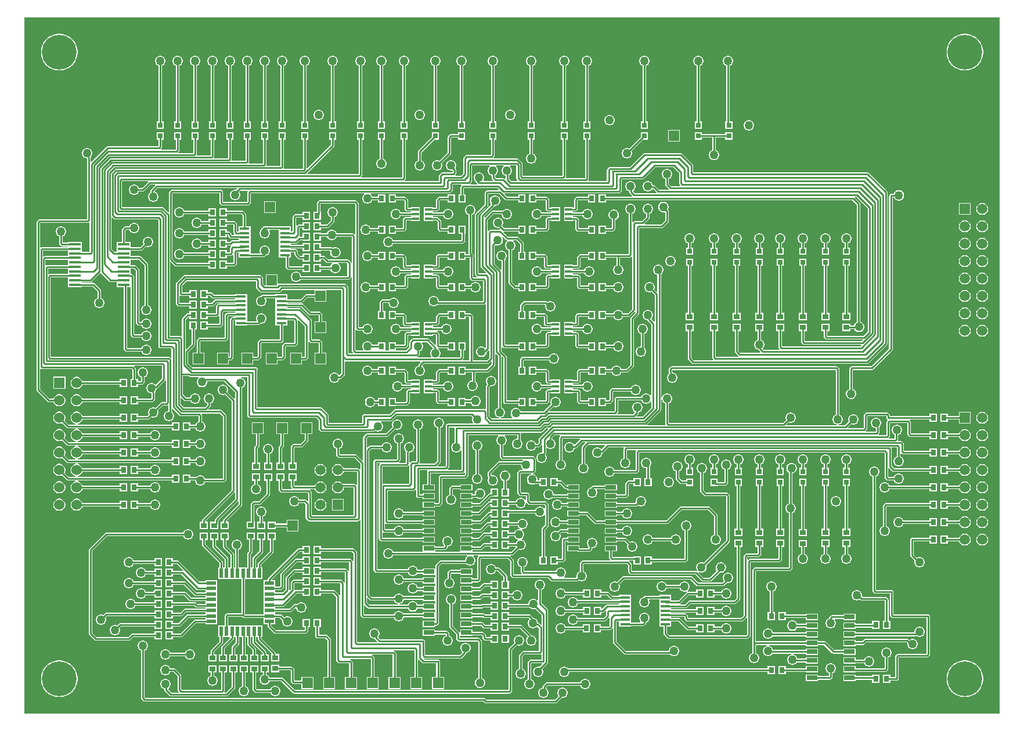
<source format=gtl>
G04*
G04 #@! TF.GenerationSoftware,Altium Limited,Altium Designer,22.3.1 (43)*
G04*
G04 Layer_Physical_Order=1*
G04 Layer_Color=255*
%FSLAX25Y25*%
%MOIN*%
G70*
G04*
G04 #@! TF.SameCoordinates,F71B8339-E566-44E3-B05A-047308818BE7*
G04*
G04*
G04 #@! TF.FilePolarity,Positive*
G04*
G01*
G75*
%ADD11C,0.01000*%
%ADD15R,0.06004X0.02559*%
%ADD16R,0.03150X0.03740*%
%ADD17R,0.03150X0.03150*%
%ADD18R,0.04134X0.01575*%
%ADD19R,0.07087X0.01772*%
%ADD20R,0.05807X0.01772*%
%ADD21R,0.03740X0.03150*%
%ADD22R,0.02362X0.05807*%
%ADD23R,0.05807X0.02362*%
%ADD40R,0.05906X0.05906*%
%ADD41C,0.20000*%
%ADD42C,0.05906*%
%ADD43R,0.05906X0.05906*%
%ADD44C,0.06000*%
%ADD45R,0.06000X0.06000*%
%ADD46C,0.05000*%
G36*
X560000D02*
X0D01*
Y400000D01*
X560000D01*
Y0D01*
D02*
G37*
%LPC*%
G36*
X540826Y390500D02*
X539174D01*
X537541Y390242D01*
X535969Y389731D01*
X534497Y388980D01*
X533160Y388009D01*
X531991Y386840D01*
X531020Y385503D01*
X530269Y384031D01*
X529759Y382459D01*
X529500Y380826D01*
Y379174D01*
X529759Y377541D01*
X530269Y375969D01*
X531020Y374497D01*
X531991Y373160D01*
X533160Y371991D01*
X534497Y371020D01*
X535969Y370269D01*
X537541Y369759D01*
X539174Y369500D01*
X540826D01*
X542459Y369759D01*
X544031Y370269D01*
X545503Y371020D01*
X546840Y371991D01*
X548009Y373160D01*
X548980Y374497D01*
X549731Y375969D01*
X550242Y377541D01*
X550500Y379174D01*
Y380826D01*
X550242Y382459D01*
X549731Y384031D01*
X548980Y385503D01*
X548009Y386840D01*
X546840Y388009D01*
X545503Y388980D01*
X544031Y389731D01*
X542459Y390242D01*
X540826Y390500D01*
D02*
G37*
G36*
X20826D02*
X19174D01*
X17541Y390242D01*
X15969Y389731D01*
X14497Y388980D01*
X13160Y388009D01*
X11991Y386840D01*
X11020Y385503D01*
X10269Y384031D01*
X9759Y382459D01*
X9500Y380826D01*
Y379174D01*
X9759Y377541D01*
X10269Y375969D01*
X11020Y374497D01*
X11991Y373160D01*
X13160Y371991D01*
X14497Y371020D01*
X15969Y370269D01*
X17541Y369759D01*
X19174Y369500D01*
X20826D01*
X22459Y369759D01*
X24031Y370269D01*
X25503Y371020D01*
X26840Y371991D01*
X28009Y373160D01*
X28980Y374497D01*
X29731Y375969D01*
X30242Y377541D01*
X30500Y379174D01*
Y380826D01*
X30242Y382459D01*
X29731Y384031D01*
X28980Y385503D01*
X28009Y386840D01*
X26840Y388009D01*
X25503Y388980D01*
X24031Y389731D01*
X22459Y390242D01*
X20826Y390500D01*
D02*
G37*
G36*
X279395Y347000D02*
X278605D01*
X277842Y346796D01*
X277158Y346401D01*
X276599Y345842D01*
X276204Y345158D01*
X276000Y344395D01*
Y343605D01*
X276204Y342842D01*
X276599Y342158D01*
X277158Y341599D01*
X277842Y341204D01*
X278605Y341000D01*
X279395D01*
X280158Y341204D01*
X280842Y341599D01*
X281401Y342158D01*
X281796Y342842D01*
X282000Y343605D01*
Y344395D01*
X281796Y345158D01*
X281401Y345842D01*
X280842Y346401D01*
X280158Y346796D01*
X279395Y347000D01*
D02*
G37*
G36*
X227395D02*
X226605D01*
X225842Y346796D01*
X225158Y346401D01*
X224599Y345842D01*
X224204Y345158D01*
X224000Y344395D01*
Y343605D01*
X224204Y342842D01*
X224599Y342158D01*
X225158Y341599D01*
X225842Y341204D01*
X226605Y341000D01*
X227395D01*
X228158Y341204D01*
X228842Y341599D01*
X229401Y342158D01*
X229796Y342842D01*
X230000Y343605D01*
Y344395D01*
X229796Y345158D01*
X229401Y345842D01*
X228842Y346401D01*
X228158Y346796D01*
X227395Y347000D01*
D02*
G37*
G36*
X169395D02*
X168605D01*
X167842Y346796D01*
X167158Y346401D01*
X166599Y345842D01*
X166204Y345158D01*
X166000Y344395D01*
Y343605D01*
X166204Y342842D01*
X166599Y342158D01*
X167158Y341599D01*
X167842Y341204D01*
X168605Y341000D01*
X169395D01*
X170158Y341204D01*
X170842Y341599D01*
X171401Y342158D01*
X171796Y342842D01*
X172000Y343605D01*
Y344395D01*
X171796Y345158D01*
X171401Y345842D01*
X170842Y346401D01*
X170158Y346796D01*
X169395Y347000D01*
D02*
G37*
G36*
X336395Y344000D02*
X335605D01*
X334842Y343796D01*
X334158Y343401D01*
X333599Y342842D01*
X333204Y342158D01*
X333000Y341395D01*
Y340605D01*
X333204Y339842D01*
X333599Y339158D01*
X334158Y338599D01*
X334842Y338204D01*
X335605Y338000D01*
X336395D01*
X337158Y338204D01*
X337842Y338599D01*
X338401Y339158D01*
X338796Y339842D01*
X339000Y340605D01*
Y341395D01*
X338796Y342158D01*
X338401Y342842D01*
X337842Y343401D01*
X337158Y343796D01*
X336395Y344000D01*
D02*
G37*
G36*
X404395Y378000D02*
X403605D01*
X402842Y377796D01*
X402158Y377401D01*
X401599Y376842D01*
X401204Y376158D01*
X401000Y375395D01*
Y374605D01*
X401204Y373842D01*
X401599Y373158D01*
X402158Y372599D01*
X402842Y372204D01*
X402980Y372167D01*
Y340224D01*
X402425D01*
Y336075D01*
X406575D01*
Y340224D01*
X405020D01*
Y372167D01*
X405158Y372204D01*
X405842Y372599D01*
X406401Y373158D01*
X406796Y373842D01*
X407000Y374605D01*
Y375395D01*
X406796Y376158D01*
X406401Y376842D01*
X405842Y377401D01*
X405158Y377796D01*
X404395Y378000D01*
D02*
G37*
G36*
X387395D02*
X386605D01*
X385842Y377796D01*
X385158Y377401D01*
X384599Y376842D01*
X384204Y376158D01*
X384000Y375395D01*
Y374605D01*
X384204Y373842D01*
X384599Y373158D01*
X385158Y372599D01*
X385842Y372204D01*
X385980Y372167D01*
Y340224D01*
X384925D01*
Y336075D01*
X389075D01*
Y340224D01*
X388020D01*
Y372167D01*
X388158Y372204D01*
X388842Y372599D01*
X389401Y373158D01*
X389796Y373842D01*
X390000Y374605D01*
Y375395D01*
X389796Y376158D01*
X389401Y376842D01*
X388842Y377401D01*
X388158Y377796D01*
X387395Y378000D01*
D02*
G37*
G36*
X356395D02*
X355605D01*
X354842Y377796D01*
X354158Y377401D01*
X353599Y376842D01*
X353204Y376158D01*
X353000Y375395D01*
Y374605D01*
X353204Y373842D01*
X353599Y373158D01*
X354158Y372599D01*
X354842Y372204D01*
X354980Y372167D01*
Y340224D01*
X353925D01*
Y336075D01*
X358075D01*
Y340224D01*
X357020D01*
Y372167D01*
X357158Y372204D01*
X357842Y372599D01*
X358401Y373158D01*
X358796Y373842D01*
X359000Y374605D01*
Y375395D01*
X358796Y376158D01*
X358401Y376842D01*
X357842Y377401D01*
X357158Y377796D01*
X356395Y378000D01*
D02*
G37*
G36*
X323395D02*
X322605D01*
X321842Y377796D01*
X321158Y377401D01*
X320599Y376842D01*
X320204Y376158D01*
X320000Y375395D01*
Y374605D01*
X320204Y373842D01*
X320599Y373158D01*
X321158Y372599D01*
X321842Y372204D01*
X321980Y372167D01*
Y340224D01*
X320925D01*
Y336075D01*
X325075D01*
Y340224D01*
X324020D01*
Y372167D01*
X324158Y372204D01*
X324842Y372599D01*
X325401Y373158D01*
X325796Y373842D01*
X326000Y374605D01*
Y375395D01*
X325796Y376158D01*
X325401Y376842D01*
X324842Y377401D01*
X324158Y377796D01*
X323395Y378000D01*
D02*
G37*
G36*
X310395D02*
X309605D01*
X308842Y377796D01*
X308158Y377401D01*
X307599Y376842D01*
X307204Y376158D01*
X307000Y375395D01*
Y374605D01*
X307204Y373842D01*
X307599Y373158D01*
X308158Y372599D01*
X308842Y372204D01*
X308980Y372167D01*
Y340224D01*
X307925D01*
Y336075D01*
X312075D01*
Y340224D01*
X311020D01*
Y372167D01*
X311158Y372204D01*
X311842Y372599D01*
X312401Y373158D01*
X312796Y373842D01*
X313000Y374605D01*
Y375395D01*
X312796Y376158D01*
X312401Y376842D01*
X311842Y377401D01*
X311158Y377796D01*
X310395Y378000D01*
D02*
G37*
G36*
X291395D02*
X290605D01*
X289842Y377796D01*
X289158Y377401D01*
X288599Y376842D01*
X288204Y376158D01*
X288000Y375395D01*
Y374605D01*
X288204Y373842D01*
X288599Y373158D01*
X289158Y372599D01*
X289842Y372204D01*
X289980Y372167D01*
Y340224D01*
X288925D01*
Y336075D01*
X293075D01*
Y340224D01*
X292020D01*
Y372167D01*
X292158Y372204D01*
X292842Y372599D01*
X293401Y373158D01*
X293796Y373842D01*
X294000Y374605D01*
Y375395D01*
X293796Y376158D01*
X293401Y376842D01*
X292842Y377401D01*
X292158Y377796D01*
X291395Y378000D01*
D02*
G37*
G36*
X269395D02*
X268605D01*
X267842Y377796D01*
X267158Y377401D01*
X266599Y376842D01*
X266204Y376158D01*
X266000Y375395D01*
Y374605D01*
X266204Y373842D01*
X266599Y373158D01*
X267158Y372599D01*
X267842Y372204D01*
X267980Y372167D01*
Y340224D01*
X266925D01*
Y336075D01*
X271075D01*
Y340224D01*
X270020D01*
Y372167D01*
X270158Y372204D01*
X270842Y372599D01*
X271401Y373158D01*
X271796Y373842D01*
X272000Y374605D01*
Y375395D01*
X271796Y376158D01*
X271401Y376842D01*
X270842Y377401D01*
X270158Y377796D01*
X269395Y378000D01*
D02*
G37*
G36*
X251395D02*
X250605D01*
X249842Y377796D01*
X249158Y377401D01*
X248599Y376842D01*
X248204Y376158D01*
X248000Y375395D01*
Y374605D01*
X248204Y373842D01*
X248599Y373158D01*
X249158Y372599D01*
X249842Y372204D01*
X249980Y372167D01*
Y340224D01*
X248925D01*
Y336075D01*
X253075D01*
Y340224D01*
X252020D01*
Y372167D01*
X252158Y372204D01*
X252842Y372599D01*
X253401Y373158D01*
X253796Y373842D01*
X254000Y374605D01*
Y375395D01*
X253796Y376158D01*
X253401Y376842D01*
X252842Y377401D01*
X252158Y377796D01*
X251395Y378000D01*
D02*
G37*
G36*
X236395D02*
X235605D01*
X234842Y377796D01*
X234158Y377401D01*
X233599Y376842D01*
X233204Y376158D01*
X233000Y375395D01*
Y374605D01*
X233204Y373842D01*
X233599Y373158D01*
X234158Y372599D01*
X234842Y372204D01*
X234980Y372167D01*
Y340224D01*
X233925D01*
Y336075D01*
X238075D01*
Y340224D01*
X237020D01*
Y372167D01*
X237158Y372204D01*
X237842Y372599D01*
X238401Y373158D01*
X238796Y373842D01*
X239000Y374605D01*
Y375395D01*
X238796Y376158D01*
X238401Y376842D01*
X237842Y377401D01*
X237158Y377796D01*
X236395Y378000D01*
D02*
G37*
G36*
X218395D02*
X217605D01*
X216842Y377796D01*
X216158Y377401D01*
X215599Y376842D01*
X215204Y376158D01*
X215000Y375395D01*
Y374605D01*
X215204Y373842D01*
X215599Y373158D01*
X216158Y372599D01*
X216842Y372204D01*
X216980Y372167D01*
Y340224D01*
X215925D01*
Y336075D01*
X220075D01*
Y340224D01*
X219020D01*
Y372167D01*
X219158Y372204D01*
X219842Y372599D01*
X220401Y373158D01*
X220796Y373842D01*
X221000Y374605D01*
Y375395D01*
X220796Y376158D01*
X220401Y376842D01*
X219842Y377401D01*
X219158Y377796D01*
X218395Y378000D01*
D02*
G37*
G36*
X205395D02*
X204605D01*
X203842Y377796D01*
X203158Y377401D01*
X202599Y376842D01*
X202204Y376158D01*
X202000Y375395D01*
Y374605D01*
X202204Y373842D01*
X202599Y373158D01*
X203158Y372599D01*
X203842Y372204D01*
X203980Y372167D01*
Y340224D01*
X202925D01*
Y336075D01*
X207075D01*
Y340224D01*
X206020D01*
Y372167D01*
X206158Y372204D01*
X206842Y372599D01*
X207401Y373158D01*
X207796Y373842D01*
X208000Y374605D01*
Y375395D01*
X207796Y376158D01*
X207401Y376842D01*
X206842Y377401D01*
X206158Y377796D01*
X205395Y378000D01*
D02*
G37*
G36*
X193395D02*
X192605D01*
X191842Y377796D01*
X191158Y377401D01*
X190599Y376842D01*
X190204Y376158D01*
X190000Y375395D01*
Y374605D01*
X190204Y373842D01*
X190599Y373158D01*
X191158Y372599D01*
X191842Y372204D01*
X191980Y372167D01*
Y340224D01*
X190925D01*
Y336075D01*
X195075D01*
Y340224D01*
X194020D01*
Y372167D01*
X194158Y372204D01*
X194842Y372599D01*
X195401Y373158D01*
X195796Y373842D01*
X196000Y374605D01*
Y375395D01*
X195796Y376158D01*
X195401Y376842D01*
X194842Y377401D01*
X194158Y377796D01*
X193395Y378000D01*
D02*
G37*
G36*
X177395D02*
X176605D01*
X175842Y377796D01*
X175158Y377401D01*
X174599Y376842D01*
X174204Y376158D01*
X174000Y375395D01*
Y374605D01*
X174204Y373842D01*
X174599Y373158D01*
X175158Y372599D01*
X175842Y372204D01*
X175980Y372167D01*
Y340224D01*
X174925D01*
Y336075D01*
X179075D01*
Y340224D01*
X178020D01*
Y372167D01*
X178158Y372204D01*
X178842Y372599D01*
X179401Y373158D01*
X179796Y373842D01*
X180000Y374605D01*
Y375395D01*
X179796Y376158D01*
X179401Y376842D01*
X178842Y377401D01*
X178158Y377796D01*
X177395Y378000D01*
D02*
G37*
G36*
X161395D02*
X160605D01*
X159842Y377796D01*
X159158Y377401D01*
X158599Y376842D01*
X158204Y376158D01*
X158000Y375395D01*
Y374605D01*
X158204Y373842D01*
X158599Y373158D01*
X159158Y372599D01*
X159842Y372204D01*
X159980Y372167D01*
Y340224D01*
X158925D01*
Y336075D01*
X163075D01*
Y340224D01*
X162020D01*
Y372167D01*
X162158Y372204D01*
X162842Y372599D01*
X163401Y373158D01*
X163796Y373842D01*
X164000Y374605D01*
Y375395D01*
X163796Y376158D01*
X163401Y376842D01*
X162842Y377401D01*
X162158Y377796D01*
X161395Y378000D01*
D02*
G37*
G36*
X148395D02*
X147605D01*
X146842Y377796D01*
X146158Y377401D01*
X145599Y376842D01*
X145204Y376158D01*
X145000Y375395D01*
Y374605D01*
X145204Y373842D01*
X145599Y373158D01*
X146158Y372599D01*
X146842Y372204D01*
X146980Y372167D01*
Y340224D01*
X145925D01*
Y336075D01*
X150075D01*
Y340224D01*
X149020D01*
Y372167D01*
X149158Y372204D01*
X149842Y372599D01*
X150401Y373158D01*
X150796Y373842D01*
X151000Y374605D01*
Y375395D01*
X150796Y376158D01*
X150401Y376842D01*
X149842Y377401D01*
X149158Y377796D01*
X148395Y378000D01*
D02*
G37*
G36*
X138395D02*
X137605D01*
X136842Y377796D01*
X136158Y377401D01*
X135599Y376842D01*
X135204Y376158D01*
X135000Y375395D01*
Y374605D01*
X135204Y373842D01*
X135599Y373158D01*
X136158Y372599D01*
X136842Y372204D01*
X136980Y372167D01*
Y340224D01*
X135925D01*
Y336075D01*
X140075D01*
Y340224D01*
X139020D01*
Y372167D01*
X139158Y372204D01*
X139842Y372599D01*
X140401Y373158D01*
X140796Y373842D01*
X141000Y374605D01*
Y375395D01*
X140796Y376158D01*
X140401Y376842D01*
X139842Y377401D01*
X139158Y377796D01*
X138395Y378000D01*
D02*
G37*
G36*
X128395D02*
X127605D01*
X126842Y377796D01*
X126158Y377401D01*
X125599Y376842D01*
X125204Y376158D01*
X125000Y375395D01*
Y374605D01*
X125204Y373842D01*
X125599Y373158D01*
X126158Y372599D01*
X126842Y372204D01*
X126980Y372167D01*
Y340224D01*
X125925D01*
Y336075D01*
X130075D01*
Y340224D01*
X129020D01*
Y372167D01*
X129158Y372204D01*
X129842Y372599D01*
X130401Y373158D01*
X130796Y373842D01*
X131000Y374605D01*
Y375395D01*
X130796Y376158D01*
X130401Y376842D01*
X129842Y377401D01*
X129158Y377796D01*
X128395Y378000D01*
D02*
G37*
G36*
X118395D02*
X117605D01*
X116842Y377796D01*
X116158Y377401D01*
X115599Y376842D01*
X115204Y376158D01*
X115000Y375395D01*
Y374605D01*
X115204Y373842D01*
X115599Y373158D01*
X116158Y372599D01*
X116842Y372204D01*
X116980Y372167D01*
Y340224D01*
X115925D01*
Y336075D01*
X120075D01*
Y340224D01*
X119020D01*
Y372167D01*
X119158Y372204D01*
X119842Y372599D01*
X120401Y373158D01*
X120796Y373842D01*
X121000Y374605D01*
Y375395D01*
X120796Y376158D01*
X120401Y376842D01*
X119842Y377401D01*
X119158Y377796D01*
X118395Y378000D01*
D02*
G37*
G36*
X108395D02*
X107605D01*
X106842Y377796D01*
X106158Y377401D01*
X105599Y376842D01*
X105204Y376158D01*
X105000Y375395D01*
Y374605D01*
X105204Y373842D01*
X105599Y373158D01*
X106158Y372599D01*
X106842Y372204D01*
X106980Y372167D01*
Y340224D01*
X105925D01*
Y336075D01*
X110075D01*
Y340224D01*
X109020D01*
Y372167D01*
X109158Y372204D01*
X109842Y372599D01*
X110401Y373158D01*
X110796Y373842D01*
X111000Y374605D01*
Y375395D01*
X110796Y376158D01*
X110401Y376842D01*
X109842Y377401D01*
X109158Y377796D01*
X108395Y378000D01*
D02*
G37*
G36*
X98395D02*
X97605D01*
X96842Y377796D01*
X96158Y377401D01*
X95599Y376842D01*
X95204Y376158D01*
X95000Y375395D01*
Y374605D01*
X95204Y373842D01*
X95599Y373158D01*
X96158Y372599D01*
X96842Y372204D01*
X96980Y372167D01*
Y340224D01*
X95925D01*
Y336075D01*
X100075D01*
Y340224D01*
X99020D01*
Y372167D01*
X99158Y372204D01*
X99842Y372599D01*
X100401Y373158D01*
X100796Y373842D01*
X101000Y374605D01*
Y375395D01*
X100796Y376158D01*
X100401Y376842D01*
X99842Y377401D01*
X99158Y377796D01*
X98395Y378000D01*
D02*
G37*
G36*
X88395D02*
X87605D01*
X86842Y377796D01*
X86158Y377401D01*
X85599Y376842D01*
X85204Y376158D01*
X85000Y375395D01*
Y374605D01*
X85204Y373842D01*
X85599Y373158D01*
X86158Y372599D01*
X86842Y372204D01*
X86980Y372167D01*
Y340224D01*
X85925D01*
Y336075D01*
X90075D01*
Y340224D01*
X89020D01*
Y372167D01*
X89158Y372204D01*
X89842Y372599D01*
X90401Y373158D01*
X90796Y373842D01*
X91000Y374605D01*
Y375395D01*
X90796Y376158D01*
X90401Y376842D01*
X89842Y377401D01*
X89158Y377796D01*
X88395Y378000D01*
D02*
G37*
G36*
X78395D02*
X77605D01*
X76842Y377796D01*
X76158Y377401D01*
X75599Y376842D01*
X75204Y376158D01*
X75000Y375395D01*
Y374605D01*
X75204Y373842D01*
X75599Y373158D01*
X76158Y372599D01*
X76842Y372204D01*
X76980Y372167D01*
Y340224D01*
X75925D01*
Y336075D01*
X80075D01*
Y340224D01*
X79020D01*
Y372167D01*
X79158Y372204D01*
X79842Y372599D01*
X80401Y373158D01*
X80796Y373842D01*
X81000Y374605D01*
Y375395D01*
X80796Y376158D01*
X80401Y376842D01*
X79842Y377401D01*
X79158Y377796D01*
X78395Y378000D01*
D02*
G37*
G36*
X416395Y341000D02*
X415605D01*
X414842Y340796D01*
X414158Y340401D01*
X413599Y339842D01*
X413204Y339158D01*
X413000Y338395D01*
Y337605D01*
X413204Y336842D01*
X413599Y336158D01*
X414158Y335599D01*
X414842Y335204D01*
X415605Y335000D01*
X416395D01*
X417158Y335204D01*
X417842Y335599D01*
X418401Y336158D01*
X418796Y336842D01*
X419000Y337605D01*
Y338395D01*
X418796Y339158D01*
X418401Y339842D01*
X417842Y340401D01*
X417158Y340796D01*
X416395Y341000D01*
D02*
G37*
G36*
X406575Y333925D02*
X402425D01*
Y332870D01*
X389075D01*
Y333925D01*
X384925D01*
Y329776D01*
X389075D01*
Y330831D01*
X394980D01*
Y323833D01*
X394842Y323796D01*
X394158Y323401D01*
X393599Y322842D01*
X393204Y322158D01*
X393000Y321395D01*
Y320605D01*
X393204Y319842D01*
X393599Y319158D01*
X394158Y318599D01*
X394842Y318204D01*
X395605Y318000D01*
X396395D01*
X397158Y318204D01*
X397842Y318599D01*
X398401Y319158D01*
X398796Y319842D01*
X399000Y320605D01*
Y321395D01*
X398796Y322158D01*
X398401Y322842D01*
X397842Y323401D01*
X397158Y323796D01*
X397020Y323833D01*
Y330831D01*
X402425D01*
Y329776D01*
X406575D01*
Y333925D01*
D02*
G37*
G36*
X253075D02*
X248925D01*
Y332870D01*
X244850D01*
X244460Y332792D01*
X244129Y332571D01*
X243279Y331721D01*
X243058Y331390D01*
X242980Y331000D01*
Y322422D01*
X238282Y317724D01*
X238158Y317796D01*
X237395Y318000D01*
X236605D01*
X235842Y317796D01*
X235158Y317401D01*
X234599Y316842D01*
X234204Y316158D01*
X234000Y315395D01*
Y314605D01*
X234204Y313842D01*
X234599Y313158D01*
X235158Y312599D01*
X235842Y312204D01*
X236605Y312000D01*
X237395D01*
X238158Y312204D01*
X238842Y312599D01*
X239401Y313158D01*
X239796Y313842D01*
X240000Y314605D01*
Y315395D01*
X239796Y316158D01*
X239724Y316282D01*
X244721Y321279D01*
X244942Y321610D01*
X245020Y322000D01*
Y330578D01*
X245273Y330831D01*
X248925D01*
Y329776D01*
X253075D01*
Y333925D01*
D02*
G37*
G36*
X376453Y335453D02*
X369547D01*
Y328547D01*
X376453D01*
Y335453D01*
D02*
G37*
G36*
X358075Y333925D02*
X353925D01*
Y331218D01*
X347377Y324669D01*
X347158Y324796D01*
X346395Y325000D01*
X345605D01*
X344842Y324796D01*
X344158Y324401D01*
X343599Y323842D01*
X343204Y323158D01*
X343000Y322395D01*
Y321605D01*
X343204Y320842D01*
X343599Y320158D01*
X344158Y319599D01*
X344842Y319204D01*
X345605Y319000D01*
X346395D01*
X347158Y319204D01*
X347842Y319599D01*
X348401Y320158D01*
X348796Y320842D01*
X349000Y321605D01*
Y322395D01*
X348796Y323158D01*
X348779Y323187D01*
X355367Y329776D01*
X358075D01*
Y333925D01*
D02*
G37*
G36*
X293075D02*
X288925D01*
Y329776D01*
X289980D01*
Y321833D01*
X289842Y321796D01*
X289158Y321401D01*
X288599Y320842D01*
X288204Y320158D01*
X288000Y319395D01*
Y318605D01*
X288204Y317842D01*
X288599Y317158D01*
X289158Y316599D01*
X289842Y316204D01*
X290605Y316000D01*
X291395D01*
X292158Y316204D01*
X292842Y316599D01*
X293401Y317158D01*
X293796Y317842D01*
X294000Y318605D01*
Y319395D01*
X293796Y320158D01*
X293401Y320842D01*
X292842Y321401D01*
X292158Y321796D01*
X292020Y321833D01*
Y329776D01*
X293075D01*
Y333925D01*
D02*
G37*
G36*
X207075D02*
X202925D01*
Y329776D01*
X203980D01*
Y318833D01*
X203842Y318796D01*
X203158Y318401D01*
X202599Y317842D01*
X202204Y317158D01*
X202000Y316395D01*
Y315605D01*
X202204Y314842D01*
X202599Y314158D01*
X203158Y313599D01*
X203842Y313204D01*
X204605Y313000D01*
X205395D01*
X206158Y313204D01*
X206842Y313599D01*
X207401Y314158D01*
X207796Y314842D01*
X208000Y315605D01*
Y316395D01*
X207796Y317158D01*
X207401Y317842D01*
X206842Y318401D01*
X206158Y318796D01*
X206020Y318833D01*
Y329776D01*
X207075D01*
Y333925D01*
D02*
G37*
G36*
X238075D02*
X233925D01*
Y331218D01*
X226279Y323571D01*
X226058Y323241D01*
X225980Y322850D01*
Y317833D01*
X225842Y317796D01*
X225158Y317401D01*
X224599Y316842D01*
X224204Y316158D01*
X224000Y315395D01*
Y314605D01*
X224204Y313842D01*
X224599Y313158D01*
X225158Y312599D01*
X225842Y312204D01*
X226605Y312000D01*
X227395D01*
X228158Y312204D01*
X228842Y312599D01*
X229401Y313158D01*
X229796Y313842D01*
X230000Y314605D01*
Y315395D01*
X229796Y316158D01*
X229401Y316842D01*
X228842Y317401D01*
X228158Y317796D01*
X228020Y317833D01*
Y322428D01*
X235367Y329776D01*
X238075D01*
Y333925D01*
D02*
G37*
G36*
X325075D02*
X320925D01*
Y329776D01*
X321980D01*
Y307520D01*
X311036D01*
X310824Y308020D01*
X310942Y308196D01*
X311020Y308586D01*
Y329776D01*
X312075D01*
Y333925D01*
X307925D01*
Y329776D01*
X308980D01*
Y309020D01*
X286123D01*
Y315932D01*
X286046Y316322D01*
X285824Y316653D01*
X283756Y318721D01*
X283426Y318942D01*
X283035Y319020D01*
X269583D01*
X269376Y319520D01*
X269721Y319865D01*
X269942Y320196D01*
X270020Y320586D01*
Y329776D01*
X271075D01*
Y333925D01*
X266925D01*
Y329776D01*
X267980D01*
Y321020D01*
X254000D01*
X253610Y320942D01*
X253279Y320721D01*
X252279Y319721D01*
X252058Y319390D01*
X251980Y319000D01*
Y310422D01*
X250578Y309020D01*
X247583D01*
X247376Y309520D01*
X247721Y309865D01*
X247942Y310196D01*
X248020Y310586D01*
Y312414D01*
X247942Y312804D01*
X247721Y313135D01*
X247510Y313347D01*
X247796Y313842D01*
X248000Y314605D01*
Y315395D01*
X247796Y316158D01*
X247401Y316842D01*
X246842Y317401D01*
X246158Y317796D01*
X245395Y318000D01*
X244605D01*
X243842Y317796D01*
X243158Y317401D01*
X242599Y316842D01*
X242204Y316158D01*
X242000Y315395D01*
Y314605D01*
X242204Y313842D01*
X242599Y313158D01*
X243158Y312599D01*
X243842Y312204D01*
X244605Y312000D01*
X245395D01*
X245495Y312027D01*
X245980Y311640D01*
Y311020D01*
X240000D01*
X239610Y310942D01*
X239279Y310721D01*
X238279Y309721D01*
X238058Y309390D01*
X237980Y309000D01*
Y306020D01*
X218583D01*
X218376Y306520D01*
X218721Y306865D01*
X218942Y307196D01*
X219020Y307586D01*
Y329776D01*
X220075D01*
Y333925D01*
X215925D01*
Y329776D01*
X216980D01*
Y308020D01*
X193583D01*
X193376Y308520D01*
X193721Y308865D01*
X193942Y309196D01*
X194020Y309586D01*
Y329776D01*
X195075D01*
Y333925D01*
X190925D01*
Y329776D01*
X191980D01*
Y310020D01*
X162650D01*
X162459Y310482D01*
X177721Y325744D01*
X177942Y326074D01*
X178020Y326465D01*
Y329776D01*
X179075D01*
Y333925D01*
X174925D01*
Y329776D01*
X175980D01*
Y326887D01*
X162481Y313388D01*
X162020Y313579D01*
Y329776D01*
X163075D01*
Y333925D01*
X158925D01*
Y329776D01*
X159980D01*
Y313020D01*
X149036D01*
X148824Y313520D01*
X148942Y313696D01*
X149020Y314086D01*
Y329776D01*
X150075D01*
Y333925D01*
X145925D01*
Y329776D01*
X146980D01*
Y314520D01*
X139036D01*
X138824Y315020D01*
X138942Y315196D01*
X139020Y315586D01*
Y329776D01*
X140075D01*
Y333925D01*
X135925D01*
Y329776D01*
X136980D01*
Y316020D01*
X129036D01*
X128824Y316520D01*
X128942Y316696D01*
X129020Y317086D01*
Y329776D01*
X130075D01*
Y333925D01*
X125925D01*
Y329776D01*
X126980D01*
Y317520D01*
X119036D01*
X118824Y318020D01*
X118942Y318196D01*
X119020Y318586D01*
Y329776D01*
X120075D01*
Y333925D01*
X115925D01*
Y329776D01*
X116980D01*
Y319020D01*
X109036D01*
X108824Y319520D01*
X108942Y319696D01*
X109020Y320086D01*
Y329776D01*
X110075D01*
Y333925D01*
X105925D01*
Y329776D01*
X106980D01*
Y320520D01*
X99036D01*
X98824Y321020D01*
X98942Y321196D01*
X99020Y321586D01*
Y329776D01*
X100075D01*
Y333925D01*
X95925D01*
Y329776D01*
X96980D01*
Y322020D01*
X88583D01*
X88376Y322520D01*
X88721Y322865D01*
X88942Y323196D01*
X89020Y323586D01*
Y329776D01*
X90075D01*
Y333925D01*
X85925D01*
Y329776D01*
X86980D01*
Y324020D01*
X78583D01*
X78376Y324520D01*
X78721Y324865D01*
X78942Y325196D01*
X79020Y325586D01*
Y329776D01*
X80075D01*
Y333925D01*
X75925D01*
Y329776D01*
X76980D01*
Y326020D01*
X48000D01*
X47610Y325942D01*
X47279Y325721D01*
X38451Y316893D01*
X37989Y317084D01*
Y319414D01*
X37934Y319691D01*
X38401Y320158D01*
X38796Y320842D01*
X39000Y321605D01*
Y322395D01*
X38796Y323158D01*
X38401Y323842D01*
X37842Y324401D01*
X37158Y324796D01*
X36395Y325000D01*
X35605D01*
X34842Y324796D01*
X34158Y324401D01*
X33599Y323842D01*
X33204Y323158D01*
X33000Y322395D01*
Y321605D01*
X33204Y320842D01*
X33599Y320158D01*
X34158Y319599D01*
X34842Y319204D01*
X35605Y319000D01*
X35950D01*
Y284020D01*
X8586D01*
X8196Y283942D01*
X7865Y283721D01*
X7279Y283135D01*
X7058Y282804D01*
X6980Y282414D01*
Y186000D01*
X7058Y185610D01*
X7279Y185279D01*
X13279Y179279D01*
X13610Y179058D01*
X14000Y178980D01*
X16650D01*
X16738Y178649D01*
X17199Y177851D01*
X17851Y177199D01*
X18649Y176739D01*
X19539Y176500D01*
X20461D01*
X21351Y176739D01*
X22149Y177199D01*
X22801Y177851D01*
X23261Y178649D01*
X23500Y179539D01*
Y180461D01*
X23261Y181351D01*
X22801Y182149D01*
X22149Y182801D01*
X21351Y183262D01*
X20461Y183500D01*
X19539D01*
X18649Y183262D01*
X17851Y182801D01*
X17199Y182149D01*
X16738Y181351D01*
X16650Y181020D01*
X14422D01*
X9020Y186422D01*
Y197964D01*
X9520Y198176D01*
X9696Y198058D01*
X10086Y197980D01*
X61578D01*
X61980Y197578D01*
Y192370D01*
X61075D01*
Y187630D01*
X65224D01*
Y188980D01*
X67414D01*
X67804Y189058D01*
X68135Y189279D01*
X68721Y189865D01*
X68942Y190196D01*
X69020Y190586D01*
Y193167D01*
X69158Y193204D01*
X69842Y193599D01*
X70401Y194158D01*
X70796Y194842D01*
X71000Y195605D01*
Y196395D01*
X70796Y197158D01*
X70401Y197842D01*
X69842Y198401D01*
X69158Y198796D01*
X68395Y199000D01*
X67605D01*
X66842Y198796D01*
X66158Y198401D01*
X65599Y197842D01*
X65204Y197158D01*
X65000Y196395D01*
Y195605D01*
X65204Y194842D01*
X65599Y194158D01*
X66158Y193599D01*
X66842Y193204D01*
X66980Y193167D01*
Y191020D01*
X65224D01*
Y192370D01*
X64020D01*
Y198000D01*
X63942Y198390D01*
X63721Y198721D01*
X62962Y199480D01*
X63169Y199980D01*
X78980D01*
Y192422D01*
X75400Y188842D01*
X74842Y189401D01*
X74158Y189796D01*
X73395Y190000D01*
X72605D01*
X71842Y189796D01*
X71158Y189401D01*
X70599Y188842D01*
X70204Y188158D01*
X70000Y187395D01*
Y186605D01*
X70204Y185842D01*
X70599Y185158D01*
X71158Y184599D01*
X71842Y184204D01*
X72605Y184000D01*
X72980D01*
Y181020D01*
X65224D01*
Y182370D01*
X61075D01*
Y177630D01*
X65224D01*
Y178980D01*
X73414D01*
X73804Y179058D01*
X74135Y179279D01*
X74721Y179865D01*
X74942Y180196D01*
X75020Y180586D01*
Y184414D01*
X74959Y184717D01*
X75401Y185158D01*
X75796Y185842D01*
X76000Y186605D01*
Y186792D01*
X76156Y186823D01*
X76486Y187044D01*
X80721Y191279D01*
X80746Y191316D01*
X81246Y191165D01*
Y179020D01*
X79000D01*
X78610Y178942D01*
X78279Y178721D01*
X75282Y175724D01*
X75158Y175796D01*
X74395Y176000D01*
X73605D01*
X72842Y175796D01*
X72158Y175401D01*
X71599Y174842D01*
X71204Y174158D01*
X71000Y173395D01*
Y172605D01*
X71204Y171842D01*
X71276Y171718D01*
X70578Y171020D01*
X65224D01*
Y172370D01*
X61075D01*
Y167630D01*
X65224D01*
Y168980D01*
X71000D01*
X71390Y169058D01*
X71721Y169279D01*
X72718Y170276D01*
X72842Y170204D01*
X73605Y170000D01*
X74395D01*
X75158Y170204D01*
X75842Y170599D01*
X76401Y171158D01*
X76796Y171842D01*
X77000Y172605D01*
Y173395D01*
X76796Y174158D01*
X76724Y174282D01*
X79422Y176980D01*
X81680D01*
X82070Y177058D01*
X82246Y177176D01*
X82746Y176964D01*
Y174000D01*
X82605D01*
X81842Y173796D01*
X81158Y173401D01*
X80599Y172842D01*
X80204Y172158D01*
X80000Y171395D01*
Y170605D01*
X80204Y169842D01*
X80599Y169158D01*
X81158Y168599D01*
X81842Y168204D01*
X82605Y168000D01*
X83395D01*
X84158Y168204D01*
X84842Y168599D01*
X85401Y169158D01*
X85796Y169842D01*
X86000Y170605D01*
Y171395D01*
X85796Y172158D01*
X85401Y172842D01*
X84842Y173401D01*
X84785Y173434D01*
Y174877D01*
X85247Y175069D01*
X89036Y171279D01*
X89367Y171058D01*
X89757Y170980D01*
X99980D01*
Y167833D01*
X99842Y167796D01*
X99158Y167401D01*
X98599Y166842D01*
X98204Y166158D01*
X98167Y166020D01*
X95224D01*
Y167370D01*
X91075D01*
Y162630D01*
X95224D01*
Y163980D01*
X98167D01*
X98204Y163842D01*
X98599Y163158D01*
X99158Y162599D01*
X99842Y162204D01*
X100605Y162000D01*
X101395D01*
X102158Y162204D01*
X102842Y162599D01*
X103401Y163158D01*
X103796Y163842D01*
X104000Y164605D01*
Y165395D01*
X103796Y166158D01*
X103401Y166842D01*
X102842Y167401D01*
X102158Y167796D01*
X102020Y167833D01*
Y171414D01*
X101942Y171804D01*
X101824Y171980D01*
X102036Y172480D01*
X112078D01*
X113980Y170578D01*
Y135020D01*
X103833D01*
X103796Y135158D01*
X103401Y135842D01*
X102842Y136401D01*
X102158Y136796D01*
X101395Y137000D01*
X100605D01*
X99842Y136796D01*
X99158Y136401D01*
X98777Y136020D01*
X95224D01*
Y137370D01*
X91075D01*
Y132630D01*
X95224D01*
Y133980D01*
X98000D01*
Y133605D01*
X98204Y132842D01*
X98599Y132158D01*
X99158Y131599D01*
X99842Y131204D01*
X100605Y131000D01*
X101395D01*
X102158Y131204D01*
X102842Y131599D01*
X103401Y132158D01*
X103796Y132842D01*
X103833Y132980D01*
X114414D01*
X114804Y133058D01*
X115135Y133279D01*
X115721Y133865D01*
X115942Y134196D01*
X116020Y134586D01*
Y171000D01*
X115942Y171390D01*
X115721Y171721D01*
X113221Y174221D01*
X112890Y174442D01*
X112500Y174520D01*
X105615D01*
X105423Y174981D01*
X106721Y176279D01*
X106942Y176610D01*
X107020Y177000D01*
Y178167D01*
X107158Y178204D01*
X107842Y178599D01*
X108401Y179158D01*
X108796Y179842D01*
X109000Y180605D01*
Y181395D01*
X108796Y182158D01*
X108401Y182842D01*
X107842Y183401D01*
X107158Y183796D01*
X106395Y184000D01*
X105605D01*
X104842Y183796D01*
X104158Y183401D01*
X103599Y182842D01*
X103204Y182158D01*
X103000Y181395D01*
Y180605D01*
X103204Y179842D01*
X103599Y179158D01*
X104158Y178599D01*
X104842Y178204D01*
X104980Y178167D01*
Y177422D01*
X103578Y176020D01*
X91422D01*
X89520Y177922D01*
Y181507D01*
X89982Y181698D01*
X91643Y180036D01*
X91974Y179815D01*
X92364Y179738D01*
X95265D01*
X95599Y179158D01*
X96158Y178599D01*
X96842Y178204D01*
X97605Y178000D01*
X98395D01*
X99158Y178204D01*
X99842Y178599D01*
X100401Y179158D01*
X100796Y179842D01*
X101000Y180605D01*
Y181395D01*
X100796Y182158D01*
X100401Y182842D01*
X99842Y183401D01*
X99158Y183796D01*
X98395Y184000D01*
X97605D01*
X96842Y183796D01*
X96158Y183401D01*
X95599Y182842D01*
X95204Y182158D01*
X95102Y181777D01*
X92786D01*
X91020Y183544D01*
Y193980D01*
X94335D01*
X94536Y193779D01*
X94867Y193558D01*
X95257Y193480D01*
X100162D01*
X100296Y192980D01*
X100158Y192901D01*
X99599Y192342D01*
X99204Y191658D01*
X99000Y190895D01*
Y190105D01*
X99204Y189342D01*
X99599Y188658D01*
X100158Y188099D01*
X100842Y187704D01*
X101605Y187500D01*
X102395D01*
X103158Y187704D01*
X103842Y188099D01*
X104401Y188658D01*
X104796Y189342D01*
X105000Y190105D01*
Y190895D01*
X105477Y190980D01*
X114578D01*
X120980Y184578D01*
Y181169D01*
X120480Y180962D01*
X116724Y184718D01*
X116796Y184842D01*
X117000Y185605D01*
Y186395D01*
X116796Y187158D01*
X116401Y187842D01*
X115842Y188401D01*
X115158Y188796D01*
X114395Y189000D01*
X113605D01*
X112842Y188796D01*
X112158Y188401D01*
X111599Y187842D01*
X111204Y187158D01*
X111000Y186395D01*
Y185605D01*
X111204Y184842D01*
X111599Y184158D01*
X112158Y183599D01*
X112842Y183204D01*
X113605Y183000D01*
X114395D01*
X115158Y183204D01*
X115282Y183276D01*
X118920Y179638D01*
Y128362D01*
X102279Y111721D01*
X102058Y111390D01*
X101980Y111000D01*
Y110224D01*
X100630D01*
Y106075D01*
X105370D01*
Y110224D01*
X104373D01*
X104166Y110724D01*
X120480Y127039D01*
X120980Y126831D01*
Y123422D01*
X109649Y112091D01*
X109428Y111760D01*
X109351Y111370D01*
Y110224D01*
X106630D01*
Y106075D01*
X111370D01*
Y109126D01*
X111390Y109224D01*
Y110948D01*
X122480Y122038D01*
X122980Y121831D01*
Y120422D01*
X114279Y111721D01*
X114058Y111390D01*
X113980Y111000D01*
Y110224D01*
X112630D01*
Y106075D01*
X117370D01*
Y110224D01*
X116373D01*
X116166Y110724D01*
X124721Y119279D01*
X124942Y119610D01*
X125020Y120000D01*
Y187167D01*
X125158Y187204D01*
X125842Y187599D01*
X126401Y188158D01*
X126796Y188842D01*
X127000Y189605D01*
Y190395D01*
X126796Y191158D01*
X126401Y191842D01*
X125842Y192401D01*
X125158Y192796D01*
X124468Y192980D01*
X124534Y193480D01*
X127859D01*
Y171586D01*
X127937Y171196D01*
X128158Y170865D01*
X128744Y170279D01*
X129074Y170058D01*
X129464Y169980D01*
X167578D01*
X168980Y168578D01*
Y163586D01*
X169058Y163196D01*
X169279Y162865D01*
X169865Y162279D01*
X170196Y162058D01*
X170586Y161980D01*
X200414D01*
X200804Y162058D01*
X201135Y162279D01*
X201347Y162490D01*
X201842Y162204D01*
X202605Y162000D01*
X203395D01*
X204158Y162204D01*
X204842Y162599D01*
X205401Y163158D01*
X205796Y163842D01*
X206000Y164605D01*
Y165395D01*
X205796Y166158D01*
X205401Y166842D01*
X204842Y167401D01*
X204704Y167480D01*
X204838Y167980D01*
X210243D01*
X210633Y168058D01*
X210964Y168279D01*
X213665Y170980D01*
X256578D01*
X257276Y170282D01*
X257204Y170158D01*
X257000Y169395D01*
Y168605D01*
X257204Y167842D01*
X257599Y167158D01*
X257738Y167020D01*
X257531Y166520D01*
X243000D01*
X242610Y166442D01*
X242279Y166221D01*
X242058Y165890D01*
X241980Y165500D01*
Y142422D01*
X241578Y142020D01*
X237529D01*
X237338Y142482D01*
X238721Y143865D01*
X238942Y144196D01*
X239020Y144586D01*
Y164167D01*
X239158Y164204D01*
X239842Y164599D01*
X240401Y165158D01*
X240796Y165842D01*
X241000Y166605D01*
Y167395D01*
X240796Y168158D01*
X240401Y168842D01*
X239842Y169401D01*
X239158Y169796D01*
X238395Y170000D01*
X237605D01*
X236842Y169796D01*
X236158Y169401D01*
X235599Y168842D01*
X235204Y168158D01*
X235000Y167395D01*
Y166605D01*
X235204Y165842D01*
X235599Y165158D01*
X236158Y164599D01*
X236842Y164204D01*
X236980Y164167D01*
Y145008D01*
X235492Y143520D01*
X227036D01*
X226824Y144020D01*
X226942Y144196D01*
X227020Y144586D01*
Y163167D01*
X227158Y163204D01*
X227842Y163599D01*
X228401Y164158D01*
X228796Y164842D01*
X229000Y165605D01*
Y166395D01*
X228796Y167158D01*
X228401Y167842D01*
X227842Y168401D01*
X227158Y168796D01*
X226395Y169000D01*
X225605D01*
X224842Y168796D01*
X224158Y168401D01*
X223599Y167842D01*
X223204Y167158D01*
X223000Y166395D01*
Y165605D01*
X223204Y164842D01*
X223599Y164158D01*
X224158Y163599D01*
X224842Y163204D01*
X224980Y163167D01*
Y145020D01*
X222586D01*
X222196Y144942D01*
X221865Y144721D01*
X221520Y144376D01*
X221020Y144583D01*
Y150000D01*
X221395D01*
X222158Y150204D01*
X222842Y150599D01*
X223401Y151158D01*
X223796Y151842D01*
X224000Y152605D01*
Y153395D01*
X223796Y154158D01*
X223401Y154842D01*
X222842Y155401D01*
X222158Y155796D01*
X221395Y156000D01*
X220605D01*
X219842Y155796D01*
X219158Y155401D01*
X218599Y154842D01*
X218204Y154158D01*
X218000Y153395D01*
Y152605D01*
X218204Y151842D01*
X218599Y151158D01*
X219041Y150717D01*
X218980Y150414D01*
Y144020D01*
X215169D01*
X214962Y144520D01*
X215721Y145279D01*
X215942Y145610D01*
X216020Y146000D01*
Y155167D01*
X216158Y155204D01*
X216842Y155599D01*
X217401Y156158D01*
X217796Y156842D01*
X218000Y157605D01*
Y158395D01*
X217796Y159158D01*
X217401Y159842D01*
X216842Y160401D01*
X216158Y160796D01*
X215395Y161000D01*
X214605D01*
X213842Y160796D01*
X213158Y160401D01*
X212599Y159842D01*
X212204Y159158D01*
X212000Y158395D01*
Y157605D01*
X212204Y156842D01*
X212599Y156158D01*
X213158Y155599D01*
X213842Y155204D01*
X213980Y155167D01*
Y146422D01*
X213578Y146020D01*
X201500D01*
X201110Y145942D01*
X200779Y145721D01*
X200558Y145390D01*
X200480Y145000D01*
Y82586D01*
X200558Y82196D01*
X200779Y81865D01*
X201365Y81279D01*
X201696Y81058D01*
X202086Y80980D01*
X220167D01*
X220204Y80842D01*
X220599Y80158D01*
X221158Y79599D01*
X221842Y79204D01*
X222605Y79000D01*
X223395D01*
X224158Y79204D01*
X224842Y79599D01*
X225401Y80158D01*
X225587Y80480D01*
X228821D01*
Y79720D01*
X235480D01*
X235825Y79720D01*
X235980Y79285D01*
Y78715D01*
X235825Y78280D01*
X235480Y78280D01*
X228821D01*
Y77613D01*
X217942D01*
X217796Y78158D01*
X217401Y78842D01*
X216842Y79401D01*
X216158Y79796D01*
X215395Y80000D01*
X214605D01*
X213842Y79796D01*
X213158Y79401D01*
X212599Y78842D01*
X212204Y78158D01*
X212000Y77395D01*
Y76605D01*
X212204Y75842D01*
X212599Y75158D01*
X213158Y74599D01*
X213842Y74204D01*
X214605Y74000D01*
X215395D01*
X216158Y74204D01*
X216842Y74599D01*
X217401Y75158D01*
X217641Y75574D01*
X228821D01*
Y74721D01*
X235480D01*
X235825Y74721D01*
X235980Y74285D01*
Y73715D01*
X235825Y73280D01*
X235480Y73280D01*
X228821D01*
Y72520D01*
X225967D01*
X225796Y73158D01*
X225401Y73842D01*
X224842Y74401D01*
X224158Y74796D01*
X223395Y75000D01*
X222605D01*
X221842Y74796D01*
X221158Y74401D01*
X220599Y73842D01*
X220204Y73158D01*
X220000Y72395D01*
Y71605D01*
X220204Y70842D01*
X220599Y70158D01*
X221158Y69599D01*
X221842Y69204D01*
X222605Y69000D01*
X223395D01*
X224158Y69204D01*
X224842Y69599D01*
X225401Y70158D01*
X225587Y70480D01*
X228821D01*
Y69721D01*
X235480D01*
X235825Y69721D01*
X235980Y69285D01*
Y68715D01*
X235825Y68279D01*
X235480Y68279D01*
X228821D01*
Y67520D01*
X217587D01*
X217401Y67842D01*
X216842Y68401D01*
X216158Y68796D01*
X215395Y69000D01*
X214605D01*
X213842Y68796D01*
X213158Y68401D01*
X212599Y67842D01*
X212204Y67158D01*
X212167Y67020D01*
X199422D01*
X198020Y68422D01*
Y150992D01*
X199008Y151980D01*
X205167D01*
X205204Y151842D01*
X205599Y151158D01*
X206158Y150599D01*
X206842Y150204D01*
X207605Y150000D01*
X208395D01*
X209158Y150204D01*
X209842Y150599D01*
X210401Y151158D01*
X210796Y151842D01*
X211000Y152605D01*
Y153395D01*
X210796Y154158D01*
X210401Y154842D01*
X209842Y155401D01*
X209158Y155796D01*
X208395Y156000D01*
X207605D01*
X206842Y155796D01*
X206158Y155401D01*
X205599Y154842D01*
X205204Y154158D01*
X205167Y154020D01*
X198586D01*
X198196Y153942D01*
X197865Y153721D01*
X196982Y152838D01*
X196520Y153029D01*
Y158078D01*
X197422Y158980D01*
X208000D01*
X208390Y159058D01*
X208721Y159279D01*
X212718Y163276D01*
X212842Y163204D01*
X213605Y163000D01*
X214395D01*
X215158Y163204D01*
X215842Y163599D01*
X216401Y164158D01*
X216796Y164842D01*
X217000Y165605D01*
Y166395D01*
X216796Y167158D01*
X216401Y167842D01*
X215842Y168401D01*
X215158Y168796D01*
X214395Y169000D01*
X213605D01*
X212842Y168796D01*
X212158Y168401D01*
X211599Y167842D01*
X211204Y167158D01*
X211000Y166395D01*
Y165605D01*
X211204Y164842D01*
X211276Y164718D01*
X207578Y161020D01*
X197000D01*
X196610Y160942D01*
X196279Y160721D01*
X194779Y159221D01*
X194558Y158890D01*
X194480Y158500D01*
Y145615D01*
X194018Y145423D01*
X190721Y148721D01*
X190390Y148942D01*
X190000Y149020D01*
X181020D01*
Y152167D01*
X181158Y152204D01*
X181842Y152599D01*
X182401Y153158D01*
X182796Y153842D01*
X183000Y154605D01*
Y155395D01*
X182796Y156158D01*
X182401Y156842D01*
X181842Y157401D01*
X181158Y157796D01*
X180395Y158000D01*
X179605D01*
X178842Y157796D01*
X178158Y157401D01*
X177599Y156842D01*
X177204Y156158D01*
X177000Y155395D01*
Y154605D01*
X177204Y153842D01*
X177599Y153158D01*
X178158Y152599D01*
X178842Y152204D01*
X178980Y152167D01*
Y148586D01*
X179058Y148196D01*
X179279Y147865D01*
X179865Y147279D01*
X180196Y147058D01*
X180586Y146980D01*
X189578D01*
X192980Y143578D01*
Y140583D01*
X192480Y140376D01*
X192135Y140721D01*
X191804Y140942D01*
X191414Y141020D01*
X183301D01*
X183218Y141333D01*
X182763Y142120D01*
X182120Y142763D01*
X181333Y143218D01*
X180455Y143453D01*
X179545D01*
X178667Y143218D01*
X177880Y142763D01*
X177237Y142120D01*
X176783Y141333D01*
X176547Y140455D01*
Y139545D01*
X176783Y138667D01*
X177237Y137880D01*
X177880Y137237D01*
X178667Y136783D01*
X179545Y136547D01*
X180455D01*
X181333Y136783D01*
X182120Y137237D01*
X182763Y137880D01*
X183218Y138667D01*
X183301Y138980D01*
X190980D01*
Y131583D01*
X190480Y131376D01*
X190135Y131721D01*
X189804Y131942D01*
X189414Y132020D01*
X183039D01*
X182843Y131981D01*
X182763Y132120D01*
X182120Y132763D01*
X181333Y133218D01*
X180455Y133453D01*
X179545D01*
X178667Y133218D01*
X177880Y132763D01*
X177237Y132120D01*
X176783Y131333D01*
X176547Y130455D01*
Y129545D01*
X176783Y128667D01*
X177237Y127880D01*
X177880Y127237D01*
X178667Y126783D01*
X179545Y126547D01*
X180455D01*
X181333Y126783D01*
X182120Y127237D01*
X182763Y127880D01*
X183218Y128667D01*
X183453Y129545D01*
Y129980D01*
X188980D01*
Y114020D01*
X165020D01*
Y127000D01*
X164942Y127390D01*
X164721Y127721D01*
X163962Y128480D01*
X164169Y128980D01*
X166699D01*
X166782Y128667D01*
X167237Y127880D01*
X167880Y127237D01*
X168667Y126783D01*
X169545Y126547D01*
X170455D01*
X171333Y126783D01*
X172120Y127237D01*
X172763Y127880D01*
X173217Y128667D01*
X173453Y129545D01*
Y130455D01*
X173217Y131333D01*
X172763Y132120D01*
X172120Y132763D01*
X171333Y133218D01*
X170455Y133453D01*
X169545D01*
X168667Y133218D01*
X167880Y132763D01*
X167237Y132120D01*
X166782Y131333D01*
X166699Y131020D01*
X155020D01*
Y133776D01*
X156370D01*
Y137925D01*
X151630D01*
Y133776D01*
X152980D01*
Y130586D01*
X153058Y130196D01*
X153279Y129865D01*
X153624Y129520D01*
X153417Y129020D01*
X148020D01*
Y133776D01*
X149370D01*
Y137925D01*
X144630D01*
Y133776D01*
X145980D01*
Y128586D01*
X146058Y128196D01*
X146279Y127865D01*
X146865Y127279D01*
X147196Y127058D01*
X147586Y126980D01*
X162578D01*
X162980Y126578D01*
Y122115D01*
X162519Y121923D01*
X161721Y122721D01*
X161390Y122942D01*
X161000Y123020D01*
X157833D01*
X157796Y123158D01*
X157401Y123842D01*
X156842Y124401D01*
X156158Y124796D01*
X155395Y125000D01*
X154605D01*
X153842Y124796D01*
X153158Y124401D01*
X152599Y123842D01*
X152204Y123158D01*
X152000Y122395D01*
Y121605D01*
X152204Y120842D01*
X152599Y120158D01*
X153158Y119599D01*
X153842Y119204D01*
X154605Y119000D01*
X155395D01*
X156158Y119204D01*
X156842Y119599D01*
X157401Y120158D01*
X157796Y120842D01*
X157833Y120980D01*
X160578D01*
X161480Y120078D01*
Y112586D01*
X161558Y112196D01*
X161779Y111865D01*
X162865Y110779D01*
X163196Y110558D01*
X163586Y110480D01*
X191414D01*
X191804Y110558D01*
X192135Y110779D01*
X192480Y111124D01*
X192980Y110917D01*
Y56586D01*
X193058Y56196D01*
X193279Y55865D01*
X193865Y55279D01*
X194196Y55058D01*
X194586Y54980D01*
X212167D01*
X212204Y54842D01*
X212599Y54158D01*
X213158Y53599D01*
X213842Y53204D01*
X214605Y53000D01*
X215395D01*
X216158Y53204D01*
X216842Y53599D01*
X217401Y54158D01*
X217796Y54842D01*
X217967Y55480D01*
X228821D01*
Y54720D01*
X235480D01*
X235825Y54720D01*
X235980Y54285D01*
Y53715D01*
X235825Y53280D01*
X228821D01*
Y49720D01*
X235825D01*
Y50480D01*
X236414D01*
X236804Y50558D01*
X237135Y50779D01*
X237721Y51365D01*
X237942Y51696D01*
X238020Y52086D01*
Y84578D01*
X239422Y85980D01*
X253777D01*
X254158Y85599D01*
X254842Y85204D01*
X255605Y85000D01*
X256395D01*
X257158Y85204D01*
X257842Y85599D01*
X258401Y86158D01*
X258796Y86842D01*
X259000Y87605D01*
Y88395D01*
X258796Y89158D01*
X258401Y89842D01*
X257842Y90401D01*
X257704Y90480D01*
X257838Y90980D01*
X260417D01*
X260624Y90480D01*
X260279Y90135D01*
X260058Y89804D01*
X259980Y89414D01*
Y77520D01*
X257179D01*
Y78280D01*
X250175D01*
Y74721D01*
X257179D01*
Y75480D01*
X260414D01*
X260804Y75558D01*
X261135Y75779D01*
X261721Y76365D01*
X261942Y76696D01*
X262020Y77086D01*
Y88980D01*
X277578D01*
X278980Y87578D01*
Y79586D01*
X279058Y79196D01*
X279279Y78865D01*
X279865Y78279D01*
X280196Y78058D01*
X280586Y77980D01*
X300578D01*
X302279Y76279D01*
X302610Y76058D01*
X303000Y75980D01*
X317414D01*
X317804Y76058D01*
X318135Y76279D01*
X318347Y76490D01*
X318842Y76204D01*
X319605Y76000D01*
X320395D01*
X321158Y76204D01*
X321842Y76599D01*
X322401Y77158D01*
X322796Y77842D01*
X323000Y78605D01*
Y79395D01*
X322796Y80158D01*
X322401Y80842D01*
X321842Y81401D01*
X321158Y81796D01*
X321020Y81833D01*
Y85880D01*
X345978D01*
X346780Y85078D01*
Y81686D01*
X346858Y81296D01*
X347079Y80965D01*
X347665Y80379D01*
X347996Y80158D01*
X348386Y80080D01*
X385078D01*
X388979Y76179D01*
X389310Y75958D01*
X389700Y75880D01*
X393800D01*
X394190Y75958D01*
X394521Y76179D01*
X399297Y80956D01*
X399505Y80900D01*
X400295D01*
X401058Y81104D01*
X401742Y81499D01*
X402301Y82058D01*
X402696Y82742D01*
X402900Y83505D01*
Y84295D01*
X402696Y85058D01*
X402301Y85742D01*
X401742Y86301D01*
X401058Y86696D01*
X400295Y86900D01*
X399505D01*
X398742Y86696D01*
X398058Y86301D01*
X397499Y85742D01*
X397104Y85058D01*
X396900Y84295D01*
Y83505D01*
X397104Y82742D01*
X397499Y82058D01*
X397508Y82050D01*
X393378Y77920D01*
X390122D01*
X387105Y80937D01*
X387411Y81338D01*
X387642Y81204D01*
X388405Y81000D01*
X389195D01*
X389958Y81204D01*
X390642Y81599D01*
X391201Y82158D01*
X391596Y82842D01*
X391800Y83605D01*
Y84395D01*
X391596Y85158D01*
X391524Y85282D01*
X404721Y98479D01*
X404942Y98810D01*
X405020Y99200D01*
Y125414D01*
X404942Y125804D01*
X404721Y126135D01*
X404135Y126721D01*
X403804Y126942D01*
X403414Y127020D01*
X391422D01*
X390020Y128422D01*
Y138167D01*
X390158Y138204D01*
X390842Y138599D01*
X391401Y139158D01*
X391796Y139842D01*
X392000Y140605D01*
Y141395D01*
X391796Y142158D01*
X391401Y142842D01*
X390842Y143401D01*
X390158Y143796D01*
X389395Y144000D01*
X388605D01*
X387842Y143796D01*
X387158Y143401D01*
X386599Y142842D01*
X386204Y142158D01*
X386000Y141395D01*
Y140605D01*
X386204Y139842D01*
X386599Y139158D01*
X387158Y138599D01*
X387842Y138204D01*
X387980Y138167D01*
Y128000D01*
X388058Y127610D01*
X388279Y127279D01*
X390279Y125279D01*
X390610Y125058D01*
X391000Y124980D01*
X402980D01*
Y99622D01*
X390082Y86724D01*
X389958Y86796D01*
X389195Y87000D01*
X388405D01*
X387642Y86796D01*
X386958Y86401D01*
X386399Y85842D01*
X386004Y85158D01*
X385800Y84395D01*
Y83605D01*
X386004Y82842D01*
X386263Y82394D01*
X385890Y82042D01*
X385500Y82120D01*
X348820D01*
Y85500D01*
X348742Y85890D01*
X348521Y86221D01*
X347262Y87480D01*
X347460Y87980D01*
X349776D01*
Y85630D01*
X353925D01*
Y90370D01*
X349776D01*
Y90020D01*
X337697D01*
Y93221D01*
X340179D01*
Y96780D01*
X333175D01*
Y93221D01*
X335658D01*
Y89586D01*
X335735Y89196D01*
X335956Y88865D01*
X336402Y88420D01*
X336203Y87920D01*
X320586D01*
X320196Y87842D01*
X319865Y87621D01*
X319279Y87035D01*
X319058Y86704D01*
X318980Y86314D01*
Y81833D01*
X318842Y81796D01*
X318158Y81401D01*
X317599Y80842D01*
X317204Y80158D01*
X317000Y79395D01*
Y78605D01*
X317027Y78505D01*
X316640Y78020D01*
X309838D01*
X309704Y78520D01*
X309842Y78599D01*
X310401Y79158D01*
X310796Y79842D01*
X311000Y80605D01*
Y81395D01*
X310796Y82158D01*
X310401Y82842D01*
X309842Y83401D01*
X309158Y83796D01*
X308395Y84000D01*
X307605D01*
X306842Y83796D01*
X306158Y83401D01*
X305599Y82842D01*
X305204Y82158D01*
X305167Y82020D01*
X287020D01*
Y84167D01*
X287158Y84204D01*
X287842Y84599D01*
X288401Y85158D01*
X288796Y85842D01*
X289000Y86605D01*
Y87395D01*
X288796Y88158D01*
X288401Y88842D01*
X287842Y89401D01*
X287158Y89796D01*
X286395Y90000D01*
X285605D01*
X284842Y89796D01*
X284158Y89401D01*
X283599Y88842D01*
X283204Y88158D01*
X283000Y87395D01*
Y86605D01*
X283204Y85842D01*
X283599Y85158D01*
X284158Y84599D01*
X284842Y84204D01*
X284980Y84167D01*
Y81586D01*
X285058Y81196D01*
X285279Y80865D01*
X285624Y80520D01*
X285417Y80020D01*
X281020D01*
Y88000D01*
X280942Y88390D01*
X280721Y88721D01*
X278961Y90480D01*
X279169Y90980D01*
X280000D01*
X280390Y91058D01*
X280721Y91279D01*
X283718Y94276D01*
X283842Y94204D01*
X284605Y94000D01*
X285395D01*
X286158Y94204D01*
X286842Y94599D01*
X287401Y95158D01*
X287796Y95842D01*
X288000Y96605D01*
Y97395D01*
X287796Y98158D01*
X287401Y98842D01*
X286842Y99401D01*
X286158Y99796D01*
X285674Y99925D01*
X285604Y100462D01*
X285842Y100599D01*
X286401Y101158D01*
X286796Y101842D01*
X287000Y102605D01*
Y103395D01*
X286796Y104158D01*
X286401Y104842D01*
X285842Y105401D01*
X285670Y105500D01*
X285804Y106000D01*
X286395D01*
X287158Y106204D01*
X287842Y106599D01*
X288401Y107158D01*
X288796Y107842D01*
X289000Y108605D01*
Y109395D01*
X288796Y110158D01*
X288401Y110842D01*
X287842Y111401D01*
X287158Y111796D01*
X286395Y112000D01*
X285605D01*
X284842Y111796D01*
X284158Y111401D01*
X283599Y110842D01*
X283204Y110158D01*
X283167Y110020D01*
X278224D01*
Y111370D01*
X274075D01*
Y106630D01*
X278224D01*
Y107980D01*
X283167D01*
X283204Y107842D01*
X283599Y107158D01*
X284158Y106599D01*
X284330Y106500D01*
X284196Y106000D01*
X283605D01*
X282842Y105796D01*
X282158Y105401D01*
X281599Y104842D01*
X281204Y104158D01*
X281167Y104020D01*
X278224D01*
Y105370D01*
X274075D01*
Y100630D01*
X278224D01*
Y101980D01*
X281167D01*
X281204Y101842D01*
X281599Y101158D01*
X282158Y100599D01*
X282842Y100204D01*
X283326Y100075D01*
X283396Y99538D01*
X283158Y99401D01*
X282599Y98842D01*
X282204Y98158D01*
X282167Y98020D01*
X278224D01*
Y99370D01*
X274075D01*
Y94630D01*
X278224D01*
Y95980D01*
X281831D01*
X282038Y95480D01*
X279578Y93020D01*
X257596D01*
X257179Y93221D01*
X257179Y93480D01*
X257274Y93980D01*
X262000D01*
X262390Y94058D01*
X262721Y94279D01*
X264422Y95980D01*
X267776D01*
Y94630D01*
X271925D01*
Y99370D01*
X267776D01*
Y98020D01*
X264000D01*
X263610Y97942D01*
X263279Y97721D01*
X261578Y96020D01*
X257179D01*
Y96780D01*
X250175D01*
X250175Y93221D01*
X249758Y93020D01*
X236242D01*
X235825Y93221D01*
X235825Y93480D01*
X235919Y93980D01*
X241414D01*
X241804Y94058D01*
X242135Y94279D01*
X242721Y94865D01*
X242942Y95196D01*
X243020Y95586D01*
Y96000D01*
X243395D01*
X244158Y96204D01*
X244842Y96599D01*
X245401Y97158D01*
X245796Y97842D01*
X246000Y98605D01*
Y99395D01*
X245796Y100158D01*
X245401Y100842D01*
X244842Y101401D01*
X244158Y101796D01*
X243395Y102000D01*
X242605D01*
X241842Y101796D01*
X241158Y101401D01*
X240599Y100842D01*
X240204Y100158D01*
X240000Y99395D01*
Y98605D01*
X240204Y97842D01*
X240599Y97158D01*
X240980Y96777D01*
Y96020D01*
X235825D01*
Y96780D01*
X228821D01*
X228821Y93221D01*
X228404Y93020D01*
X211833D01*
X211796Y93158D01*
X211401Y93842D01*
X210842Y94401D01*
X210158Y94796D01*
X209395Y95000D01*
X208605D01*
X207842Y94796D01*
X207158Y94401D01*
X206599Y93842D01*
X206204Y93158D01*
X206000Y92395D01*
Y91605D01*
X206204Y90842D01*
X206599Y90158D01*
X207158Y89599D01*
X207842Y89204D01*
X208605Y89000D01*
X209395D01*
X210158Y89204D01*
X210842Y89599D01*
X211401Y90158D01*
X211796Y90842D01*
X211833Y90980D01*
X254162D01*
X254296Y90480D01*
X254158Y90401D01*
X253599Y89842D01*
X253204Y89158D01*
X253000Y88395D01*
Y88020D01*
X239000D01*
X238610Y87942D01*
X238279Y87721D01*
X236279Y85721D01*
X236058Y85390D01*
X235980Y85000D01*
Y83715D01*
X235825Y83280D01*
X235480Y83280D01*
X228821D01*
Y82520D01*
X225967D01*
X225796Y83158D01*
X225401Y83842D01*
X224842Y84401D01*
X224158Y84796D01*
X223395Y85000D01*
X222605D01*
X221842Y84796D01*
X221158Y84401D01*
X220599Y83842D01*
X220204Y83158D01*
X220167Y83020D01*
X202520D01*
Y143980D01*
X203917D01*
X204124Y143480D01*
X203779Y143135D01*
X203558Y142804D01*
X203480Y142414D01*
Y100586D01*
X203558Y100196D01*
X203779Y99865D01*
X204365Y99279D01*
X204696Y99058D01*
X205086Y98980D01*
X228821D01*
Y98220D01*
X235825D01*
Y101779D01*
X228821D01*
Y101020D01*
X205520D01*
Y103964D01*
X206020Y104176D01*
X206196Y104058D01*
X206586Y103980D01*
X212167D01*
X212204Y103842D01*
X212599Y103158D01*
X213158Y102599D01*
X213842Y102204D01*
X214605Y102000D01*
X215395D01*
X216158Y102204D01*
X216842Y102599D01*
X217401Y103158D01*
X217796Y103842D01*
X217833Y103980D01*
X228821D01*
Y103220D01*
X235825D01*
Y106780D01*
X228821D01*
Y106020D01*
X217833D01*
X217796Y106158D01*
X217401Y106842D01*
X216842Y107401D01*
X216158Y107796D01*
X215395Y108000D01*
X214605D01*
X213842Y107796D01*
X213158Y107401D01*
X212599Y106842D01*
X212204Y106158D01*
X212167Y106020D01*
X207020D01*
Y108964D01*
X207520Y109176D01*
X207696Y109058D01*
X208086Y108980D01*
X228821D01*
Y108221D01*
X235825D01*
Y111779D01*
X228821D01*
Y111020D01*
X208520D01*
Y127980D01*
X223414D01*
X223804Y128058D01*
X224135Y128279D01*
X224480Y128624D01*
X224980Y128417D01*
Y125000D01*
X225058Y124610D01*
X225279Y124279D01*
X225610Y124058D01*
X226000Y123980D01*
X228821D01*
Y123221D01*
X235825D01*
Y126779D01*
X228821D01*
Y126020D01*
X227020D01*
Y139980D01*
X231174D01*
X231441Y139480D01*
X231381Y139390D01*
X231303Y139000D01*
Y131780D01*
X228821D01*
Y128220D01*
X235825D01*
Y131780D01*
X233342D01*
Y137980D01*
X251414D01*
X251804Y138058D01*
X252135Y138279D01*
X252480Y138624D01*
X252980Y138417D01*
Y137422D01*
X252578Y137020D01*
X239000D01*
X238610Y136942D01*
X238279Y136721D01*
X238058Y136390D01*
X237980Y136000D01*
Y121422D01*
X237578Y121020D01*
X235825D01*
Y121780D01*
X228821D01*
Y118220D01*
X235825D01*
Y118980D01*
X238000D01*
X238390Y119058D01*
X238721Y119279D01*
X239721Y120279D01*
X239942Y120610D01*
X240020Y121000D01*
Y134980D01*
X253000D01*
X253390Y135058D01*
X253721Y135279D01*
X254721Y136279D01*
X254942Y136610D01*
X255020Y137000D01*
Y159980D01*
X272162D01*
X272296Y159480D01*
X272158Y159401D01*
X271599Y158842D01*
X271204Y158158D01*
X271000Y157395D01*
Y156605D01*
X271204Y155842D01*
X271599Y155158D01*
X272158Y154599D01*
X272842Y154204D01*
X272980Y154167D01*
Y147586D01*
X273058Y147196D01*
X273279Y146865D01*
X273865Y146279D01*
X274196Y146058D01*
X274586Y145980D01*
X286162D01*
X286296Y145480D01*
X286158Y145401D01*
X285717Y144959D01*
X285414Y145020D01*
X272586D01*
X272196Y144942D01*
X271865Y144721D01*
X266279Y139135D01*
X266058Y138804D01*
X265980Y138414D01*
Y136586D01*
X266058Y136196D01*
X266279Y135865D01*
X266491Y135653D01*
X266204Y135158D01*
X266000Y134395D01*
Y133605D01*
X266204Y132842D01*
X266599Y132158D01*
X267158Y131599D01*
X267842Y131204D01*
X268605Y131000D01*
X269395D01*
X270158Y131204D01*
X270842Y131599D01*
X271401Y132158D01*
X271796Y132842D01*
X272000Y133605D01*
Y134395D01*
X271796Y135158D01*
X271401Y135842D01*
X270842Y136401D01*
X270158Y136796D01*
X269395Y137000D01*
X268605D01*
X268505Y136973D01*
X268020Y137360D01*
Y137992D01*
X273008Y142980D01*
X285000D01*
Y142605D01*
X285204Y141842D01*
X285599Y141158D01*
X286158Y140599D01*
X286296Y140520D01*
X286162Y140020D01*
X284586D01*
X284196Y139942D01*
X283865Y139721D01*
X283279Y139135D01*
X283058Y138804D01*
X282980Y138414D01*
Y127000D01*
X283058Y126610D01*
X283279Y126279D01*
X284279Y125279D01*
X284610Y125058D01*
X285000Y124980D01*
X287980D01*
Y122838D01*
X287480Y122704D01*
X287401Y122842D01*
X286842Y123401D01*
X286158Y123796D01*
X285395Y124000D01*
X284605D01*
X283842Y123796D01*
X283158Y123401D01*
X282599Y122842D01*
X282204Y122158D01*
X282167Y122020D01*
X278224D01*
Y123370D01*
X274075D01*
Y118630D01*
X278224D01*
Y119980D01*
X282167D01*
X282204Y119842D01*
X282599Y119158D01*
X283158Y118599D01*
X283842Y118204D01*
X284605Y118000D01*
X285395D01*
X286158Y118204D01*
X286842Y118599D01*
X287401Y119158D01*
X287796Y119842D01*
X288000Y120605D01*
Y120851D01*
X288500Y121058D01*
X289279Y120279D01*
X289610Y120058D01*
X290000Y119980D01*
X298578D01*
X298980Y119578D01*
Y117838D01*
X298480Y117704D01*
X298401Y117842D01*
X297842Y118401D01*
X297158Y118796D01*
X296395Y119000D01*
X295605D01*
X294842Y118796D01*
X294158Y118401D01*
X293599Y117842D01*
X293204Y117158D01*
X293167Y117020D01*
X278224D01*
Y117370D01*
X274075D01*
Y112630D01*
X278224D01*
Y114980D01*
X293167D01*
X293204Y114842D01*
X293599Y114158D01*
X294158Y113599D01*
X294842Y113204D01*
X295605Y113000D01*
X296395D01*
X297158Y113204D01*
X297842Y113599D01*
X298401Y114158D01*
X298480Y114296D01*
X298980Y114162D01*
Y108422D01*
X297129Y106571D01*
X296908Y106241D01*
X296831Y105850D01*
Y90370D01*
X295776D01*
Y85630D01*
X299925D01*
Y90370D01*
X298870D01*
Y105428D01*
X300721Y107279D01*
X300942Y107610D01*
X301020Y108000D01*
Y120000D01*
X300942Y120390D01*
X300721Y120721D01*
X299721Y121721D01*
X299390Y121942D01*
X299000Y122020D01*
X290422D01*
X290020Y122422D01*
Y126000D01*
X289942Y126390D01*
X289721Y126721D01*
X289390Y126942D01*
X289000Y127020D01*
X285422D01*
X285020Y127422D01*
Y137980D01*
X290966D01*
X291032Y137480D01*
X290342Y137296D01*
X289658Y136901D01*
X289099Y136342D01*
X288704Y135658D01*
X288500Y134895D01*
Y134105D01*
X288704Y133342D01*
X289099Y132658D01*
X289658Y132099D01*
X290342Y131704D01*
X291105Y131500D01*
X291895D01*
X292658Y131704D01*
X293136Y131980D01*
X295776D01*
Y130630D01*
X299925D01*
Y135370D01*
X295776D01*
Y134020D01*
X294566D01*
X294500Y134105D01*
Y134895D01*
X294296Y135658D01*
X293901Y136342D01*
X293342Y136901D01*
X292658Y137296D01*
X291895Y137500D01*
X291914Y137980D01*
X292304Y138058D01*
X292635Y138279D01*
X293221Y138865D01*
X293442Y139196D01*
X293520Y139586D01*
Y146414D01*
X293442Y146804D01*
X293221Y147135D01*
X292635Y147721D01*
X292304Y147942D01*
X291914Y148020D01*
X275020D01*
Y154167D01*
X275158Y154204D01*
X275842Y154599D01*
X276401Y155158D01*
X276796Y155842D01*
X277000Y156605D01*
Y157395D01*
X276796Y158158D01*
X276401Y158842D01*
X275842Y159401D01*
X275704Y159480D01*
X275838Y159980D01*
X282980D01*
Y158000D01*
X282605D01*
X281842Y157796D01*
X281158Y157401D01*
X280599Y156842D01*
X280204Y156158D01*
X280000Y155395D01*
Y154605D01*
X280204Y153842D01*
X280599Y153158D01*
X281158Y152599D01*
X281842Y152204D01*
X282605Y152000D01*
X283395D01*
X284158Y152204D01*
X284842Y152599D01*
X285401Y153158D01*
X285796Y153842D01*
X286000Y154605D01*
Y155395D01*
X285796Y156158D01*
X285401Y156842D01*
X285020Y157223D01*
Y161000D01*
X285434Y161480D01*
X296743D01*
X297133Y161558D01*
X297464Y161779D01*
X299565Y163880D01*
X300513D01*
X300705Y163418D01*
X295529Y158243D01*
X295308Y157912D01*
X295230Y157522D01*
Y155672D01*
X294578Y155020D01*
X293833D01*
X293796Y155158D01*
X293401Y155842D01*
X292842Y156401D01*
X292158Y156796D01*
X291395Y157000D01*
X290605D01*
X289842Y156796D01*
X289158Y156401D01*
X288599Y155842D01*
X288204Y155158D01*
X288000Y154395D01*
Y153605D01*
X288204Y152842D01*
X288599Y152158D01*
X289158Y151599D01*
X289842Y151204D01*
X290605Y151000D01*
X291395D01*
X292158Y151204D01*
X292842Y151599D01*
X293401Y152158D01*
X293796Y152842D01*
X293833Y152980D01*
X295000D01*
X295390Y153058D01*
X295721Y153279D01*
X296971Y154529D01*
X296980Y154543D01*
X297480Y154392D01*
Y150477D01*
X297395Y150000D01*
X296605D01*
X295842Y149796D01*
X295158Y149401D01*
X294599Y148842D01*
X294204Y148158D01*
X294000Y147395D01*
Y146605D01*
X294204Y145842D01*
X294599Y145158D01*
X295158Y144599D01*
X295842Y144204D01*
X296605Y144000D01*
X297395D01*
X298158Y144204D01*
X298842Y144599D01*
X299401Y145158D01*
X299796Y145842D01*
X300000Y146605D01*
Y147395D01*
X299796Y148158D01*
X299401Y148842D01*
X299285Y148958D01*
X299442Y149192D01*
X299520Y149582D01*
Y152531D01*
X300020Y152738D01*
X300158Y152599D01*
X300842Y152204D01*
X301605Y152000D01*
X302395D01*
X303158Y152204D01*
X303842Y152599D01*
X304401Y153158D01*
X304796Y153842D01*
X305000Y154605D01*
Y155395D01*
X304796Y156158D01*
X304401Y156842D01*
X303842Y157401D01*
X303158Y157796D01*
X303020Y157833D01*
Y158607D01*
X304393Y159980D01*
X307417D01*
X307624Y159480D01*
X307279Y159135D01*
X307058Y158804D01*
X306980Y158414D01*
Y145833D01*
X306842Y145796D01*
X306158Y145401D01*
X305599Y144842D01*
X305204Y144158D01*
X305000Y143395D01*
Y142605D01*
X305204Y141842D01*
X305599Y141158D01*
X306158Y140599D01*
X306842Y140204D01*
X307605Y140000D01*
X308395D01*
X309158Y140204D01*
X309842Y140599D01*
X310401Y141158D01*
X310796Y141842D01*
X311000Y142605D01*
Y143395D01*
X310796Y144158D01*
X310401Y144842D01*
X309842Y145401D01*
X309158Y145796D01*
X309020Y145833D01*
Y157980D01*
X318831D01*
X319039Y157480D01*
X316123Y154565D01*
X315523Y154630D01*
X315401Y154842D01*
X314842Y155401D01*
X314158Y155796D01*
X313395Y156000D01*
X312605D01*
X311842Y155796D01*
X311158Y155401D01*
X310599Y154842D01*
X310204Y154158D01*
X310000Y153395D01*
Y152605D01*
X310204Y151842D01*
X310599Y151158D01*
X311158Y150599D01*
X311842Y150204D01*
X312605Y150000D01*
X313395D01*
X314158Y150204D01*
X314842Y150599D01*
X315401Y151158D01*
X315796Y151842D01*
X315921Y152309D01*
X316328D01*
X316719Y152386D01*
X317049Y152608D01*
X320422Y155980D01*
X321885D01*
X322077Y155518D01*
X320279Y153721D01*
X320058Y153390D01*
X319980Y153000D01*
Y143833D01*
X319842Y143796D01*
X319158Y143401D01*
X318599Y142842D01*
X318204Y142158D01*
X318000Y141395D01*
Y140605D01*
X318204Y139842D01*
X318599Y139158D01*
X319158Y138599D01*
X319842Y138204D01*
X320605Y138000D01*
X321395D01*
X322158Y138204D01*
X322842Y138599D01*
X323401Y139158D01*
X323796Y139842D01*
X324000Y140605D01*
Y141395D01*
X323796Y142158D01*
X323401Y142842D01*
X322842Y143401D01*
X322158Y143796D01*
X322020Y143833D01*
Y152578D01*
X323922Y154480D01*
X333385D01*
X333576Y154018D01*
X331400Y151842D01*
X330842Y152401D01*
X330158Y152796D01*
X329395Y153000D01*
X328605D01*
X327842Y152796D01*
X327158Y152401D01*
X326599Y151842D01*
X326204Y151158D01*
X326000Y150395D01*
Y149605D01*
X326204Y148842D01*
X326599Y148158D01*
X327158Y147599D01*
X327842Y147204D01*
X328605Y147000D01*
X329395D01*
X330158Y147204D01*
X330842Y147599D01*
X331401Y148158D01*
X331796Y148842D01*
X332000Y149605D01*
Y149792D01*
X332155Y149823D01*
X332486Y150044D01*
X335422Y152980D01*
X343964D01*
X344176Y152480D01*
X344058Y152304D01*
X343980Y151914D01*
Y146833D01*
X343842Y146796D01*
X343158Y146401D01*
X342599Y145842D01*
X342204Y145158D01*
X342000Y144395D01*
Y143605D01*
X342204Y142842D01*
X342599Y142158D01*
X343158Y141599D01*
X343842Y141204D01*
X344605Y141000D01*
X345395D01*
X346158Y141204D01*
X346842Y141599D01*
X347401Y142158D01*
X347796Y142842D01*
X348000Y143605D01*
Y144395D01*
X347796Y145158D01*
X347401Y145842D01*
X346842Y146401D01*
X346158Y146796D01*
X346020Y146833D01*
Y151480D01*
X350964D01*
X351176Y150980D01*
X351058Y150804D01*
X350980Y150414D01*
Y140020D01*
X338833D01*
X338796Y140158D01*
X338401Y140842D01*
X337842Y141401D01*
X337158Y141796D01*
X336395Y142000D01*
X335605D01*
X334842Y141796D01*
X334158Y141401D01*
X333599Y140842D01*
X333204Y140158D01*
X333000Y139395D01*
Y138605D01*
X333204Y137842D01*
X333599Y137158D01*
X334158Y136599D01*
X334842Y136204D01*
X335605Y136000D01*
X336395D01*
X337158Y136204D01*
X337842Y136599D01*
X338401Y137158D01*
X338796Y137842D01*
X338833Y137980D01*
X351414D01*
X351804Y138058D01*
X352135Y138279D01*
X352721Y138865D01*
X352942Y139196D01*
X353020Y139586D01*
Y149980D01*
X493578D01*
X493980Y149578D01*
Y135586D01*
X494058Y135196D01*
X494279Y134865D01*
X494865Y134279D01*
X495196Y134058D01*
X495586Y133980D01*
X499167D01*
X499204Y133842D01*
X499599Y133158D01*
X500158Y132599D01*
X500842Y132204D01*
X501605Y132000D01*
X502395D01*
X503158Y132204D01*
X503842Y132599D01*
X504401Y133158D01*
X504796Y133842D01*
X505000Y134605D01*
Y135395D01*
X504796Y136158D01*
X504401Y136842D01*
X503842Y137401D01*
X503158Y137796D01*
X502395Y138000D01*
X501605D01*
X500842Y137796D01*
X500158Y137401D01*
X499599Y136842D01*
X499204Y136158D01*
X499167Y136020D01*
X496020D01*
Y140953D01*
X496520Y141160D01*
X498400Y139279D01*
X498731Y139058D01*
X499121Y138980D01*
X519776D01*
Y137630D01*
X523925D01*
Y142370D01*
X519776D01*
Y141020D01*
X499544D01*
X498020Y142544D01*
Y151914D01*
X497942Y152304D01*
X497824Y152480D01*
X498036Y152980D01*
X500980D01*
Y147833D01*
X500842Y147796D01*
X500158Y147401D01*
X499599Y146842D01*
X499204Y146158D01*
X499000Y145395D01*
Y144605D01*
X499204Y143842D01*
X499599Y143158D01*
X500158Y142599D01*
X500842Y142204D01*
X501605Y142000D01*
X502395D01*
X503158Y142204D01*
X503842Y142599D01*
X504401Y143158D01*
X504796Y143842D01*
X505000Y144605D01*
Y145395D01*
X504796Y146158D01*
X504401Y146842D01*
X503842Y147401D01*
X503158Y147796D01*
X503020Y147833D01*
Y149417D01*
X503520Y149624D01*
X503865Y149279D01*
X504196Y149058D01*
X504586Y148980D01*
X519776D01*
Y147630D01*
X523925D01*
Y152370D01*
X519776D01*
Y151020D01*
X505020D01*
Y154914D01*
X504942Y155304D01*
X504721Y155635D01*
X504135Y156221D01*
X503804Y156442D01*
X503414Y156520D01*
X501793D01*
X501582Y157020D01*
X501699Y157196D01*
X501777Y157586D01*
Y160102D01*
X502158Y160204D01*
X502842Y160599D01*
X503401Y161158D01*
X503796Y161842D01*
X504000Y162605D01*
Y163395D01*
X503796Y164158D01*
X503401Y164842D01*
X502842Y165401D01*
X502158Y165796D01*
X501395Y166000D01*
X500605D01*
X499842Y165796D01*
X499158Y165401D01*
X498599Y164842D01*
X498204Y164158D01*
X498000Y163395D01*
Y162605D01*
X498204Y161842D01*
X498599Y161158D01*
X499158Y160599D01*
X499738Y160265D01*
Y158020D01*
X496583D01*
X496376Y158520D01*
X496721Y158865D01*
X496942Y159196D01*
X497020Y159586D01*
Y166980D01*
X506980D01*
Y160586D01*
X507058Y160196D01*
X507279Y159865D01*
X507865Y159279D01*
X508196Y159058D01*
X508586Y158980D01*
X519776D01*
Y157630D01*
X523925D01*
Y162370D01*
X519776D01*
Y161020D01*
X509020D01*
Y167414D01*
X508942Y167804D01*
X508721Y168135D01*
X508376Y168480D01*
X508583Y168980D01*
X519776D01*
Y167630D01*
X523925D01*
Y172370D01*
X519776D01*
Y171020D01*
X497020D01*
Y171414D01*
X496942Y171804D01*
X496721Y172135D01*
X496135Y172721D01*
X495804Y172942D01*
X495414Y173020D01*
X483586D01*
X483196Y172942D01*
X482865Y172721D01*
X482279Y172135D01*
X482058Y171804D01*
X481980Y171414D01*
Y164422D01*
X481578Y164020D01*
X473115D01*
X472923Y164481D01*
X474718Y166276D01*
X474842Y166204D01*
X475605Y166000D01*
X476395D01*
X477158Y166204D01*
X477842Y166599D01*
X478401Y167158D01*
X478796Y167842D01*
X479000Y168605D01*
Y169395D01*
X478796Y170158D01*
X478401Y170842D01*
X477842Y171401D01*
X477158Y171796D01*
X476395Y172000D01*
X475605D01*
X474842Y171796D01*
X474158Y171401D01*
X473599Y170842D01*
X473204Y170158D01*
X473000Y169395D01*
Y168605D01*
X473204Y167842D01*
X473276Y167718D01*
X471078Y165520D01*
X467534D01*
X467468Y166020D01*
X468158Y166204D01*
X468842Y166599D01*
X469401Y167158D01*
X469796Y167842D01*
X470000Y168605D01*
Y169395D01*
X469796Y170158D01*
X469401Y170842D01*
X468842Y171401D01*
X468158Y171796D01*
X468020Y171833D01*
Y197914D01*
X467942Y198304D01*
X467721Y198635D01*
X467135Y199221D01*
X466804Y199442D01*
X466414Y199520D01*
X371586D01*
X371196Y199442D01*
X370865Y199221D01*
X370279Y198635D01*
X370058Y198304D01*
X369980Y197914D01*
Y196000D01*
X370058Y195610D01*
X370168Y195445D01*
X370158Y195401D01*
X369599Y194842D01*
X369204Y194158D01*
X369000Y193395D01*
Y192605D01*
X369204Y191842D01*
X369599Y191158D01*
X370158Y190599D01*
X370842Y190204D01*
X371605Y190000D01*
X372395D01*
X373158Y190204D01*
X373842Y190599D01*
X374401Y191158D01*
X374796Y191842D01*
X375000Y192605D01*
Y193395D01*
X374796Y194158D01*
X374401Y194842D01*
X373842Y195401D01*
X373158Y195796D01*
X372395Y196000D01*
X372208D01*
X372177Y196156D01*
X372020Y196391D01*
Y197480D01*
X465980D01*
Y171833D01*
X465842Y171796D01*
X465158Y171401D01*
X464599Y170842D01*
X464204Y170158D01*
X464000Y169395D01*
Y168605D01*
X464204Y167842D01*
X464599Y167158D01*
X465158Y166599D01*
X465842Y166204D01*
X466532Y166020D01*
X466466Y165520D01*
X437615D01*
X437423Y165981D01*
X438718Y167276D01*
X438842Y167204D01*
X439605Y167000D01*
X440395D01*
X441158Y167204D01*
X441842Y167599D01*
X442401Y168158D01*
X442796Y168842D01*
X443000Y169605D01*
Y170395D01*
X442796Y171158D01*
X442401Y171842D01*
X441842Y172401D01*
X441158Y172796D01*
X440395Y173000D01*
X439605D01*
X438842Y172796D01*
X438158Y172401D01*
X437599Y171842D01*
X437204Y171158D01*
X437000Y170395D01*
Y169605D01*
X437204Y168842D01*
X437276Y168718D01*
X435578Y167020D01*
X370020D01*
Y178167D01*
X370158Y178204D01*
X370842Y178599D01*
X371401Y179158D01*
X371796Y179842D01*
X372000Y180605D01*
Y181395D01*
X371796Y182158D01*
X371401Y182842D01*
X370842Y183401D01*
X370158Y183796D01*
X369395Y184000D01*
X368605D01*
X367842Y183796D01*
X367158Y183401D01*
X366599Y182842D01*
X366204Y182158D01*
X366020Y181468D01*
X365520Y181534D01*
Y252413D01*
X365842Y252599D01*
X366401Y253158D01*
X366796Y253842D01*
X367000Y254605D01*
Y255395D01*
X366796Y256158D01*
X366401Y256842D01*
X365842Y257401D01*
X365158Y257796D01*
X364395Y258000D01*
X363605D01*
X362842Y257796D01*
X362158Y257401D01*
X361599Y256842D01*
X361204Y256158D01*
X361000Y255395D01*
Y254605D01*
X361204Y253842D01*
X361599Y253158D01*
X362158Y252599D01*
X362842Y252204D01*
X363480Y252033D01*
Y242615D01*
X363018Y242424D01*
X361724Y243718D01*
X361796Y243842D01*
X362000Y244605D01*
Y245395D01*
X361796Y246158D01*
X361401Y246842D01*
X360842Y247401D01*
X360158Y247796D01*
X359395Y248000D01*
X358605D01*
X357842Y247796D01*
X357158Y247401D01*
X356599Y246842D01*
X356204Y246158D01*
X356000Y245395D01*
Y244605D01*
X356204Y243842D01*
X356599Y243158D01*
X357158Y242599D01*
X357842Y242204D01*
X358605Y242000D01*
X359395D01*
X360158Y242204D01*
X360282Y242276D01*
X361980Y240578D01*
Y225169D01*
X361480Y224961D01*
X359842Y226600D01*
X360401Y227158D01*
X360796Y227842D01*
X361000Y228605D01*
Y229395D01*
X360796Y230158D01*
X360401Y230842D01*
X359842Y231401D01*
X359158Y231796D01*
X358395Y232000D01*
X357605D01*
X356842Y231796D01*
X356158Y231401D01*
X355599Y230842D01*
X355204Y230158D01*
X355000Y229395D01*
Y228605D01*
X355204Y227842D01*
X355599Y227158D01*
X356158Y226599D01*
X356842Y226204D01*
X357605Y226000D01*
X357792D01*
X357823Y225845D01*
X358044Y225514D01*
X359980Y223578D01*
Y182838D01*
X359480Y182704D01*
X359401Y182842D01*
X358842Y183401D01*
X358158Y183796D01*
X357395Y184000D01*
X356605D01*
X355842Y183796D01*
X355158Y183401D01*
X354599Y182842D01*
X354204Y182158D01*
X354167Y182020D01*
X340000D01*
X339610Y181942D01*
X339279Y181721D01*
X339058Y181390D01*
X338980Y181000D01*
Y173922D01*
X338578Y173520D01*
X301615D01*
X301424Y173981D01*
X303718Y176276D01*
X303842Y176204D01*
X304605Y176000D01*
X305395D01*
X306158Y176204D01*
X306842Y176599D01*
X307401Y177158D01*
X307796Y177842D01*
X308000Y178605D01*
Y179395D01*
X307796Y180158D01*
X307401Y180842D01*
X306842Y181401D01*
X306158Y181796D01*
X305395Y182000D01*
X304605D01*
X303842Y181796D01*
X303158Y181401D01*
X302599Y180842D01*
X302204Y180158D01*
X302000Y179395D01*
Y178605D01*
X302204Y177842D01*
X302276Y177718D01*
X298078Y173520D01*
X285033D01*
X284996Y173658D01*
X284601Y174342D01*
X284042Y174901D01*
X283358Y175296D01*
X282595Y175500D01*
X281805D01*
X281042Y175296D01*
X280358Y174901D01*
X279799Y174342D01*
X279404Y173658D01*
X279200Y172895D01*
Y172105D01*
X279404Y171342D01*
X279799Y170658D01*
X280358Y170099D01*
X280496Y170020D01*
X280362Y169520D01*
X273534D01*
X273468Y170020D01*
X274158Y170204D01*
X274842Y170599D01*
X275401Y171158D01*
X275796Y171842D01*
X276000Y172605D01*
Y173395D01*
X275796Y174158D01*
X275401Y174842D01*
X274842Y175401D01*
X274158Y175796D01*
X274020Y175833D01*
Y204885D01*
X274482Y205077D01*
X274980Y204578D01*
Y179000D01*
X275058Y178610D01*
X275279Y178279D01*
X275610Y178058D01*
X276000Y177980D01*
X283516D01*
Y176630D01*
X287665D01*
Y181370D01*
X283516D01*
Y180020D01*
X277020D01*
Y205000D01*
X276942Y205390D01*
X276721Y205721D01*
X274020Y208422D01*
Y210417D01*
X274520Y210624D01*
X274865Y210279D01*
X275196Y210058D01*
X275586Y209980D01*
X283516D01*
Y208630D01*
X287665D01*
Y213370D01*
X283516D01*
Y212020D01*
X276020D01*
Y260414D01*
X275959Y260717D01*
X276401Y261158D01*
X276796Y261842D01*
X277000Y262605D01*
Y263395D01*
X276796Y264158D01*
X276401Y264842D01*
X275842Y265401D01*
X275158Y265796D01*
X274395Y266000D01*
X273605D01*
X272842Y265796D01*
X272158Y265401D01*
X271599Y264842D01*
X271204Y264158D01*
X271000Y263395D01*
Y262605D01*
X271204Y261842D01*
X271599Y261158D01*
X272158Y260599D01*
X272842Y260204D01*
X273605Y260000D01*
X273980D01*
Y255169D01*
X273480Y254961D01*
X270020Y258422D01*
Y268749D01*
X270546Y269276D01*
X270671Y269204D01*
X271433Y269000D01*
X272223D01*
X272986Y269204D01*
X273671Y269599D01*
X274229Y270158D01*
X274624Y270842D01*
X274828Y271605D01*
Y272395D01*
X274624Y273158D01*
X274409Y273530D01*
X274809Y273837D01*
X275781Y272865D01*
X275781Y272865D01*
X276367Y272279D01*
X276698Y272058D01*
X277088Y271980D01*
X277162D01*
X277296Y271480D01*
X277158Y271401D01*
X276599Y270842D01*
X276204Y270158D01*
X276000Y269395D01*
Y268605D01*
X276204Y267842D01*
X276599Y267158D01*
X277158Y266599D01*
X277842Y266204D01*
X277980Y266167D01*
Y247586D01*
X278058Y247196D01*
X278279Y246865D01*
X280865Y244279D01*
X281196Y244058D01*
X281586Y243980D01*
X283516D01*
Y242630D01*
X287665D01*
Y247370D01*
X283516D01*
Y246020D01*
X282008D01*
X280020Y248008D01*
Y266167D01*
X280158Y266204D01*
X280842Y266599D01*
X281401Y267158D01*
X281796Y267842D01*
X282000Y268605D01*
Y269395D01*
X281796Y270158D01*
X281401Y270842D01*
X280842Y271401D01*
X280704Y271480D01*
X280838Y271980D01*
X282578D01*
X284571Y269987D01*
Y265370D01*
X283516D01*
Y260630D01*
X287665D01*
Y265370D01*
X286610D01*
Y270409D01*
X286532Y270800D01*
X286312Y271130D01*
X283721Y273721D01*
X283390Y273942D01*
X283000Y274020D01*
X277510D01*
X277223Y274307D01*
X277223Y274307D01*
X275037Y276493D01*
X275063Y276643D01*
X275257Y276980D01*
X283516D01*
Y275630D01*
X287665D01*
Y280370D01*
X283516D01*
Y279020D01*
X275544D01*
X274402Y280161D01*
X274796Y280842D01*
X275000Y281605D01*
Y282395D01*
X274796Y283158D01*
X274401Y283842D01*
X273842Y284401D01*
X273158Y284796D01*
X272395Y285000D01*
X271605D01*
X270842Y284796D01*
X270158Y284401D01*
X269599Y283842D01*
X269204Y283158D01*
X269000Y282395D01*
Y281605D01*
X269204Y280842D01*
X269599Y280158D01*
X270158Y279599D01*
X270842Y279204D01*
X271605Y279000D01*
X272395D01*
X272619Y279060D01*
X273172Y278507D01*
X273146Y278357D01*
X272953Y278020D01*
X267586D01*
X267196Y277942D01*
X266865Y277721D01*
X266520Y277376D01*
X266020Y277583D01*
Y283578D01*
X269422Y286980D01*
X274000D01*
Y286605D01*
X274204Y285842D01*
X274599Y285158D01*
X275158Y284599D01*
X275842Y284204D01*
X276605Y284000D01*
X277395D01*
X278158Y284204D01*
X278842Y284599D01*
X279401Y285158D01*
X279796Y285842D01*
X280000Y286605D01*
Y287395D01*
X279796Y288158D01*
X279401Y288842D01*
X278842Y289401D01*
X278158Y289796D01*
X277395Y290000D01*
X276605D01*
X275842Y289796D01*
X275158Y289401D01*
X274717Y288959D01*
X274414Y289020D01*
X269000D01*
X268610Y288942D01*
X268279Y288721D01*
X264581Y285023D01*
X264120Y285205D01*
X264072Y285631D01*
X269843Y291401D01*
X270043Y291700D01*
X270595D01*
X271358Y291904D01*
X272042Y292299D01*
X272601Y292858D01*
X272996Y293542D01*
X273200Y294305D01*
Y295095D01*
X272996Y295858D01*
X272601Y296542D01*
X272042Y297101D01*
X271358Y297496D01*
X270595Y297700D01*
X269805D01*
X269042Y297496D01*
X268358Y297101D01*
X267799Y296542D01*
X267404Y295858D01*
X267200Y295095D01*
Y294305D01*
X267404Y293542D01*
X267799Y292858D01*
X268105Y292553D01*
X268103Y292545D01*
X262279Y286721D01*
X262058Y286390D01*
X261980Y286000D01*
Y257000D01*
X262058Y256610D01*
X262279Y256279D01*
X265056Y253502D01*
X265052Y253465D01*
X264831Y253020D01*
X260820D01*
Y286178D01*
X266021Y291379D01*
X266242Y291710D01*
X266320Y292100D01*
Y298780D01*
X272492D01*
X275993Y295279D01*
X276324Y295058D01*
X276714Y294980D01*
X283516D01*
Y293630D01*
X287665D01*
Y298370D01*
X283516D01*
Y297020D01*
X277136D01*
X275638Y298518D01*
X275829Y298980D01*
X341414D01*
X341804Y299058D01*
X342135Y299279D01*
X342721Y299865D01*
X342942Y300196D01*
X343020Y300586D01*
Y306980D01*
X355000D01*
X355390Y307058D01*
X355721Y307279D01*
X362422Y313980D01*
X372578D01*
X375980Y310578D01*
Y304586D01*
X376058Y304196D01*
X376279Y303865D01*
X376624Y303520D01*
X376417Y303020D01*
X371422D01*
X370020Y304422D01*
Y307167D01*
X370158Y307204D01*
X370842Y307599D01*
X371401Y308158D01*
X371796Y308842D01*
X372000Y309605D01*
Y310395D01*
X371796Y311158D01*
X371401Y311842D01*
X370842Y312401D01*
X370158Y312796D01*
X369395Y313000D01*
X368605D01*
X367842Y312796D01*
X367158Y312401D01*
X366599Y311842D01*
X366204Y311158D01*
X366000Y310395D01*
Y309605D01*
X366204Y308842D01*
X366599Y308158D01*
X367158Y307599D01*
X367842Y307204D01*
X367980Y307167D01*
Y304000D01*
X368058Y303610D01*
X368279Y303279D01*
X370039Y301520D01*
X369831Y301020D01*
X364422D01*
X362049Y303393D01*
X361719Y303614D01*
X361328Y303691D01*
X360921D01*
X360796Y304158D01*
X360401Y304842D01*
X359842Y305401D01*
X359158Y305796D01*
X358395Y306000D01*
X357605D01*
X356842Y305796D01*
X356158Y305401D01*
X355599Y304842D01*
X355204Y304158D01*
X355000Y303395D01*
Y302605D01*
X355204Y301842D01*
X355599Y301158D01*
X356158Y300599D01*
X356842Y300204D01*
X357605Y300000D01*
X358395D01*
X359158Y300204D01*
X359842Y300599D01*
X360401Y301158D01*
X360523Y301370D01*
X361123Y301435D01*
X363038Y299520D01*
X362831Y299020D01*
X350422D01*
X349565Y299877D01*
X349630Y300477D01*
X349842Y300599D01*
X350401Y301158D01*
X350796Y301842D01*
X351000Y302605D01*
Y303395D01*
X350796Y304158D01*
X350401Y304842D01*
X349842Y305401D01*
X349158Y305796D01*
X348395Y306000D01*
X347605D01*
X346842Y305796D01*
X346158Y305401D01*
X345599Y304842D01*
X345204Y304158D01*
X345000Y303395D01*
Y302605D01*
X345204Y301842D01*
X345599Y301158D01*
X346158Y300599D01*
X346842Y300204D01*
X347309Y300079D01*
Y299672D01*
X347386Y299281D01*
X347607Y298951D01*
X349039Y297520D01*
X348831Y297020D01*
X333965D01*
Y298370D01*
X329815D01*
Y293630D01*
X333965D01*
Y294980D01*
X475456D01*
X477980Y292456D01*
Y224960D01*
X477358Y224601D01*
X476799Y224042D01*
X476404Y223358D01*
X476274Y222870D01*
X474370D01*
Y223925D01*
X469630D01*
Y219776D01*
X474370D01*
Y220831D01*
X476526D01*
X476799Y220358D01*
X477358Y219799D01*
X478042Y219404D01*
X478805Y219200D01*
X479595D01*
X480358Y219404D01*
X481042Y219799D01*
X481601Y220358D01*
X481996Y221042D01*
X482200Y221805D01*
Y222595D01*
X481996Y223358D01*
X481601Y224042D01*
X481042Y224601D01*
X480358Y224996D01*
X480020Y225086D01*
Y292879D01*
X479942Y293269D01*
X479721Y293600D01*
X476840Y296480D01*
X477047Y296980D01*
X477578D01*
X484380Y290178D01*
Y219565D01*
X481835Y217020D01*
X461020D01*
Y219776D01*
X462370D01*
Y223925D01*
X457630D01*
Y219776D01*
X458980D01*
Y216586D01*
X459058Y216196D01*
X459279Y215865D01*
X459865Y215279D01*
X460196Y215058D01*
X460586Y214980D01*
X481264D01*
X481455Y214518D01*
X480956Y214020D01*
X448020D01*
Y219776D01*
X449370D01*
Y223925D01*
X444630D01*
Y219776D01*
X445980D01*
Y213586D01*
X446058Y213196D01*
X446279Y212865D01*
X446865Y212279D01*
X447196Y212058D01*
X447586Y211980D01*
X480385D01*
X480577Y211519D01*
X480078Y211020D01*
X435020D01*
Y219776D01*
X436370D01*
Y223925D01*
X431630D01*
Y219776D01*
X432980D01*
Y210586D01*
X433058Y210196D01*
X433279Y209865D01*
X433624Y209520D01*
X433417Y209020D01*
X424422D01*
X423842Y209600D01*
X424401Y210158D01*
X424796Y210842D01*
X425000Y211605D01*
Y212395D01*
X424796Y213158D01*
X424401Y213842D01*
X423842Y214401D01*
X423158Y214796D01*
X423020Y214833D01*
Y219776D01*
X424370D01*
Y223925D01*
X419630D01*
Y219776D01*
X420980D01*
Y214833D01*
X420842Y214796D01*
X420158Y214401D01*
X419599Y213842D01*
X419204Y213158D01*
X419000Y212395D01*
Y211605D01*
X419204Y210842D01*
X419599Y210158D01*
X420158Y209599D01*
X420842Y209204D01*
X421541Y209017D01*
X422677Y207881D01*
X422485Y207420D01*
X411022D01*
X410020Y208422D01*
Y219776D01*
X411370D01*
Y223925D01*
X406630D01*
Y219776D01*
X407980D01*
Y208000D01*
X408058Y207610D01*
X408279Y207279D01*
X409879Y205679D01*
X410118Y205520D01*
X410053Y205065D01*
X410035Y205020D01*
X397020D01*
Y219776D01*
X398370D01*
Y223925D01*
X393630D01*
Y219776D01*
X394980D01*
Y204586D01*
X395058Y204196D01*
X395279Y203865D01*
X395624Y203520D01*
X395417Y203020D01*
X384422D01*
X383020Y204422D01*
Y219776D01*
X384370D01*
Y223925D01*
X379630D01*
Y219776D01*
X380980D01*
Y204000D01*
X381058Y203610D01*
X381279Y203279D01*
X383279Y201279D01*
X383610Y201058D01*
X384000Y200980D01*
X484000D01*
X484390Y201058D01*
X484721Y201279D01*
X484922Y201580D01*
X495221Y211879D01*
X495442Y212210D01*
X495520Y212600D01*
Y299500D01*
X495442Y299890D01*
X495221Y300221D01*
X484721Y310721D01*
X484390Y310942D01*
X484000Y311020D01*
X384020D01*
Y315000D01*
X383942Y315390D01*
X383721Y315721D01*
X377721Y321721D01*
X377390Y321942D01*
X377000Y322020D01*
X356000D01*
X355610Y321942D01*
X355279Y321721D01*
X347578Y314020D01*
X336086D01*
X335696Y313942D01*
X335365Y313721D01*
X334779Y313135D01*
X334558Y312804D01*
X334480Y312414D01*
Y306020D01*
X324036D01*
X323824Y306520D01*
X323942Y306696D01*
X324020Y307086D01*
Y329776D01*
X325075D01*
Y333925D01*
D02*
G37*
G36*
X502495Y300800D02*
X501705D01*
X500942Y300596D01*
X500258Y300201D01*
X499699Y299642D01*
X499304Y298958D01*
X499267Y298820D01*
X498086D01*
X497696Y298742D01*
X497365Y298521D01*
X496779Y297935D01*
X496558Y297604D01*
X496480Y297214D01*
Y209822D01*
X486178Y199520D01*
X475186D01*
X474796Y199442D01*
X474465Y199221D01*
X473879Y198635D01*
X473658Y198304D01*
X473580Y197914D01*
Y186506D01*
X473542Y186496D01*
X472858Y186101D01*
X472299Y185542D01*
X471904Y184858D01*
X471700Y184095D01*
Y183305D01*
X471904Y182542D01*
X472299Y181858D01*
X472858Y181299D01*
X473542Y180904D01*
X474305Y180700D01*
X475095D01*
X475858Y180904D01*
X476542Y181299D01*
X477101Y181858D01*
X477496Y182542D01*
X477700Y183305D01*
Y184095D01*
X477496Y184858D01*
X477101Y185542D01*
X476542Y186101D01*
X475858Y186496D01*
X475620Y186559D01*
Y197480D01*
X486600D01*
X486990Y197558D01*
X487321Y197779D01*
X498221Y208679D01*
X498442Y209010D01*
X498520Y209400D01*
Y296780D01*
X499267D01*
X499304Y296642D01*
X499699Y295958D01*
X500258Y295399D01*
X500942Y295004D01*
X501705Y294800D01*
X502495D01*
X503258Y295004D01*
X503942Y295399D01*
X504501Y295958D01*
X504896Y296642D01*
X505100Y297405D01*
Y298195D01*
X504896Y298958D01*
X504501Y299642D01*
X503942Y300201D01*
X503258Y300596D01*
X502495Y300800D01*
D02*
G37*
G36*
X327665Y298370D02*
X323516D01*
Y297020D01*
X317385D01*
X316995Y296942D01*
X316664Y296721D01*
X316078Y296135D01*
X315857Y295804D01*
X315780Y295414D01*
Y290579D01*
X315047D01*
Y290846D01*
X309913D01*
Y288272D01*
Y285713D01*
Y283154D01*
X315047D01*
Y283421D01*
X316221D01*
Y278586D01*
X316298Y278196D01*
X316519Y277865D01*
X317105Y277279D01*
X317436Y277058D01*
X317826Y276980D01*
X323516D01*
Y275630D01*
X327665D01*
Y280370D01*
X323516D01*
Y279020D01*
X318260D01*
Y283855D01*
X318182Y284245D01*
X317961Y284576D01*
X317375Y285162D01*
X317044Y285383D01*
X316654Y285460D01*
X315047D01*
Y285980D01*
X320408D01*
X320445Y285842D01*
X320840Y285158D01*
X321398Y284599D01*
X322082Y284204D01*
X322845Y284000D01*
X323635D01*
X324398Y284204D01*
X325082Y284599D01*
X325641Y285158D01*
X326036Y285842D01*
X326240Y286605D01*
Y287395D01*
X326036Y288158D01*
X325641Y288842D01*
X325082Y289401D01*
X324398Y289796D01*
X323635Y290000D01*
X322845D01*
X322082Y289796D01*
X321398Y289401D01*
X320840Y288842D01*
X320445Y288158D01*
X320408Y288020D01*
X315047D01*
Y288540D01*
X316213D01*
X316604Y288617D01*
X316934Y288838D01*
X317520Y289424D01*
X317741Y289755D01*
X317819Y290145D01*
Y294980D01*
X323516D01*
Y293630D01*
X327665D01*
Y298370D01*
D02*
G37*
G36*
X293965D02*
X289815D01*
Y293630D01*
X293965D01*
Y294980D01*
X299221D01*
Y290145D01*
X299298Y289755D01*
X299519Y289424D01*
X300105Y288838D01*
X300436Y288617D01*
X300826Y288540D01*
X302433D01*
Y288020D01*
X297073D01*
X297036Y288158D01*
X296641Y288842D01*
X296082Y289401D01*
X295398Y289796D01*
X294635Y290000D01*
X293845D01*
X293082Y289796D01*
X292398Y289401D01*
X291840Y288842D01*
X291445Y288158D01*
X291240Y287395D01*
Y286605D01*
X291445Y285842D01*
X291840Y285158D01*
X292398Y284599D01*
X293082Y284204D01*
X293845Y284000D01*
X294635D01*
X295398Y284204D01*
X296082Y284599D01*
X296641Y285158D01*
X297036Y285842D01*
X297073Y285980D01*
X302433D01*
Y285460D01*
X300826D01*
X300436Y285383D01*
X300105Y285162D01*
X299519Y284576D01*
X299298Y284245D01*
X299221Y283855D01*
Y279020D01*
X293965D01*
Y280370D01*
X289815D01*
Y275630D01*
X293965D01*
Y276980D01*
X299654D01*
X300044Y277058D01*
X300375Y277279D01*
X300961Y277865D01*
X301182Y278196D01*
X301260Y278586D01*
Y283421D01*
X302433D01*
Y283154D01*
X307567D01*
Y285713D01*
Y288272D01*
Y290846D01*
X302433D01*
Y290579D01*
X301260D01*
Y295414D01*
X301182Y295804D01*
X300961Y296135D01*
X300375Y296721D01*
X300044Y296942D01*
X299654Y297020D01*
X293965D01*
Y298370D01*
D02*
G37*
G36*
X550455Y293453D02*
X549545D01*
X548667Y293217D01*
X547880Y292763D01*
X547237Y292120D01*
X546782Y291333D01*
X546547Y290455D01*
Y289545D01*
X546782Y288667D01*
X547237Y287880D01*
X547880Y287237D01*
X548667Y286783D01*
X549545Y286547D01*
X550455D01*
X551333Y286783D01*
X552120Y287237D01*
X552763Y287880D01*
X553218Y288667D01*
X553453Y289545D01*
Y290455D01*
X553218Y291333D01*
X552763Y292120D01*
X552120Y292763D01*
X551333Y293217D01*
X550455Y293453D01*
D02*
G37*
G36*
X543453D02*
X536547D01*
Y286547D01*
X543453D01*
Y293453D01*
D02*
G37*
G36*
X367295Y294100D02*
X366505D01*
X365742Y293896D01*
X365058Y293501D01*
X364499Y292942D01*
X364104Y292258D01*
X363900Y291495D01*
Y290705D01*
X364104Y289942D01*
X364499Y289258D01*
X365058Y288699D01*
X365742Y288304D01*
X366505Y288100D01*
X367295D01*
X367507Y288157D01*
X367980Y287777D01*
Y283422D01*
X365578Y281020D01*
X356169D01*
X355961Y281520D01*
X358721Y284279D01*
X358942Y284610D01*
X359020Y285000D01*
Y287167D01*
X359158Y287204D01*
X359842Y287599D01*
X360401Y288158D01*
X360796Y288842D01*
X361000Y289605D01*
Y290395D01*
X360796Y291158D01*
X360401Y291842D01*
X359842Y292401D01*
X359158Y292796D01*
X358395Y293000D01*
X357605D01*
X356842Y292796D01*
X356158Y292401D01*
X355599Y291842D01*
X355204Y291158D01*
X355000Y290395D01*
Y289605D01*
X355204Y288842D01*
X355599Y288158D01*
X356158Y287599D01*
X356842Y287204D01*
X356980Y287167D01*
Y285422D01*
X354578Y283020D01*
X350586D01*
X350196Y282942D01*
X349865Y282721D01*
X349520Y282376D01*
X349020Y282583D01*
Y287167D01*
X349158Y287204D01*
X349842Y287599D01*
X350401Y288158D01*
X350796Y288842D01*
X351000Y289605D01*
Y290395D01*
X350796Y291158D01*
X350401Y291842D01*
X349842Y292401D01*
X349158Y292796D01*
X348395Y293000D01*
X347605D01*
X346842Y292796D01*
X346158Y292401D01*
X345599Y291842D01*
X345204Y291158D01*
X345000Y290395D01*
Y289605D01*
X345204Y288842D01*
X345599Y288158D01*
X346158Y287599D01*
X346842Y287204D01*
X346980Y287167D01*
Y264020D01*
X333965D01*
Y265370D01*
X329815D01*
Y260630D01*
X333965D01*
Y261980D01*
X339980D01*
Y257833D01*
X339842Y257796D01*
X339158Y257401D01*
X338599Y256842D01*
X338204Y256158D01*
X338000Y255395D01*
Y254605D01*
X338204Y253842D01*
X338599Y253158D01*
X339158Y252599D01*
X339842Y252204D01*
X340605Y252000D01*
X341395D01*
X342158Y252204D01*
X342842Y252599D01*
X343401Y253158D01*
X343796Y253842D01*
X344000Y254605D01*
Y255395D01*
X343796Y256158D01*
X343401Y256842D01*
X342842Y257401D01*
X342158Y257796D01*
X342020Y257833D01*
Y261980D01*
X347414D01*
X347804Y262058D01*
X348135Y262279D01*
X348480Y262624D01*
X348980Y262417D01*
Y232422D01*
X346578Y230020D01*
X343833D01*
X343796Y230158D01*
X343401Y230842D01*
X342842Y231401D01*
X342158Y231796D01*
X341395Y232000D01*
X340605D01*
X339842Y231796D01*
X339158Y231401D01*
X338599Y230842D01*
X338204Y230158D01*
X338167Y230020D01*
X333965D01*
Y231370D01*
X329815D01*
Y226630D01*
X333965D01*
Y227980D01*
X338167D01*
X338204Y227842D01*
X338599Y227158D01*
X339158Y226599D01*
X339842Y226204D01*
X340605Y226000D01*
X341395D01*
X342158Y226204D01*
X342842Y226599D01*
X343401Y227158D01*
X343796Y227842D01*
X343833Y227980D01*
X347000D01*
X347390Y228058D01*
X347721Y228279D01*
X350419Y230977D01*
X350880Y230796D01*
X350927Y230369D01*
X348279Y227721D01*
X348058Y227390D01*
X347980Y227000D01*
Y200422D01*
X345578Y198020D01*
X342833D01*
X342796Y198158D01*
X342401Y198842D01*
X341842Y199401D01*
X341158Y199796D01*
X340395Y200000D01*
X339605D01*
X338842Y199796D01*
X338158Y199401D01*
X337599Y198842D01*
X337204Y198158D01*
X337167Y198020D01*
X333965D01*
Y199370D01*
X329815D01*
Y194630D01*
X333965D01*
Y195980D01*
X337167D01*
X337204Y195842D01*
X337599Y195158D01*
X338158Y194599D01*
X338842Y194204D01*
X339605Y194000D01*
X340395D01*
X341158Y194204D01*
X341842Y194599D01*
X342401Y195158D01*
X342796Y195842D01*
X342833Y195980D01*
X346000D01*
X346390Y196058D01*
X346721Y196279D01*
X349721Y199279D01*
X349942Y199610D01*
X350020Y200000D01*
Y226578D01*
X352721Y229279D01*
X352942Y229610D01*
X353020Y230000D01*
Y278980D01*
X366000D01*
X366390Y279058D01*
X366721Y279279D01*
X369721Y282279D01*
X369942Y282610D01*
X370020Y283000D01*
Y288514D01*
X369942Y288904D01*
X369721Y289235D01*
X369446Y289510D01*
X369696Y289942D01*
X369900Y290705D01*
Y291495D01*
X369696Y292258D01*
X369301Y292942D01*
X368742Y293501D01*
X368058Y293896D01*
X367295Y294100D01*
D02*
G37*
G36*
X338795Y289600D02*
X338005D01*
X337242Y289396D01*
X336558Y289001D01*
X335999Y288442D01*
X335604Y287758D01*
X335400Y286995D01*
Y286205D01*
X335604Y285442D01*
X335999Y284758D01*
X336558Y284199D01*
X337180Y283840D01*
Y279020D01*
X333965D01*
Y280370D01*
X329815D01*
Y275630D01*
X333965D01*
Y276980D01*
X337614D01*
X338004Y277058D01*
X338335Y277279D01*
X338921Y277865D01*
X339142Y278196D01*
X339220Y278586D01*
Y283714D01*
X339558Y283804D01*
X340242Y284199D01*
X340801Y284758D01*
X341196Y285442D01*
X341400Y286205D01*
Y286995D01*
X341196Y287758D01*
X340801Y288442D01*
X340242Y289001D01*
X339558Y289396D01*
X338795Y289600D01*
D02*
G37*
G36*
X550455Y283453D02*
X549545D01*
X548667Y283218D01*
X547880Y282763D01*
X547237Y282120D01*
X546782Y281333D01*
X546547Y280455D01*
Y279545D01*
X546782Y278667D01*
X547237Y277880D01*
X547880Y277237D01*
X548667Y276782D01*
X549545Y276547D01*
X550455D01*
X551333Y276782D01*
X552120Y277237D01*
X552763Y277880D01*
X553218Y278667D01*
X553453Y279545D01*
Y280455D01*
X553218Y281333D01*
X552763Y282120D01*
X552120Y282763D01*
X551333Y283218D01*
X550455Y283453D01*
D02*
G37*
G36*
X540455D02*
X539545D01*
X538667Y283218D01*
X537880Y282763D01*
X537237Y282120D01*
X536783Y281333D01*
X536547Y280455D01*
Y279545D01*
X536783Y278667D01*
X537237Y277880D01*
X537880Y277237D01*
X538667Y276782D01*
X539545Y276547D01*
X540455D01*
X541333Y276782D01*
X542120Y277237D01*
X542763Y277880D01*
X543218Y278667D01*
X543453Y279545D01*
Y280455D01*
X543218Y281333D01*
X542763Y282120D01*
X542120Y282763D01*
X541333Y283218D01*
X540455Y283453D01*
D02*
G37*
G36*
X550455Y273453D02*
X549545D01*
X548667Y273218D01*
X547880Y272763D01*
X547237Y272120D01*
X546782Y271333D01*
X546547Y270455D01*
Y269545D01*
X546782Y268667D01*
X547237Y267880D01*
X547880Y267237D01*
X548667Y266782D01*
X549545Y266547D01*
X550455D01*
X551333Y266782D01*
X552120Y267237D01*
X552763Y267880D01*
X553218Y268667D01*
X553453Y269545D01*
Y270455D01*
X553218Y271333D01*
X552763Y272120D01*
X552120Y272763D01*
X551333Y273218D01*
X550455Y273453D01*
D02*
G37*
G36*
X540455D02*
X539545D01*
X538667Y273218D01*
X537880Y272763D01*
X537237Y272120D01*
X536783Y271333D01*
X536547Y270455D01*
Y269545D01*
X536783Y268667D01*
X537237Y267880D01*
X537880Y267237D01*
X538667Y266782D01*
X539545Y266547D01*
X540455D01*
X541333Y266782D01*
X542120Y267237D01*
X542763Y267880D01*
X543218Y268667D01*
X543453Y269545D01*
Y270455D01*
X543218Y271333D01*
X542763Y272120D01*
X542120Y272763D01*
X541333Y273218D01*
X540455Y273453D01*
D02*
G37*
G36*
X472000Y276020D02*
X471902Y276000D01*
X471605D01*
X470842Y275796D01*
X470158Y275401D01*
X469599Y274842D01*
X469204Y274158D01*
X469000Y273395D01*
Y272605D01*
X469204Y271842D01*
X469599Y271158D01*
X470158Y270599D01*
X470842Y270204D01*
X470980Y270167D01*
Y267724D01*
X469925D01*
Y263575D01*
X474075D01*
Y267724D01*
X473020D01*
Y270167D01*
X473158Y270204D01*
X473842Y270599D01*
X474401Y271158D01*
X474796Y271842D01*
X475000Y272605D01*
Y273395D01*
X474796Y274158D01*
X474401Y274842D01*
X473842Y275401D01*
X473158Y275796D01*
X472395Y276000D01*
X472098D01*
X472000Y276020D01*
D02*
G37*
G36*
X460000D02*
X459902Y276000D01*
X459605D01*
X458842Y275796D01*
X458158Y275401D01*
X457599Y274842D01*
X457204Y274158D01*
X457000Y273395D01*
Y272605D01*
X457204Y271842D01*
X457599Y271158D01*
X458158Y270599D01*
X458842Y270204D01*
X458980Y270167D01*
Y267724D01*
X457925D01*
Y263575D01*
X462075D01*
Y267724D01*
X461020D01*
Y270167D01*
X461158Y270204D01*
X461842Y270599D01*
X462401Y271158D01*
X462796Y271842D01*
X463000Y272605D01*
Y273395D01*
X462796Y274158D01*
X462401Y274842D01*
X461842Y275401D01*
X461158Y275796D01*
X460395Y276000D01*
X460099D01*
X460000Y276020D01*
D02*
G37*
G36*
X447395Y276000D02*
X446605D01*
X445842Y275796D01*
X445158Y275401D01*
X444599Y274842D01*
X444204Y274158D01*
X444000Y273395D01*
Y272605D01*
X444204Y271842D01*
X444599Y271158D01*
X445158Y270599D01*
X445842Y270204D01*
X445980Y270167D01*
Y267724D01*
X444925D01*
Y263575D01*
X449075D01*
Y267724D01*
X448020D01*
Y270167D01*
X448158Y270204D01*
X448842Y270599D01*
X449401Y271158D01*
X449796Y271842D01*
X450000Y272605D01*
Y273395D01*
X449796Y274158D01*
X449401Y274842D01*
X448842Y275401D01*
X448158Y275796D01*
X447395Y276000D01*
D02*
G37*
G36*
X434395D02*
X433605D01*
X432842Y275796D01*
X432158Y275401D01*
X431599Y274842D01*
X431204Y274158D01*
X431000Y273395D01*
Y272605D01*
X431204Y271842D01*
X431599Y271158D01*
X432158Y270599D01*
X432842Y270204D01*
X432980Y270167D01*
Y267724D01*
X431925D01*
Y263575D01*
X436075D01*
Y267724D01*
X435020D01*
Y270167D01*
X435158Y270204D01*
X435842Y270599D01*
X436401Y271158D01*
X436796Y271842D01*
X437000Y272605D01*
Y273395D01*
X436796Y274158D01*
X436401Y274842D01*
X435842Y275401D01*
X435158Y275796D01*
X434395Y276000D01*
D02*
G37*
G36*
X422395D02*
X421605D01*
X420842Y275796D01*
X420158Y275401D01*
X419599Y274842D01*
X419204Y274158D01*
X419000Y273395D01*
Y272605D01*
X419204Y271842D01*
X419599Y271158D01*
X420158Y270599D01*
X420842Y270204D01*
X420980Y270167D01*
Y267724D01*
X419925D01*
Y263575D01*
X424075D01*
Y267724D01*
X423020D01*
Y270167D01*
X423158Y270204D01*
X423842Y270599D01*
X424401Y271158D01*
X424796Y271842D01*
X425000Y272605D01*
Y273395D01*
X424796Y274158D01*
X424401Y274842D01*
X423842Y275401D01*
X423158Y275796D01*
X422395Y276000D01*
D02*
G37*
G36*
X409395D02*
X408605D01*
X407842Y275796D01*
X407158Y275401D01*
X406599Y274842D01*
X406204Y274158D01*
X406000Y273395D01*
Y272605D01*
X406204Y271842D01*
X406599Y271158D01*
X407158Y270599D01*
X407842Y270204D01*
X407980Y270167D01*
Y267724D01*
X406925D01*
Y263575D01*
X411075D01*
Y267724D01*
X410020D01*
Y270167D01*
X410158Y270204D01*
X410842Y270599D01*
X411401Y271158D01*
X411796Y271842D01*
X412000Y272605D01*
Y273395D01*
X411796Y274158D01*
X411401Y274842D01*
X410842Y275401D01*
X410158Y275796D01*
X409395Y276000D01*
D02*
G37*
G36*
X396395D02*
X395605D01*
X394842Y275796D01*
X394158Y275401D01*
X393599Y274842D01*
X393204Y274158D01*
X393000Y273395D01*
Y272605D01*
X393204Y271842D01*
X393599Y271158D01*
X394158Y270599D01*
X394842Y270204D01*
X394980Y270167D01*
Y267724D01*
X393925D01*
Y263575D01*
X398075D01*
Y267724D01*
X397020D01*
Y270167D01*
X397158Y270204D01*
X397842Y270599D01*
X398401Y271158D01*
X398796Y271842D01*
X399000Y272605D01*
Y273395D01*
X398796Y274158D01*
X398401Y274842D01*
X397842Y275401D01*
X397158Y275796D01*
X396395Y276000D01*
D02*
G37*
G36*
X382395D02*
X381605D01*
X380842Y275796D01*
X380158Y275401D01*
X379599Y274842D01*
X379204Y274158D01*
X379000Y273395D01*
Y272605D01*
X379204Y271842D01*
X379599Y271158D01*
X380158Y270599D01*
X380842Y270204D01*
X380980Y270167D01*
Y267724D01*
X379925D01*
Y263575D01*
X384075D01*
Y267724D01*
X383020D01*
Y270167D01*
X383158Y270204D01*
X383842Y270599D01*
X384401Y271158D01*
X384796Y271842D01*
X385000Y272605D01*
Y273395D01*
X384796Y274158D01*
X384401Y274842D01*
X383842Y275401D01*
X383158Y275796D01*
X382395Y276000D01*
D02*
G37*
G36*
X327665Y265370D02*
X323516D01*
Y264020D01*
X319240D01*
X318850Y263942D01*
X318519Y263721D01*
X317519Y262721D01*
X317298Y262390D01*
X317221Y262000D01*
Y257579D01*
X315047D01*
Y257846D01*
X309913D01*
Y255272D01*
Y252713D01*
Y250153D01*
X315047D01*
Y250421D01*
X317221D01*
Y245586D01*
X317298Y245196D01*
X317519Y244865D01*
X318105Y244279D01*
X318436Y244058D01*
X318826Y243980D01*
X323516D01*
Y242630D01*
X327665D01*
Y247370D01*
X323516D01*
Y246020D01*
X319260D01*
Y250855D01*
X319182Y251245D01*
X318961Y251576D01*
X318375Y252162D01*
X318044Y252383D01*
X317654Y252461D01*
X315047D01*
Y252980D01*
X321408D01*
X321445Y252842D01*
X321840Y252158D01*
X322398Y251599D01*
X323082Y251204D01*
X323845Y251000D01*
X324635D01*
X325398Y251204D01*
X326082Y251599D01*
X326641Y252158D01*
X327036Y252842D01*
X327240Y253605D01*
Y254395D01*
X327036Y255158D01*
X326641Y255842D01*
X326082Y256401D01*
X325398Y256796D01*
X324635Y257000D01*
X323845D01*
X323082Y256796D01*
X322398Y256401D01*
X321840Y255842D01*
X321445Y255158D01*
X321408Y255020D01*
X315047D01*
Y255539D01*
X317654D01*
X318044Y255617D01*
X318375Y255838D01*
X318961Y256424D01*
X319182Y256755D01*
X319260Y257145D01*
Y261578D01*
X319662Y261980D01*
X323516D01*
Y260630D01*
X327665D01*
Y265370D01*
D02*
G37*
G36*
X371395Y263000D02*
X370605D01*
X369842Y262796D01*
X369158Y262401D01*
X368599Y261842D01*
X368204Y261158D01*
X368000Y260395D01*
Y259605D01*
X368204Y258842D01*
X368599Y258158D01*
X369158Y257599D01*
X369842Y257204D01*
X370605Y257000D01*
X371395D01*
X372158Y257204D01*
X372842Y257599D01*
X373401Y258158D01*
X373796Y258842D01*
X374000Y259605D01*
Y260395D01*
X373796Y261158D01*
X373401Y261842D01*
X372842Y262401D01*
X372158Y262796D01*
X371395Y263000D01*
D02*
G37*
G36*
X550455Y263453D02*
X549545D01*
X548667Y263217D01*
X547880Y262763D01*
X547237Y262120D01*
X546782Y261333D01*
X546547Y260455D01*
Y259545D01*
X546782Y258667D01*
X547237Y257880D01*
X547880Y257237D01*
X548667Y256783D01*
X549545Y256547D01*
X550455D01*
X551333Y256783D01*
X552120Y257237D01*
X552763Y257880D01*
X553218Y258667D01*
X553453Y259545D01*
Y260455D01*
X553218Y261333D01*
X552763Y262120D01*
X552120Y262763D01*
X551333Y263217D01*
X550455Y263453D01*
D02*
G37*
G36*
X540455D02*
X539545D01*
X538667Y263217D01*
X537880Y262763D01*
X537237Y262120D01*
X536783Y261333D01*
X536547Y260455D01*
Y259545D01*
X536783Y258667D01*
X537237Y257880D01*
X537880Y257237D01*
X538667Y256783D01*
X539545Y256547D01*
X540455D01*
X541333Y256783D01*
X542120Y257237D01*
X542763Y257880D01*
X543218Y258667D01*
X543453Y259545D01*
Y260455D01*
X543218Y261333D01*
X542763Y262120D01*
X542120Y262763D01*
X541333Y263217D01*
X540455Y263453D01*
D02*
G37*
G36*
X293965Y265370D02*
X289815D01*
Y260630D01*
X293965D01*
Y261980D01*
X298221D01*
Y257145D01*
X298298Y256755D01*
X298519Y256424D01*
X299105Y255838D01*
X299436Y255617D01*
X299826Y255539D01*
X302433D01*
Y255020D01*
X297073D01*
X297036Y255158D01*
X296641Y255842D01*
X296082Y256401D01*
X295398Y256796D01*
X294635Y257000D01*
X293845D01*
X293082Y256796D01*
X292398Y256401D01*
X291840Y255842D01*
X291445Y255158D01*
X291240Y254395D01*
Y253605D01*
X291445Y252842D01*
X291840Y252158D01*
X292398Y251599D01*
X293082Y251204D01*
X293845Y251000D01*
X294635D01*
X295398Y251204D01*
X296082Y251599D01*
X296641Y252158D01*
X297036Y252842D01*
X297073Y252980D01*
X302433D01*
Y252461D01*
X300826D01*
X300436Y252383D01*
X300105Y252162D01*
X299519Y251576D01*
X299298Y251245D01*
X299221Y250855D01*
Y246020D01*
X293965D01*
Y247370D01*
X289815D01*
Y242630D01*
X293965D01*
Y243980D01*
X299654D01*
X300044Y244058D01*
X300375Y244279D01*
X300961Y244865D01*
X301182Y245196D01*
X301260Y245586D01*
Y250421D01*
X302433D01*
Y250153D01*
X307567D01*
Y252713D01*
Y255272D01*
Y257846D01*
X302433D01*
Y257579D01*
X300260D01*
Y262414D01*
X300182Y262804D01*
X299961Y263135D01*
X299375Y263721D01*
X299044Y263942D01*
X298654Y264020D01*
X293965D01*
Y265370D01*
D02*
G37*
G36*
X550455Y253453D02*
X549545D01*
X548667Y253218D01*
X547880Y252763D01*
X547237Y252120D01*
X546782Y251333D01*
X546547Y250455D01*
Y249545D01*
X546782Y248667D01*
X547237Y247880D01*
X547880Y247237D01*
X548667Y246782D01*
X549545Y246547D01*
X550455D01*
X551333Y246782D01*
X552120Y247237D01*
X552763Y247880D01*
X553218Y248667D01*
X553453Y249545D01*
Y250455D01*
X553218Y251333D01*
X552763Y252120D01*
X552120Y252763D01*
X551333Y253218D01*
X550455Y253453D01*
D02*
G37*
G36*
X540455D02*
X539545D01*
X538667Y253218D01*
X537880Y252763D01*
X537237Y252120D01*
X536783Y251333D01*
X536547Y250455D01*
Y249545D01*
X536783Y248667D01*
X537237Y247880D01*
X537880Y247237D01*
X538667Y246782D01*
X539545Y246547D01*
X540455D01*
X541333Y246782D01*
X542120Y247237D01*
X542763Y247880D01*
X543218Y248667D01*
X543453Y249545D01*
Y250455D01*
X543218Y251333D01*
X542763Y252120D01*
X542120Y252763D01*
X541333Y253218D01*
X540455Y253453D01*
D02*
G37*
G36*
X341395Y248000D02*
X340605D01*
X339842Y247796D01*
X339158Y247401D01*
X338599Y246842D01*
X338204Y246158D01*
X338167Y246020D01*
X333965D01*
Y247370D01*
X329815D01*
Y242630D01*
X333965D01*
Y243980D01*
X338167D01*
X338204Y243842D01*
X338599Y243158D01*
X339158Y242599D01*
X339842Y242204D01*
X340605Y242000D01*
X341395D01*
X342158Y242204D01*
X342842Y242599D01*
X343401Y243158D01*
X343796Y243842D01*
X344000Y244605D01*
Y245395D01*
X343796Y246158D01*
X343401Y246842D01*
X342842Y247401D01*
X342158Y247796D01*
X341395Y248000D01*
D02*
G37*
G36*
X550455Y243453D02*
X549545D01*
X548667Y243217D01*
X547880Y242763D01*
X547237Y242120D01*
X546782Y241333D01*
X546547Y240455D01*
Y239545D01*
X546782Y238667D01*
X547237Y237880D01*
X547880Y237237D01*
X548667Y236783D01*
X549545Y236547D01*
X550455D01*
X551333Y236783D01*
X552120Y237237D01*
X552763Y237880D01*
X553218Y238667D01*
X553453Y239545D01*
Y240455D01*
X553218Y241333D01*
X552763Y242120D01*
X552120Y242763D01*
X551333Y243217D01*
X550455Y243453D01*
D02*
G37*
G36*
X540455D02*
X539545D01*
X538667Y243217D01*
X537880Y242763D01*
X537237Y242120D01*
X536783Y241333D01*
X536547Y240455D01*
Y239545D01*
X536783Y238667D01*
X537237Y237880D01*
X537880Y237237D01*
X538667Y236783D01*
X539545Y236547D01*
X540455D01*
X541333Y236783D01*
X542120Y237237D01*
X542763Y237880D01*
X543218Y238667D01*
X543453Y239545D01*
Y240455D01*
X543218Y241333D01*
X542763Y242120D01*
X542120Y242763D01*
X541333Y243217D01*
X540455Y243453D01*
D02*
G37*
G36*
X299414Y237020D02*
X287176D01*
X286786Y236942D01*
X286455Y236721D01*
X284870Y235135D01*
X284649Y234804D01*
X284571Y234414D01*
Y231370D01*
X283516D01*
Y226630D01*
X287665D01*
Y231370D01*
X286610D01*
Y233992D01*
X287599Y234980D01*
X298640D01*
X299027Y234495D01*
X299000Y234395D01*
Y233605D01*
X299204Y232842D01*
X299599Y232158D01*
X300158Y231599D01*
X300842Y231204D01*
X301605Y231000D01*
X302395D01*
X303158Y231204D01*
X303842Y231599D01*
X304401Y232158D01*
X304796Y232842D01*
X305000Y233605D01*
Y234395D01*
X304796Y235158D01*
X304401Y235842D01*
X303842Y236401D01*
X303158Y236796D01*
X302395Y237000D01*
X301605D01*
X300842Y236796D01*
X300347Y236509D01*
X300135Y236721D01*
X299804Y236942D01*
X299414Y237020D01*
D02*
G37*
G36*
X327665Y231370D02*
X323516D01*
Y230020D01*
X317826D01*
X317436Y229942D01*
X317105Y229721D01*
X316519Y229135D01*
X316298Y228804D01*
X316221Y228414D01*
Y224579D01*
X315047D01*
Y224847D01*
X309913D01*
Y222272D01*
Y219713D01*
Y217154D01*
X315047D01*
Y217421D01*
X316221D01*
Y211586D01*
X316298Y211196D01*
X316519Y210865D01*
X317105Y210279D01*
X317436Y210058D01*
X317826Y209980D01*
X323516D01*
Y208630D01*
X327665D01*
Y213370D01*
X323516D01*
Y212020D01*
X318260D01*
Y217855D01*
X318182Y218245D01*
X317961Y218576D01*
X317375Y219162D01*
X317044Y219383D01*
X316654Y219461D01*
X315047D01*
Y219980D01*
X320408D01*
X320445Y219842D01*
X320840Y219158D01*
X321398Y218599D01*
X322082Y218204D01*
X322845Y218000D01*
X323635D01*
X324398Y218204D01*
X325082Y218599D01*
X325641Y219158D01*
X326036Y219842D01*
X326240Y220605D01*
Y221395D01*
X326036Y222158D01*
X325641Y222842D01*
X325082Y223401D01*
X324398Y223796D01*
X323635Y224000D01*
X322845D01*
X322082Y223796D01*
X321398Y223401D01*
X320840Y222842D01*
X320445Y222158D01*
X320408Y222020D01*
X315047D01*
Y222539D01*
X316654D01*
X317044Y222617D01*
X317375Y222838D01*
X317961Y223424D01*
X318182Y223755D01*
X318260Y224145D01*
Y227980D01*
X323516D01*
Y226630D01*
X327665D01*
Y231370D01*
D02*
G37*
G36*
X550455Y233453D02*
X549545D01*
X548667Y233218D01*
X547880Y232763D01*
X547237Y232120D01*
X546782Y231333D01*
X546547Y230455D01*
Y229545D01*
X546782Y228667D01*
X547237Y227880D01*
X547880Y227237D01*
X548667Y226782D01*
X549545Y226547D01*
X550455D01*
X551333Y226782D01*
X552120Y227237D01*
X552763Y227880D01*
X553218Y228667D01*
X553453Y229545D01*
Y230455D01*
X553218Y231333D01*
X552763Y232120D01*
X552120Y232763D01*
X551333Y233218D01*
X550455Y233453D01*
D02*
G37*
G36*
X540455D02*
X539545D01*
X538667Y233218D01*
X537880Y232763D01*
X537237Y232120D01*
X536783Y231333D01*
X536547Y230455D01*
Y229545D01*
X536783Y228667D01*
X537237Y227880D01*
X537880Y227237D01*
X538667Y226782D01*
X539545Y226547D01*
X540455D01*
X541333Y226782D01*
X542120Y227237D01*
X542763Y227880D01*
X543218Y228667D01*
X543453Y229545D01*
Y230455D01*
X543218Y231333D01*
X542763Y232120D01*
X542120Y232763D01*
X541333Y233218D01*
X540455Y233453D01*
D02*
G37*
G36*
X474075Y261425D02*
X469925D01*
Y257276D01*
X470980D01*
Y230224D01*
X469630D01*
Y226075D01*
X474370D01*
Y230224D01*
X473020D01*
Y257276D01*
X474075D01*
Y261425D01*
D02*
G37*
G36*
X462075D02*
X457925D01*
Y257276D01*
X458980D01*
Y230224D01*
X457630D01*
Y226075D01*
X462370D01*
Y230224D01*
X461020D01*
Y257276D01*
X462075D01*
Y261425D01*
D02*
G37*
G36*
X449075D02*
X444925D01*
Y257276D01*
X445980D01*
Y230224D01*
X444630D01*
Y226075D01*
X449370D01*
Y230224D01*
X448020D01*
Y257276D01*
X449075D01*
Y261425D01*
D02*
G37*
G36*
X436075D02*
X431925D01*
Y257276D01*
X432980D01*
Y230224D01*
X431630D01*
Y226075D01*
X436370D01*
Y230224D01*
X435020D01*
Y257276D01*
X436075D01*
Y261425D01*
D02*
G37*
G36*
X424075D02*
X419925D01*
Y257276D01*
X420980D01*
Y230224D01*
X419630D01*
Y226075D01*
X424370D01*
Y230224D01*
X423020D01*
Y257276D01*
X424075D01*
Y261425D01*
D02*
G37*
G36*
X411075D02*
X406925D01*
Y257276D01*
X407980D01*
Y230224D01*
X406630D01*
Y226075D01*
X411370D01*
Y230224D01*
X410020D01*
Y257276D01*
X411075D01*
Y261425D01*
D02*
G37*
G36*
X398075D02*
X393925D01*
Y257276D01*
X394980D01*
Y230224D01*
X393630D01*
Y226075D01*
X398370D01*
Y230224D01*
X397020D01*
Y257276D01*
X398075D01*
Y261425D01*
D02*
G37*
G36*
X384075D02*
X379925D01*
Y257276D01*
X380980D01*
Y230224D01*
X379630D01*
Y226075D01*
X384370D01*
Y230224D01*
X383020D01*
Y257276D01*
X384075D01*
Y261425D01*
D02*
G37*
G36*
X293965Y231370D02*
X289815D01*
Y226630D01*
X293965D01*
Y227980D01*
X298221D01*
Y224145D01*
X298298Y223755D01*
X298519Y223424D01*
X299105Y222838D01*
X299436Y222617D01*
X299826Y222539D01*
X302433D01*
Y222020D01*
X297073D01*
X297036Y222158D01*
X296641Y222842D01*
X296082Y223401D01*
X295398Y223796D01*
X294635Y224000D01*
X293845D01*
X293082Y223796D01*
X292398Y223401D01*
X291840Y222842D01*
X291445Y222158D01*
X291240Y221395D01*
Y220605D01*
X291445Y219842D01*
X291840Y219158D01*
X292398Y218599D01*
X293082Y218204D01*
X293845Y218000D01*
X294635D01*
X295398Y218204D01*
X296082Y218599D01*
X296641Y219158D01*
X297036Y219842D01*
X297073Y219980D01*
X302433D01*
Y219461D01*
X300826D01*
X300436Y219383D01*
X300105Y219162D01*
X299519Y218576D01*
X299298Y218245D01*
X299221Y217855D01*
Y212020D01*
X293965D01*
Y213370D01*
X289815D01*
Y208630D01*
X293965D01*
Y209980D01*
X299654D01*
X300044Y210058D01*
X300375Y210279D01*
X300961Y210865D01*
X301182Y211196D01*
X301260Y211586D01*
Y217421D01*
X302433D01*
Y217154D01*
X307567D01*
Y219713D01*
Y222272D01*
Y224847D01*
X302433D01*
Y224579D01*
X300260D01*
Y228414D01*
X300182Y228804D01*
X299961Y229135D01*
X299375Y229721D01*
X299044Y229942D01*
X298654Y230020D01*
X293965D01*
Y231370D01*
D02*
G37*
G36*
X550455Y223453D02*
X549545D01*
X548667Y223218D01*
X547880Y222763D01*
X547237Y222120D01*
X546782Y221333D01*
X546547Y220455D01*
Y219545D01*
X546782Y218667D01*
X547237Y217880D01*
X547880Y217237D01*
X548667Y216782D01*
X549545Y216547D01*
X550455D01*
X551333Y216782D01*
X552120Y217237D01*
X552763Y217880D01*
X553218Y218667D01*
X553453Y219545D01*
Y220455D01*
X553218Y221333D01*
X552763Y222120D01*
X552120Y222763D01*
X551333Y223218D01*
X550455Y223453D01*
D02*
G37*
G36*
X540455D02*
X539545D01*
X538667Y223218D01*
X537880Y222763D01*
X537237Y222120D01*
X536783Y221333D01*
X536547Y220455D01*
Y219545D01*
X536783Y218667D01*
X537237Y217880D01*
X537880Y217237D01*
X538667Y216782D01*
X539545Y216547D01*
X540455D01*
X541333Y216782D01*
X542120Y217237D01*
X542763Y217880D01*
X543218Y218667D01*
X543453Y219545D01*
Y220455D01*
X543218Y221333D01*
X542763Y222120D01*
X542120Y222763D01*
X541333Y223218D01*
X540455Y223453D01*
D02*
G37*
G36*
X341395Y214000D02*
X340605D01*
X339842Y213796D01*
X339158Y213401D01*
X338599Y212842D01*
X338204Y212158D01*
X338167Y212020D01*
X333965D01*
Y213370D01*
X329815D01*
Y208630D01*
X333965D01*
Y209980D01*
X338167D01*
X338204Y209842D01*
X338599Y209158D01*
X339158Y208599D01*
X339842Y208204D01*
X340605Y208000D01*
X341395D01*
X342158Y208204D01*
X342842Y208599D01*
X343401Y209158D01*
X343796Y209842D01*
X344000Y210605D01*
Y211395D01*
X343796Y212158D01*
X343401Y212842D01*
X342842Y213401D01*
X342158Y213796D01*
X341395Y214000D01*
D02*
G37*
G36*
X355395Y224000D02*
X354605D01*
X353842Y223796D01*
X353158Y223401D01*
X352599Y222842D01*
X352204Y222158D01*
X352000Y221395D01*
Y220605D01*
X352204Y219842D01*
X352599Y219158D01*
X353158Y218599D01*
X353842Y218204D01*
X353980Y218167D01*
Y211000D01*
X353605D01*
X352842Y210796D01*
X352158Y210401D01*
X351599Y209842D01*
X351204Y209158D01*
X351000Y208395D01*
Y207605D01*
X351204Y206842D01*
X351599Y206158D01*
X352158Y205599D01*
X352842Y205204D01*
X353605Y205000D01*
X354395D01*
X355158Y205204D01*
X355842Y205599D01*
X356401Y206158D01*
X356796Y206842D01*
X357000Y207605D01*
Y208395D01*
X356796Y209158D01*
X356401Y209842D01*
X356020Y210223D01*
Y218167D01*
X356158Y218204D01*
X356842Y218599D01*
X357401Y219158D01*
X357796Y219842D01*
X358000Y220605D01*
Y221395D01*
X357796Y222158D01*
X357401Y222842D01*
X356842Y223401D01*
X356158Y223796D01*
X355395Y224000D01*
D02*
G37*
G36*
X304395Y207000D02*
X303605D01*
X302842Y206796D01*
X302158Y206401D01*
X301599Y205842D01*
X301204Y205158D01*
X301167Y205020D01*
X286176D01*
X285786Y204942D01*
X285455Y204721D01*
X284870Y204135D01*
X284649Y203804D01*
X284571Y203414D01*
Y199370D01*
X283516D01*
Y194630D01*
X287665D01*
Y199370D01*
X286610D01*
Y202980D01*
X301167D01*
X301204Y202842D01*
X301599Y202158D01*
X302158Y201599D01*
X302842Y201204D01*
X303605Y201000D01*
X304395D01*
X305158Y201204D01*
X305842Y201599D01*
X306401Y202158D01*
X306796Y202842D01*
X307000Y203605D01*
Y204395D01*
X306796Y205158D01*
X306401Y205842D01*
X305842Y206401D01*
X305158Y206796D01*
X304395Y207000D01*
D02*
G37*
G36*
X327665Y199370D02*
X323516D01*
Y198020D01*
X318826D01*
X318436Y197942D01*
X318105Y197721D01*
X317519Y197135D01*
X317298Y196804D01*
X317221Y196414D01*
Y191579D01*
X315047D01*
Y191847D01*
X309913D01*
Y189272D01*
Y186713D01*
Y184153D01*
X315047D01*
Y184421D01*
X317221D01*
Y179586D01*
X317298Y179196D01*
X317519Y178865D01*
X318105Y178279D01*
X318436Y178058D01*
X318826Y177980D01*
X323516D01*
Y176630D01*
X327665D01*
Y181370D01*
X323516D01*
Y180020D01*
X319260D01*
Y184855D01*
X319182Y185245D01*
X318961Y185576D01*
X318375Y186162D01*
X318044Y186383D01*
X317654Y186460D01*
X315047D01*
Y186980D01*
X320408D01*
X320445Y186842D01*
X320840Y186158D01*
X321398Y185599D01*
X322082Y185204D01*
X322845Y185000D01*
X323635D01*
X324398Y185204D01*
X325082Y185599D01*
X325641Y186158D01*
X326036Y186842D01*
X326240Y187605D01*
Y188395D01*
X326036Y189158D01*
X325641Y189842D01*
X325082Y190401D01*
X324398Y190796D01*
X323635Y191000D01*
X322845D01*
X322082Y190796D01*
X321398Y190401D01*
X320840Y189842D01*
X320445Y189158D01*
X320408Y189020D01*
X315047D01*
Y189540D01*
X317654D01*
X318044Y189617D01*
X318375Y189838D01*
X318961Y190424D01*
X319182Y190755D01*
X319260Y191145D01*
Y195980D01*
X323516D01*
Y194630D01*
X327665D01*
Y199370D01*
D02*
G37*
G36*
X293965D02*
X289815D01*
Y194630D01*
X293965D01*
Y195980D01*
X299221D01*
Y191145D01*
X299298Y190755D01*
X299519Y190424D01*
X300105Y189838D01*
X300436Y189617D01*
X300826Y189540D01*
X302433D01*
Y189020D01*
X297073D01*
X297036Y189158D01*
X296641Y189842D01*
X296082Y190401D01*
X295398Y190796D01*
X294635Y191000D01*
X293845D01*
X293082Y190796D01*
X292398Y190401D01*
X291840Y189842D01*
X291445Y189158D01*
X291240Y188395D01*
Y187605D01*
X291445Y186842D01*
X291840Y186158D01*
X292398Y185599D01*
X293082Y185204D01*
X293845Y185000D01*
X294635D01*
X295398Y185204D01*
X296082Y185599D01*
X296641Y186158D01*
X297036Y186842D01*
X297073Y186980D01*
X302433D01*
Y186460D01*
X300826D01*
X300436Y186383D01*
X300105Y186162D01*
X299519Y185576D01*
X299298Y185245D01*
X299221Y184855D01*
Y180020D01*
X293965D01*
Y181370D01*
X289815D01*
Y176630D01*
X293965D01*
Y177980D01*
X299654D01*
X300044Y178058D01*
X300375Y178279D01*
X300961Y178865D01*
X301182Y179196D01*
X301260Y179586D01*
Y184421D01*
X302433D01*
Y184153D01*
X307567D01*
Y186713D01*
Y189272D01*
Y191847D01*
X302433D01*
Y191579D01*
X301260D01*
Y196414D01*
X301182Y196804D01*
X300961Y197135D01*
X300375Y197721D01*
X300044Y197942D01*
X299654Y198020D01*
X293965D01*
Y199370D01*
D02*
G37*
G36*
X30461Y193500D02*
X29539D01*
X28649Y193262D01*
X27851Y192801D01*
X27199Y192149D01*
X26739Y191351D01*
X26500Y190461D01*
Y189539D01*
X26739Y188649D01*
X27199Y187851D01*
X27851Y187199D01*
X28649Y186739D01*
X29539Y186500D01*
X30461D01*
X31351Y186739D01*
X32149Y187199D01*
X32801Y187851D01*
X33261Y188649D01*
X33350Y188980D01*
X54776D01*
Y187630D01*
X58925D01*
Y192370D01*
X54776D01*
Y191020D01*
X33350D01*
X33261Y191351D01*
X32801Y192149D01*
X32149Y192801D01*
X31351Y193262D01*
X30461Y193500D01*
D02*
G37*
G36*
X23500D02*
X16500D01*
Y186500D01*
X23500D01*
Y193500D01*
D02*
G37*
G36*
X351395Y189000D02*
X350605D01*
X349842Y188796D01*
X349158Y188401D01*
X348599Y187842D01*
X348204Y187158D01*
X348167Y187020D01*
X337586D01*
X337196Y186942D01*
X336865Y186721D01*
X336279Y186135D01*
X336058Y185804D01*
X335980Y185414D01*
Y180544D01*
X335456Y180020D01*
X333965D01*
Y181370D01*
X329815D01*
Y176630D01*
X333965D01*
Y177980D01*
X335879D01*
X336269Y178058D01*
X336600Y178279D01*
X337721Y179400D01*
X337942Y179731D01*
X338020Y180121D01*
Y184980D01*
X348167D01*
X348204Y184842D01*
X348599Y184158D01*
X349158Y183599D01*
X349842Y183204D01*
X350605Y183000D01*
X351395D01*
X352158Y183204D01*
X352842Y183599D01*
X353401Y184158D01*
X353796Y184842D01*
X354000Y185605D01*
Y186395D01*
X353796Y187158D01*
X353401Y187842D01*
X352842Y188401D01*
X352158Y188796D01*
X351395Y189000D01*
D02*
G37*
G36*
X30461Y183500D02*
X29539D01*
X28649Y183262D01*
X27851Y182801D01*
X27199Y182149D01*
X26739Y181351D01*
X26500Y180461D01*
Y179539D01*
X26739Y178649D01*
X27199Y177851D01*
X27851Y177199D01*
X28649Y176739D01*
X29539Y176500D01*
X30461D01*
X31351Y176739D01*
X32149Y177199D01*
X32801Y177851D01*
X33261Y178649D01*
X33350Y178980D01*
X54776D01*
Y177630D01*
X58925D01*
Y182370D01*
X54776D01*
Y181020D01*
X33350D01*
X33261Y181351D01*
X32801Y182149D01*
X32149Y182801D01*
X31351Y183262D01*
X30461Y183500D01*
D02*
G37*
G36*
X543453Y173453D02*
X536547D01*
Y171020D01*
X530224D01*
Y172370D01*
X526075D01*
Y167630D01*
X530224D01*
Y168980D01*
X536547D01*
Y166547D01*
X543453D01*
Y173453D01*
D02*
G37*
G36*
X550455D02*
X549545D01*
X548667Y173217D01*
X547880Y172763D01*
X547237Y172120D01*
X546782Y171333D01*
X546547Y170455D01*
Y169545D01*
X546782Y168667D01*
X547237Y167880D01*
X547880Y167237D01*
X548667Y166782D01*
X549545Y166547D01*
X550455D01*
X551333Y166782D01*
X552120Y167237D01*
X552763Y167880D01*
X553218Y168667D01*
X553453Y169545D01*
Y170455D01*
X553218Y171333D01*
X552763Y172120D01*
X552120Y172763D01*
X551333Y173217D01*
X550455Y173453D01*
D02*
G37*
G36*
X30461Y173500D02*
X29539D01*
X28649Y173261D01*
X27851Y172801D01*
X27199Y172149D01*
X26739Y171351D01*
X26500Y170461D01*
Y169539D01*
X26739Y168649D01*
X27199Y167851D01*
X27851Y167199D01*
X28649Y166738D01*
X29466Y166520D01*
X29400Y166020D01*
X25422D01*
X23090Y168352D01*
X23261Y168649D01*
X23500Y169539D01*
Y170461D01*
X23261Y171351D01*
X22801Y172149D01*
X22149Y172801D01*
X21351Y173261D01*
X20461Y173500D01*
X19539D01*
X18649Y173261D01*
X17851Y172801D01*
X17199Y172149D01*
X16738Y171351D01*
X16500Y170461D01*
Y169539D01*
X16738Y168649D01*
X17199Y167851D01*
X17851Y167199D01*
X18649Y166738D01*
X19539Y166500D01*
X20461D01*
X21351Y166738D01*
X21648Y166910D01*
X24279Y164279D01*
X24610Y164058D01*
X25000Y163980D01*
X29400D01*
X29466Y163480D01*
X28649Y163261D01*
X27851Y162801D01*
X27199Y162149D01*
X26739Y161351D01*
X26500Y160461D01*
Y159539D01*
X26739Y158649D01*
X27199Y157851D01*
X27851Y157199D01*
X28649Y156738D01*
X29466Y156520D01*
X29400Y156020D01*
X25422D01*
X23090Y158352D01*
X23261Y158649D01*
X23500Y159539D01*
Y160461D01*
X23261Y161351D01*
X22801Y162149D01*
X22149Y162801D01*
X21351Y163261D01*
X20461Y163500D01*
X19539D01*
X18649Y163261D01*
X17851Y162801D01*
X17199Y162149D01*
X16738Y161351D01*
X16500Y160461D01*
Y159539D01*
X16738Y158649D01*
X17199Y157851D01*
X17851Y157199D01*
X18649Y156738D01*
X19539Y156500D01*
X20461D01*
X21351Y156738D01*
X21648Y156910D01*
X24279Y154279D01*
X24610Y154058D01*
X25000Y153980D01*
X29400D01*
X29466Y153480D01*
X28649Y153261D01*
X27851Y152801D01*
X27199Y152149D01*
X26739Y151351D01*
X26500Y150461D01*
Y149539D01*
X26739Y148649D01*
X27199Y147851D01*
X27851Y147199D01*
X28649Y146739D01*
X29466Y146520D01*
X29400Y146020D01*
X25422D01*
X23090Y148352D01*
X23261Y148649D01*
X23500Y149539D01*
Y150461D01*
X23261Y151351D01*
X22801Y152149D01*
X22149Y152801D01*
X21351Y153261D01*
X20461Y153500D01*
X19539D01*
X18649Y153261D01*
X17851Y152801D01*
X17199Y152149D01*
X16738Y151351D01*
X16500Y150461D01*
Y149539D01*
X16738Y148649D01*
X17199Y147851D01*
X17851Y147199D01*
X18649Y146739D01*
X19539Y146500D01*
X20461D01*
X21351Y146739D01*
X21648Y146910D01*
X24279Y144279D01*
X24610Y144058D01*
X25000Y143980D01*
X29400D01*
X29466Y143480D01*
X28649Y143262D01*
X27851Y142801D01*
X27199Y142149D01*
X26739Y141351D01*
X26500Y140461D01*
Y139539D01*
X26739Y138649D01*
X27199Y137851D01*
X27851Y137199D01*
X28649Y136739D01*
X29466Y136520D01*
X29400Y136020D01*
X25422D01*
X23090Y138352D01*
X23261Y138649D01*
X23500Y139539D01*
Y140461D01*
X23261Y141351D01*
X22801Y142149D01*
X22149Y142801D01*
X21351Y143262D01*
X20461Y143500D01*
X19539D01*
X18649Y143262D01*
X17851Y142801D01*
X17199Y142149D01*
X16738Y141351D01*
X16500Y140461D01*
Y139539D01*
X16738Y138649D01*
X17199Y137851D01*
X17851Y137199D01*
X18649Y136739D01*
X19539Y136500D01*
X20461D01*
X21351Y136739D01*
X21648Y136910D01*
X24279Y134279D01*
X24610Y134058D01*
X25000Y133980D01*
X29400D01*
X29466Y133480D01*
X28649Y133262D01*
X27851Y132801D01*
X27199Y132149D01*
X26739Y131351D01*
X26500Y130461D01*
Y129539D01*
X26739Y128649D01*
X27199Y127851D01*
X27851Y127199D01*
X28649Y126739D01*
X29539Y126500D01*
X30461D01*
X31351Y126739D01*
X32149Y127199D01*
X32801Y127851D01*
X33261Y128649D01*
X33350Y128980D01*
X54776D01*
Y127630D01*
X58925D01*
Y132370D01*
X54776D01*
Y131020D01*
X33350D01*
X33261Y131351D01*
X32801Y132149D01*
X32149Y132801D01*
X31351Y133262D01*
X30534Y133480D01*
X30600Y133980D01*
X84776D01*
Y132630D01*
X88925D01*
Y137370D01*
X84776D01*
Y136020D01*
X30600D01*
X30534Y136520D01*
X31351Y136739D01*
X32149Y137199D01*
X32801Y137851D01*
X33261Y138649D01*
X33350Y138980D01*
X54776D01*
Y137630D01*
X58925D01*
Y142370D01*
X54776D01*
Y141020D01*
X33350D01*
X33261Y141351D01*
X32801Y142149D01*
X32149Y142801D01*
X31351Y143262D01*
X30534Y143480D01*
X30600Y143980D01*
X84776D01*
Y142630D01*
X88925D01*
Y147370D01*
X84776D01*
Y146020D01*
X30600D01*
X30534Y146520D01*
X31351Y146739D01*
X32149Y147199D01*
X32801Y147851D01*
X33261Y148649D01*
X33350Y148980D01*
X54776D01*
Y147630D01*
X58925D01*
Y152370D01*
X54776D01*
Y151020D01*
X33350D01*
X33261Y151351D01*
X32801Y152149D01*
X32149Y152801D01*
X31351Y153261D01*
X30534Y153480D01*
X30600Y153980D01*
X84776D01*
Y152630D01*
X88925D01*
Y157370D01*
X84776D01*
Y156020D01*
X30600D01*
X30534Y156520D01*
X31351Y156738D01*
X32149Y157199D01*
X32801Y157851D01*
X33261Y158649D01*
X33350Y158980D01*
X54776D01*
Y157630D01*
X58925D01*
Y162370D01*
X54776D01*
Y161020D01*
X33350D01*
X33261Y161351D01*
X32801Y162149D01*
X32149Y162801D01*
X31351Y163261D01*
X30534Y163480D01*
X30600Y163980D01*
X84776D01*
Y162630D01*
X88925D01*
Y167370D01*
X84776D01*
Y166020D01*
X30600D01*
X30534Y166520D01*
X31351Y166738D01*
X32149Y167199D01*
X32801Y167851D01*
X33261Y168649D01*
X33350Y168980D01*
X54776D01*
Y167630D01*
X58925D01*
Y172370D01*
X54776D01*
Y171020D01*
X33350D01*
X33261Y171351D01*
X32801Y172149D01*
X32149Y172801D01*
X31351Y173261D01*
X30461Y173500D01*
D02*
G37*
G36*
X540455Y163453D02*
X539545D01*
X538667Y163217D01*
X537880Y162763D01*
X537237Y162120D01*
X536783Y161333D01*
X536699Y161020D01*
X530224D01*
Y162370D01*
X526075D01*
Y157630D01*
X530224D01*
Y158980D01*
X536699D01*
X536783Y158667D01*
X537237Y157880D01*
X537880Y157237D01*
X538667Y156782D01*
X539545Y156547D01*
X540455D01*
X541333Y156782D01*
X542120Y157237D01*
X542763Y157880D01*
X543218Y158667D01*
X543453Y159545D01*
Y160455D01*
X543218Y161333D01*
X542763Y162120D01*
X542120Y162763D01*
X541333Y163217D01*
X540455Y163453D01*
D02*
G37*
G36*
X75395Y163000D02*
X74605D01*
X73842Y162796D01*
X73158Y162401D01*
X72599Y161842D01*
X72204Y161158D01*
X72167Y161020D01*
X65224D01*
Y162370D01*
X61075D01*
Y157630D01*
X65224D01*
Y158980D01*
X72167D01*
X72204Y158842D01*
X72599Y158158D01*
X73158Y157599D01*
X73842Y157204D01*
X74605Y157000D01*
X75395D01*
X76158Y157204D01*
X76842Y157599D01*
X77401Y158158D01*
X77796Y158842D01*
X78000Y159605D01*
Y160395D01*
X77796Y161158D01*
X77401Y161842D01*
X76842Y162401D01*
X76158Y162796D01*
X75395Y163000D01*
D02*
G37*
G36*
X550455Y163453D02*
X549545D01*
X548667Y163217D01*
X547880Y162763D01*
X547237Y162120D01*
X546782Y161333D01*
X546547Y160455D01*
Y159545D01*
X546782Y158667D01*
X547237Y157880D01*
X547880Y157237D01*
X548667Y156782D01*
X549545Y156547D01*
X550455D01*
X551333Y156782D01*
X552120Y157237D01*
X552763Y157880D01*
X553218Y158667D01*
X553453Y159545D01*
Y160455D01*
X553218Y161333D01*
X552763Y162120D01*
X552120Y162763D01*
X551333Y163217D01*
X550455Y163453D01*
D02*
G37*
G36*
X101395Y158000D02*
X100605D01*
X99842Y157796D01*
X99158Y157401D01*
X98599Y156842D01*
X98204Y156158D01*
X98167Y156020D01*
X95224D01*
Y157370D01*
X91075D01*
Y152630D01*
X95224D01*
Y153980D01*
X98167D01*
X98204Y153842D01*
X98599Y153158D01*
X99158Y152599D01*
X99842Y152204D01*
X100605Y152000D01*
X101395D01*
X102158Y152204D01*
X102842Y152599D01*
X103401Y153158D01*
X103796Y153842D01*
X104000Y154605D01*
Y155395D01*
X103796Y156158D01*
X103401Y156842D01*
X102842Y157401D01*
X102158Y157796D01*
X101395Y158000D01*
D02*
G37*
G36*
X540455Y153453D02*
X539545D01*
X538667Y153217D01*
X537880Y152763D01*
X537237Y152120D01*
X536783Y151333D01*
X536699Y151020D01*
X530224D01*
Y152370D01*
X526075D01*
Y147630D01*
X530224D01*
Y148980D01*
X536699D01*
X536783Y148667D01*
X537237Y147880D01*
X537880Y147237D01*
X538667Y146783D01*
X539545Y146547D01*
X540455D01*
X541333Y146783D01*
X542120Y147237D01*
X542763Y147880D01*
X543218Y148667D01*
X543453Y149545D01*
Y150455D01*
X543218Y151333D01*
X542763Y152120D01*
X542120Y152763D01*
X541333Y153217D01*
X540455Y153453D01*
D02*
G37*
G36*
X75395Y153000D02*
X74605D01*
X73842Y152796D01*
X73158Y152401D01*
X72599Y151842D01*
X72204Y151158D01*
X72167Y151020D01*
X65224D01*
Y152370D01*
X61075D01*
Y147630D01*
X65224D01*
Y148980D01*
X72167D01*
X72204Y148842D01*
X72599Y148158D01*
X73158Y147599D01*
X73842Y147204D01*
X74605Y147000D01*
X75395D01*
X76158Y147204D01*
X76842Y147599D01*
X77401Y148158D01*
X77796Y148842D01*
X78000Y149605D01*
Y150395D01*
X77796Y151158D01*
X77401Y151842D01*
X76842Y152401D01*
X76158Y152796D01*
X75395Y153000D01*
D02*
G37*
G36*
X550455Y153453D02*
X549545D01*
X548667Y153217D01*
X547880Y152763D01*
X547237Y152120D01*
X546782Y151333D01*
X546547Y150455D01*
Y149545D01*
X546782Y148667D01*
X547237Y147880D01*
X547880Y147237D01*
X548667Y146783D01*
X549545Y146547D01*
X550455D01*
X551333Y146783D01*
X552120Y147237D01*
X552763Y147880D01*
X553218Y148667D01*
X553453Y149545D01*
Y150455D01*
X553218Y151333D01*
X552763Y152120D01*
X552120Y152763D01*
X551333Y153217D01*
X550455Y153453D01*
D02*
G37*
G36*
X101395Y148000D02*
X100605D01*
X99842Y147796D01*
X99158Y147401D01*
X98599Y146842D01*
X98204Y146158D01*
X98167Y146020D01*
X95224D01*
Y147370D01*
X91075D01*
Y142630D01*
X95224D01*
Y143980D01*
X98167D01*
X98204Y143842D01*
X98599Y143158D01*
X99158Y142599D01*
X99842Y142204D01*
X100605Y142000D01*
X101395D01*
X102158Y142204D01*
X102842Y142599D01*
X103401Y143158D01*
X103796Y143842D01*
X104000Y144605D01*
Y145395D01*
X103796Y146158D01*
X103401Y146842D01*
X102842Y147401D01*
X102158Y147796D01*
X101395Y148000D01*
D02*
G37*
G36*
X540455Y143453D02*
X539545D01*
X538667Y143218D01*
X537880Y142763D01*
X537237Y142120D01*
X536783Y141333D01*
X536699Y141020D01*
X530224D01*
Y142370D01*
X526075D01*
Y137630D01*
X530224D01*
Y138980D01*
X536699D01*
X536783Y138667D01*
X537237Y137880D01*
X537880Y137237D01*
X538667Y136783D01*
X539545Y136547D01*
X540455D01*
X541333Y136783D01*
X542120Y137237D01*
X542763Y137880D01*
X543218Y138667D01*
X543453Y139545D01*
Y140455D01*
X543218Y141333D01*
X542763Y142120D01*
X542120Y142763D01*
X541333Y143218D01*
X540455Y143453D01*
D02*
G37*
G36*
X75395Y143000D02*
X74605D01*
X73842Y142796D01*
X73158Y142401D01*
X72599Y141842D01*
X72204Y141158D01*
X72167Y141020D01*
X65224D01*
Y142370D01*
X61075D01*
Y137630D01*
X65224D01*
Y138980D01*
X72167D01*
X72204Y138842D01*
X72599Y138158D01*
X73158Y137599D01*
X73842Y137204D01*
X74605Y137000D01*
X75395D01*
X76158Y137204D01*
X76842Y137599D01*
X77401Y138158D01*
X77796Y138842D01*
X78000Y139605D01*
Y140395D01*
X77796Y141158D01*
X77401Y141842D01*
X76842Y142401D01*
X76158Y142796D01*
X75395Y143000D01*
D02*
G37*
G36*
X165453Y167453D02*
X158547D01*
Y160547D01*
X160980D01*
Y157422D01*
X158578Y155020D01*
X154586D01*
X154196Y154942D01*
X153865Y154721D01*
X153279Y154135D01*
X153058Y153804D01*
X152980Y153414D01*
Y144224D01*
X151630D01*
Y140075D01*
X156370D01*
Y144224D01*
X155020D01*
Y152980D01*
X159000D01*
X159390Y153058D01*
X159721Y153279D01*
X162721Y156279D01*
X162942Y156610D01*
X163020Y157000D01*
Y160547D01*
X165453D01*
Y167453D01*
D02*
G37*
G36*
X151453D02*
X144547D01*
Y160547D01*
X146980D01*
Y154422D01*
X146279Y153721D01*
X146058Y153390D01*
X145980Y153000D01*
Y144224D01*
X144630D01*
Y140075D01*
X149370D01*
Y144224D01*
X148020D01*
Y152578D01*
X148721Y153279D01*
X148942Y153610D01*
X149020Y154000D01*
Y160547D01*
X151453D01*
Y167453D01*
D02*
G37*
G36*
X140395Y155000D02*
X139605D01*
X138842Y154796D01*
X138158Y154401D01*
X137599Y153842D01*
X137204Y153158D01*
X137000Y152395D01*
Y151605D01*
X137204Y150842D01*
X137599Y150158D01*
X138158Y149599D01*
X138842Y149204D01*
X138980Y149167D01*
Y144224D01*
X137630D01*
Y140075D01*
X142370D01*
Y144224D01*
X141020D01*
Y149167D01*
X141158Y149204D01*
X141842Y149599D01*
X142401Y150158D01*
X142796Y150842D01*
X143000Y151605D01*
Y152395D01*
X142796Y153158D01*
X142401Y153842D01*
X141842Y154401D01*
X141158Y154796D01*
X140395Y155000D01*
D02*
G37*
G36*
X137453Y167453D02*
X130547D01*
Y160547D01*
X132980D01*
Y154422D01*
X132279Y153721D01*
X132058Y153390D01*
X131980Y153000D01*
Y144224D01*
X130630D01*
Y140075D01*
X135370D01*
Y144224D01*
X134020D01*
Y152578D01*
X134721Y153279D01*
X134942Y153610D01*
X135020Y154000D01*
Y160547D01*
X137453D01*
Y167453D01*
D02*
G37*
G36*
X472395Y149000D02*
X471605D01*
X470842Y148796D01*
X470158Y148401D01*
X469599Y147842D01*
X469204Y147158D01*
X469000Y146395D01*
Y145605D01*
X469204Y144842D01*
X469599Y144158D01*
X470158Y143599D01*
X470842Y143204D01*
X470980Y143167D01*
Y141224D01*
X469925D01*
Y137075D01*
X474075D01*
Y141224D01*
X473020D01*
Y143167D01*
X473158Y143204D01*
X473842Y143599D01*
X474401Y144158D01*
X474796Y144842D01*
X475000Y145605D01*
Y146395D01*
X474796Y147158D01*
X474401Y147842D01*
X473842Y148401D01*
X473158Y148796D01*
X472395Y149000D01*
D02*
G37*
G36*
X460395D02*
X459605D01*
X458842Y148796D01*
X458158Y148401D01*
X457599Y147842D01*
X457204Y147158D01*
X457000Y146395D01*
Y145605D01*
X457204Y144842D01*
X457599Y144158D01*
X458158Y143599D01*
X458842Y143204D01*
X458980Y143167D01*
Y141224D01*
X457925D01*
Y137075D01*
X462075D01*
Y141224D01*
X461020D01*
Y143167D01*
X461158Y143204D01*
X461842Y143599D01*
X462401Y144158D01*
X462796Y144842D01*
X463000Y145605D01*
Y146395D01*
X462796Y147158D01*
X462401Y147842D01*
X461842Y148401D01*
X461158Y148796D01*
X460395Y149000D01*
D02*
G37*
G36*
X447395D02*
X446605D01*
X445842Y148796D01*
X445158Y148401D01*
X444599Y147842D01*
X444204Y147158D01*
X444000Y146395D01*
Y145605D01*
X444204Y144842D01*
X444599Y144158D01*
X445158Y143599D01*
X445842Y143204D01*
X445980Y143167D01*
Y141224D01*
X444925D01*
Y137075D01*
X449075D01*
Y141224D01*
X448020D01*
Y143167D01*
X448158Y143204D01*
X448842Y143599D01*
X449401Y144158D01*
X449796Y144842D01*
X450000Y145605D01*
Y146395D01*
X449796Y147158D01*
X449401Y147842D01*
X448842Y148401D01*
X448158Y148796D01*
X447395Y149000D01*
D02*
G37*
G36*
X434395D02*
X433605D01*
X432842Y148796D01*
X432158Y148401D01*
X431599Y147842D01*
X431204Y147158D01*
X431000Y146395D01*
Y145605D01*
X431204Y144842D01*
X431599Y144158D01*
X432158Y143599D01*
X432842Y143204D01*
X432980Y143167D01*
Y141224D01*
X431925D01*
Y137075D01*
X436075D01*
Y141224D01*
X435020D01*
Y143167D01*
X435158Y143204D01*
X435842Y143599D01*
X436401Y144158D01*
X436796Y144842D01*
X437000Y145605D01*
Y146395D01*
X436796Y147158D01*
X436401Y147842D01*
X435842Y148401D01*
X435158Y148796D01*
X434395Y149000D01*
D02*
G37*
G36*
X422395D02*
X421605D01*
X420842Y148796D01*
X420158Y148401D01*
X419599Y147842D01*
X419204Y147158D01*
X419000Y146395D01*
Y145605D01*
X419204Y144842D01*
X419599Y144158D01*
X420158Y143599D01*
X420842Y143204D01*
X420980Y143167D01*
Y141224D01*
X419925D01*
Y137075D01*
X424075D01*
Y141224D01*
X423020D01*
Y143167D01*
X423158Y143204D01*
X423842Y143599D01*
X424401Y144158D01*
X424796Y144842D01*
X425000Y145605D01*
Y146395D01*
X424796Y147158D01*
X424401Y147842D01*
X423842Y148401D01*
X423158Y148796D01*
X422395Y149000D01*
D02*
G37*
G36*
X410395D02*
X409605D01*
X408842Y148796D01*
X408158Y148401D01*
X407599Y147842D01*
X407204Y147158D01*
X407000Y146395D01*
Y145605D01*
X407204Y144842D01*
X407599Y144158D01*
X408158Y143599D01*
X408842Y143204D01*
X408980Y143167D01*
Y141224D01*
X407925D01*
Y137075D01*
X412075D01*
Y141224D01*
X411020D01*
Y143167D01*
X411158Y143204D01*
X411842Y143599D01*
X412401Y144158D01*
X412796Y144842D01*
X413000Y145605D01*
Y146395D01*
X412796Y147158D01*
X412401Y147842D01*
X411842Y148401D01*
X411158Y148796D01*
X410395Y149000D01*
D02*
G37*
G36*
X396395D02*
X395605D01*
X394842Y148796D01*
X394158Y148401D01*
X393599Y147842D01*
X393204Y147158D01*
X393000Y146395D01*
Y145605D01*
X393204Y144842D01*
X393599Y144158D01*
X394158Y143599D01*
X394842Y143204D01*
X394980Y143167D01*
Y141224D01*
X393925D01*
Y137075D01*
X398075D01*
Y141224D01*
X397020D01*
Y143167D01*
X397158Y143204D01*
X397842Y143599D01*
X398401Y144158D01*
X398796Y144842D01*
X399000Y145605D01*
Y146395D01*
X398796Y147158D01*
X398401Y147842D01*
X397842Y148401D01*
X397158Y148796D01*
X396395Y149000D01*
D02*
G37*
G36*
X382395D02*
X381605D01*
X380842Y148796D01*
X380158Y148401D01*
X379599Y147842D01*
X379204Y147158D01*
X379000Y146395D01*
Y145605D01*
X379204Y144842D01*
X379599Y144158D01*
X380158Y143599D01*
X380842Y143204D01*
X380980Y143167D01*
Y141224D01*
X379925D01*
Y137075D01*
X384075D01*
Y141224D01*
X383020D01*
Y143167D01*
X383158Y143204D01*
X383842Y143599D01*
X384401Y144158D01*
X384796Y144842D01*
X385000Y145605D01*
Y146395D01*
X384796Y147158D01*
X384401Y147842D01*
X383842Y148401D01*
X383158Y148796D01*
X382395Y149000D01*
D02*
G37*
G36*
X550455Y143453D02*
X549545D01*
X548667Y143218D01*
X547880Y142763D01*
X547237Y142120D01*
X546782Y141333D01*
X546547Y140455D01*
Y139545D01*
X546782Y138667D01*
X547237Y137880D01*
X547880Y137237D01*
X548667Y136783D01*
X549545Y136547D01*
X550455D01*
X551333Y136783D01*
X552120Y137237D01*
X552763Y137880D01*
X553218Y138667D01*
X553453Y139545D01*
Y140455D01*
X553218Y141333D01*
X552763Y142120D01*
X552120Y142763D01*
X551333Y143218D01*
X550455Y143453D01*
D02*
G37*
G36*
X170455D02*
X169545D01*
X168667Y143218D01*
X167880Y142763D01*
X167237Y142120D01*
X166782Y141333D01*
X166547Y140455D01*
Y139545D01*
X166782Y138667D01*
X167237Y137880D01*
X167880Y137237D01*
X168667Y136783D01*
X169545Y136547D01*
X170455D01*
X171333Y136783D01*
X172120Y137237D01*
X172763Y137880D01*
X173217Y138667D01*
X173453Y139545D01*
Y140455D01*
X173217Y141333D01*
X172763Y142120D01*
X172120Y142763D01*
X171333Y143218D01*
X170455Y143453D01*
D02*
G37*
G36*
X403395Y146000D02*
X402605D01*
X401842Y145796D01*
X401158Y145401D01*
X400599Y144842D01*
X400204Y144158D01*
X400000Y143395D01*
Y142605D01*
X400204Y141842D01*
X400599Y141158D01*
X401158Y140599D01*
X401842Y140204D01*
X401980Y140167D01*
Y133020D01*
X398075D01*
Y134925D01*
X393925D01*
Y130776D01*
X398075D01*
Y130980D01*
X402414D01*
X402804Y131058D01*
X403135Y131279D01*
X403721Y131865D01*
X403942Y132196D01*
X404020Y132586D01*
Y140167D01*
X404158Y140204D01*
X404842Y140599D01*
X405401Y141158D01*
X405796Y141842D01*
X406000Y142605D01*
Y143395D01*
X405796Y144158D01*
X405401Y144842D01*
X404842Y145401D01*
X404158Y145796D01*
X403395Y146000D01*
D02*
G37*
G36*
X260395Y157000D02*
X259605D01*
X258842Y156796D01*
X258158Y156401D01*
X257599Y155842D01*
X257204Y155158D01*
X257000Y154395D01*
Y153605D01*
X257204Y152842D01*
X257599Y152158D01*
X258158Y151599D01*
X258842Y151204D01*
X258980Y151167D01*
Y137833D01*
X258842Y137796D01*
X258158Y137401D01*
X257599Y136842D01*
X257204Y136158D01*
X257000Y135395D01*
Y134605D01*
X257204Y133842D01*
X257599Y133158D01*
X258158Y132599D01*
X258842Y132204D01*
X259605Y132000D01*
X260395D01*
X261158Y132204D01*
X261842Y132599D01*
X262401Y133158D01*
X262796Y133842D01*
X263000Y134605D01*
Y135395D01*
X262796Y136158D01*
X262401Y136842D01*
X261842Y137401D01*
X261158Y137796D01*
X261020Y137833D01*
Y151167D01*
X261158Y151204D01*
X261842Y151599D01*
X262401Y152158D01*
X262796Y152842D01*
X263000Y153605D01*
Y154395D01*
X262796Y155158D01*
X262401Y155842D01*
X261842Y156401D01*
X261158Y156796D01*
X260395Y157000D01*
D02*
G37*
G36*
X540455Y133453D02*
X539545D01*
X538667Y133218D01*
X537880Y132763D01*
X537237Y132120D01*
X536783Y131333D01*
X536699Y131020D01*
X530224D01*
Y132370D01*
X526075D01*
Y127630D01*
X530224D01*
Y128980D01*
X536699D01*
X536783Y128667D01*
X537237Y127880D01*
X537880Y127237D01*
X538667Y126783D01*
X539545Y126547D01*
X540455D01*
X541333Y126783D01*
X542120Y127237D01*
X542763Y127880D01*
X543218Y128667D01*
X543453Y129545D01*
Y130455D01*
X543218Y131333D01*
X542763Y132120D01*
X542120Y132763D01*
X541333Y133218D01*
X540455Y133453D01*
D02*
G37*
G36*
X75395Y133000D02*
X74605D01*
X73842Y132796D01*
X73158Y132401D01*
X72599Y131842D01*
X72204Y131158D01*
X72167Y131020D01*
X65224D01*
Y132370D01*
X61075D01*
Y127630D01*
X65224D01*
Y128980D01*
X72167D01*
X72204Y128842D01*
X72599Y128158D01*
X73158Y127599D01*
X73842Y127204D01*
X74605Y127000D01*
X75395D01*
X76158Y127204D01*
X76842Y127599D01*
X77401Y128158D01*
X77796Y128842D01*
X78000Y129605D01*
Y130395D01*
X77796Y131158D01*
X77401Y131842D01*
X76842Y132401D01*
X76158Y132796D01*
X75395Y133000D01*
D02*
G37*
G36*
X375395Y145000D02*
X374605D01*
X373842Y144796D01*
X373158Y144401D01*
X372599Y143842D01*
X372204Y143158D01*
X372000Y142395D01*
Y141605D01*
X372204Y140842D01*
X372599Y140158D01*
X373158Y139599D01*
X373842Y139204D01*
X373980Y139167D01*
Y135000D01*
X374058Y134610D01*
X374279Y134279D01*
X376429Y132129D01*
X376759Y131908D01*
X377150Y131831D01*
X379925D01*
Y130776D01*
X384075D01*
Y134925D01*
X379925D01*
Y133870D01*
X377572D01*
X376020Y135422D01*
Y139167D01*
X376158Y139204D01*
X376842Y139599D01*
X377401Y140158D01*
X377796Y140842D01*
X378000Y141605D01*
Y142395D01*
X377796Y143158D01*
X377401Y143842D01*
X376842Y144401D01*
X376158Y144796D01*
X375395Y145000D01*
D02*
G37*
G36*
X357395Y147000D02*
X356605D01*
X355842Y146796D01*
X355158Y146401D01*
X354599Y145842D01*
X354204Y145158D01*
X354000Y144395D01*
Y143605D01*
X354204Y142842D01*
X354599Y142158D01*
X355158Y141599D01*
X355842Y141204D01*
X356605Y141000D01*
X357130D01*
Y135370D01*
X356075D01*
Y130630D01*
X360224D01*
Y135370D01*
X359169D01*
Y141927D01*
X359401Y142158D01*
X359796Y142842D01*
X360000Y143605D01*
Y144395D01*
X359796Y145158D01*
X359401Y145842D01*
X358842Y146401D01*
X358158Y146796D01*
X357395Y147000D01*
D02*
G37*
G36*
X353925Y135370D02*
X349776D01*
Y134020D01*
X347000D01*
X346610Y133942D01*
X346279Y133721D01*
X345279Y132721D01*
X345058Y132390D01*
X344980Y132000D01*
Y126020D01*
X340179D01*
Y126779D01*
X333175D01*
Y123221D01*
X340179D01*
Y123980D01*
X345414D01*
X345804Y124058D01*
X346135Y124279D01*
X346721Y124865D01*
X346942Y125196D01*
X347020Y125586D01*
Y131578D01*
X347422Y131980D01*
X349776D01*
Y130630D01*
X353925D01*
Y135370D01*
D02*
G37*
G36*
X370395Y136000D02*
X369605D01*
X368842Y135796D01*
X368158Y135401D01*
X367599Y134842D01*
X367204Y134158D01*
X367000Y133395D01*
Y132605D01*
X367204Y131842D01*
X367599Y131158D01*
X368158Y130599D01*
X368842Y130204D01*
X369605Y130000D01*
X370395D01*
X371158Y130204D01*
X371842Y130599D01*
X372401Y131158D01*
X372796Y131842D01*
X373000Y132605D01*
Y133395D01*
X372796Y134158D01*
X372401Y134842D01*
X371842Y135401D01*
X371158Y135796D01*
X370395Y136000D01*
D02*
G37*
G36*
X340179Y131780D02*
X333175D01*
Y131020D01*
X326586D01*
X326196Y130942D01*
X325865Y130721D01*
X325279Y130135D01*
X325098Y129864D01*
X324842Y129796D01*
X324158Y129401D01*
X323599Y128842D01*
X323204Y128158D01*
X323000Y127395D01*
Y126605D01*
X323204Y125842D01*
X323599Y125158D01*
X324158Y124599D01*
X324842Y124204D01*
X325605Y124000D01*
X326395D01*
X327158Y124204D01*
X327842Y124599D01*
X328401Y125158D01*
X328796Y125842D01*
X329000Y126605D01*
Y127395D01*
X328796Y128158D01*
X328609Y128480D01*
X328898Y128980D01*
X333175D01*
Y128220D01*
X340179D01*
Y131780D01*
D02*
G37*
G36*
X306224Y135370D02*
X302075D01*
Y130630D01*
X306224D01*
Y131980D01*
X307578D01*
X310279Y129279D01*
X310610Y129058D01*
X311000Y128980D01*
X311821D01*
Y128220D01*
X318825D01*
Y131780D01*
X311821D01*
Y131265D01*
X311321Y131121D01*
X308721Y133721D01*
X308390Y133942D01*
X308000Y134020D01*
X306224D01*
Y135370D01*
D02*
G37*
G36*
X257179Y131780D02*
X250175D01*
Y131020D01*
X245586D01*
X245196Y130942D01*
X244865Y130721D01*
X244279Y130135D01*
X244058Y129804D01*
X243980Y129414D01*
Y125833D01*
X243842Y125796D01*
X243158Y125401D01*
X242599Y124842D01*
X242204Y124158D01*
X242000Y123395D01*
Y122605D01*
X242204Y121842D01*
X242599Y121158D01*
X243158Y120599D01*
X243842Y120204D01*
X244605Y120000D01*
X245395D01*
X246158Y120204D01*
X246842Y120599D01*
X247401Y121158D01*
X247796Y121842D01*
X248000Y122605D01*
Y123395D01*
X247796Y124158D01*
X247401Y124842D01*
X246842Y125401D01*
X246158Y125796D01*
X246020Y125833D01*
Y128980D01*
X250175D01*
Y128220D01*
X257179D01*
Y131780D01*
D02*
G37*
G36*
X494395Y133000D02*
X493605D01*
X492842Y132796D01*
X492158Y132401D01*
X491599Y131842D01*
X491204Y131158D01*
X491000Y130395D01*
Y129605D01*
X491204Y128842D01*
X491599Y128158D01*
X492158Y127599D01*
X492842Y127204D01*
X493605Y127000D01*
X494395D01*
X495158Y127204D01*
X495842Y127599D01*
X496401Y128158D01*
X496796Y128842D01*
X496833Y128980D01*
X519776D01*
Y127630D01*
X523925D01*
Y132370D01*
X519776D01*
Y131020D01*
X496833D01*
X496796Y131158D01*
X496401Y131842D01*
X495842Y132401D01*
X495158Y132796D01*
X494395Y133000D01*
D02*
G37*
G36*
X550455Y133453D02*
X549545D01*
X548667Y133218D01*
X547880Y132763D01*
X547237Y132120D01*
X546782Y131333D01*
X546547Y130455D01*
Y129545D01*
X546782Y128667D01*
X547237Y127880D01*
X547880Y127237D01*
X548667Y126783D01*
X549545Y126547D01*
X550455D01*
X551333Y126783D01*
X552120Y127237D01*
X552763Y127880D01*
X553218Y128667D01*
X553453Y129545D01*
Y130455D01*
X553218Y131333D01*
X552763Y132120D01*
X552120Y132763D01*
X551333Y133218D01*
X550455Y133453D01*
D02*
G37*
G36*
X20461Y133500D02*
X19539D01*
X18649Y133262D01*
X17851Y132801D01*
X17199Y132149D01*
X16738Y131351D01*
X16500Y130461D01*
Y129539D01*
X16738Y128649D01*
X17199Y127851D01*
X17851Y127199D01*
X18649Y126739D01*
X19539Y126500D01*
X20461D01*
X21351Y126739D01*
X22149Y127199D01*
X22801Y127851D01*
X23261Y128649D01*
X23500Y129539D01*
Y130461D01*
X23261Y131351D01*
X22801Y132149D01*
X22149Y132801D01*
X21351Y133262D01*
X20461Y133500D01*
D02*
G37*
G36*
X261995Y129400D02*
X261205D01*
X260442Y129196D01*
X259758Y128801D01*
X259199Y128242D01*
X258804Y127558D01*
X258600Y126795D01*
Y126020D01*
X257179D01*
Y126779D01*
X250175D01*
Y123221D01*
X257179D01*
Y123980D01*
X259118D01*
X259508Y124058D01*
X259623Y124135D01*
X259758Y123999D01*
X260442Y123604D01*
X261205Y123400D01*
X261995D01*
X262758Y123604D01*
X263442Y123999D01*
X264001Y124558D01*
X264396Y125242D01*
X264600Y126005D01*
Y126795D01*
X264396Y127558D01*
X264001Y128242D01*
X263442Y128801D01*
X262758Y129196D01*
X261995Y129400D01*
D02*
G37*
G36*
X135370Y137925D02*
X130630D01*
Y133776D01*
X131980D01*
Y131833D01*
X131842Y131796D01*
X131158Y131401D01*
X130599Y130842D01*
X130204Y130158D01*
X130000Y129395D01*
Y128605D01*
X130204Y127842D01*
X130599Y127158D01*
X131158Y126599D01*
X131842Y126204D01*
X132605Y126000D01*
X133395D01*
X134158Y126204D01*
X134842Y126599D01*
X135401Y127158D01*
X135796Y127842D01*
X136000Y128605D01*
Y129395D01*
X135796Y130158D01*
X135401Y130842D01*
X134842Y131401D01*
X134158Y131796D01*
X134020Y131833D01*
Y133776D01*
X135370D01*
Y137925D01*
D02*
G37*
G36*
X276359Y139500D02*
X275570D01*
X274806Y139296D01*
X274122Y138901D01*
X273564Y138342D01*
X273169Y137658D01*
X272965Y136895D01*
Y136105D01*
X273169Y135342D01*
X273564Y134658D01*
X274122Y134099D01*
X274806Y133704D01*
X274945Y133667D01*
Y129370D01*
X274075D01*
Y124630D01*
X278224D01*
Y129370D01*
X276984D01*
Y133667D01*
X277122Y133704D01*
X277806Y134099D01*
X278365Y134658D01*
X278760Y135342D01*
X278964Y136105D01*
Y136895D01*
X278760Y137658D01*
X278365Y138342D01*
X277806Y138901D01*
X277122Y139296D01*
X276359Y139500D01*
D02*
G37*
G36*
X301395Y129000D02*
X300605D01*
X299842Y128796D01*
X299158Y128401D01*
X298599Y127842D01*
X298204Y127158D01*
X298000Y126395D01*
Y125605D01*
X298204Y124842D01*
X298599Y124158D01*
X299158Y123599D01*
X299842Y123204D01*
X300605Y123000D01*
X301395D01*
X302158Y123204D01*
X302842Y123599D01*
X303223Y123980D01*
X311821D01*
Y123221D01*
X318825D01*
Y126779D01*
X311821D01*
Y126020D01*
X304000D01*
Y126395D01*
X303796Y127158D01*
X303401Y127842D01*
X302842Y128401D01*
X302158Y128796D01*
X301395Y129000D01*
D02*
G37*
G36*
X540455Y123453D02*
X539545D01*
X538667Y123217D01*
X537880Y122763D01*
X537237Y122120D01*
X536783Y121333D01*
X536699Y121020D01*
X530224D01*
Y122370D01*
X526075D01*
Y117630D01*
X530224D01*
Y118980D01*
X536699D01*
X536783Y118667D01*
X537237Y117880D01*
X537880Y117237D01*
X538667Y116782D01*
X539545Y116547D01*
X540455D01*
X541333Y116782D01*
X542120Y117237D01*
X542763Y117880D01*
X543218Y118667D01*
X543453Y119545D01*
Y120455D01*
X543218Y121333D01*
X542763Y122120D01*
X542120Y122763D01*
X541333Y123217D01*
X540455Y123453D01*
D02*
G37*
G36*
X354395Y125000D02*
X353605D01*
X352842Y124796D01*
X352158Y124401D01*
X351599Y123842D01*
X351204Y123158D01*
X351000Y122395D01*
Y121605D01*
X351027Y121505D01*
X350640Y121020D01*
X340179D01*
Y121780D01*
X333175D01*
Y118220D01*
X340179D01*
Y118980D01*
X351414D01*
X351804Y119058D01*
X352135Y119279D01*
X352347Y119491D01*
X352842Y119204D01*
X353605Y119000D01*
X354395D01*
X355158Y119204D01*
X355842Y119599D01*
X356401Y120158D01*
X356796Y120842D01*
X357000Y121605D01*
Y122395D01*
X356796Y123158D01*
X356401Y123842D01*
X355842Y124401D01*
X355158Y124796D01*
X354395Y125000D01*
D02*
G37*
G36*
X271925Y129370D02*
X267776D01*
Y126662D01*
X267242D01*
X266852Y126584D01*
X266521Y126363D01*
X261178Y121020D01*
X257179D01*
Y121780D01*
X250175D01*
Y118220D01*
X257179D01*
Y118980D01*
X261600D01*
X261990Y119058D01*
X262321Y119279D01*
X267664Y124622D01*
X268776D01*
X268813Y124630D01*
X271925D01*
Y129370D01*
D02*
G37*
G36*
X75395Y123000D02*
X74605D01*
X73842Y122796D01*
X73158Y122401D01*
X72599Y121842D01*
X72204Y121158D01*
X72167Y121020D01*
X65224D01*
Y122370D01*
X61075D01*
Y117630D01*
X65224D01*
Y118980D01*
X72167D01*
X72204Y118842D01*
X72599Y118158D01*
X73158Y117599D01*
X73842Y117204D01*
X74605Y117000D01*
X75395D01*
X76158Y117204D01*
X76842Y117599D01*
X77401Y118158D01*
X77796Y118842D01*
X78000Y119605D01*
Y120395D01*
X77796Y121158D01*
X77401Y121842D01*
X76842Y122401D01*
X76158Y122796D01*
X75395Y123000D01*
D02*
G37*
G36*
X466395Y125000D02*
X465605D01*
X464842Y124796D01*
X464158Y124401D01*
X463599Y123842D01*
X463204Y123158D01*
X463000Y122395D01*
Y121605D01*
X463204Y120842D01*
X463599Y120158D01*
X464158Y119599D01*
X464842Y119204D01*
X465605Y119000D01*
X466395D01*
X467158Y119204D01*
X467842Y119599D01*
X468401Y120158D01*
X468796Y120842D01*
X469000Y121605D01*
Y122395D01*
X468796Y123158D01*
X468401Y123842D01*
X467842Y124401D01*
X467158Y124796D01*
X466395Y125000D01*
D02*
G37*
G36*
X271925Y123370D02*
X267776D01*
Y122020D01*
X267000D01*
X266610Y121942D01*
X266279Y121721D01*
X260578Y116020D01*
X257179D01*
Y116779D01*
X250175D01*
Y113221D01*
X257179D01*
Y113980D01*
X261000D01*
X261390Y114058D01*
X261721Y114279D01*
X267276Y119834D01*
X267776Y119627D01*
Y118630D01*
X271925D01*
Y123370D01*
D02*
G37*
G36*
X306395Y123000D02*
X305605D01*
X304842Y122796D01*
X304158Y122401D01*
X303599Y121842D01*
X303204Y121158D01*
X303000Y120395D01*
Y119605D01*
X303204Y118842D01*
X303599Y118158D01*
X304158Y117599D01*
X304842Y117204D01*
X305605Y117000D01*
X306395D01*
X307158Y117204D01*
X307842Y117599D01*
X308401Y118158D01*
X308796Y118842D01*
X308833Y118980D01*
X311821D01*
Y118220D01*
X318825D01*
Y121780D01*
X311821D01*
Y121020D01*
X308833D01*
X308796Y121158D01*
X308401Y121842D01*
X307842Y122401D01*
X307158Y122796D01*
X306395Y123000D01*
D02*
G37*
G36*
X523925Y122370D02*
X519776D01*
Y121020D01*
X494586D01*
X494196Y120942D01*
X493865Y120721D01*
X493279Y120135D01*
X493058Y119804D01*
X492980Y119414D01*
Y107833D01*
X492842Y107796D01*
X492158Y107401D01*
X491599Y106842D01*
X491204Y106158D01*
X491000Y105395D01*
Y104605D01*
X491204Y103842D01*
X491599Y103158D01*
X492158Y102599D01*
X492842Y102204D01*
X493605Y102000D01*
X494395D01*
X495158Y102204D01*
X495842Y102599D01*
X496401Y103158D01*
X496796Y103842D01*
X497000Y104605D01*
Y105395D01*
X496796Y106158D01*
X496401Y106842D01*
X495842Y107401D01*
X495158Y107796D01*
X495020Y107833D01*
Y118980D01*
X519776D01*
Y117630D01*
X523925D01*
Y122370D01*
D02*
G37*
G36*
X30461Y123500D02*
X29539D01*
X28649Y123261D01*
X27851Y122801D01*
X27199Y122149D01*
X26739Y121351D01*
X26500Y120461D01*
Y119539D01*
X26739Y118649D01*
X27199Y117851D01*
X27851Y117199D01*
X28649Y116738D01*
X29539Y116500D01*
X30461D01*
X31351Y116738D01*
X32149Y117199D01*
X32801Y117851D01*
X33261Y118649D01*
X33350Y118980D01*
X54776D01*
Y117630D01*
X58925D01*
Y122370D01*
X54776D01*
Y121020D01*
X33350D01*
X33261Y121351D01*
X32801Y122149D01*
X32149Y122801D01*
X31351Y123261D01*
X30461Y123500D01*
D02*
G37*
G36*
X550455Y123453D02*
X549545D01*
X548667Y123217D01*
X547880Y122763D01*
X547237Y122120D01*
X546782Y121333D01*
X546547Y120455D01*
Y119545D01*
X546782Y118667D01*
X547237Y117880D01*
X547880Y117237D01*
X548667Y116782D01*
X549545Y116547D01*
X550455D01*
X551333Y116782D01*
X552120Y117237D01*
X552763Y117880D01*
X553218Y118667D01*
X553453Y119545D01*
Y120455D01*
X553218Y121333D01*
X552763Y122120D01*
X552120Y122763D01*
X551333Y123217D01*
X550455Y123453D01*
D02*
G37*
G36*
X183453D02*
X176547D01*
Y116547D01*
X183453D01*
Y123453D01*
D02*
G37*
G36*
X170455D02*
X169545D01*
X168667Y123217D01*
X167880Y122763D01*
X167237Y122120D01*
X166782Y121333D01*
X166547Y120455D01*
Y119545D01*
X166782Y118667D01*
X167237Y117880D01*
X167880Y117237D01*
X168667Y116782D01*
X169545Y116547D01*
X170455D01*
X171333Y116782D01*
X172120Y117237D01*
X172763Y117880D01*
X173217Y118667D01*
X173453Y119545D01*
Y120455D01*
X173217Y121333D01*
X172763Y122120D01*
X172120Y122763D01*
X171333Y123217D01*
X170455Y123453D01*
D02*
G37*
G36*
X20461Y123500D02*
X19539D01*
X18649Y123261D01*
X17851Y122801D01*
X17199Y122149D01*
X16738Y121351D01*
X16500Y120461D01*
Y119539D01*
X16738Y118649D01*
X17199Y117851D01*
X17851Y117199D01*
X18649Y116738D01*
X19539Y116500D01*
X20461D01*
X21351Y116738D01*
X22149Y117199D01*
X22801Y117851D01*
X23261Y118649D01*
X23500Y119539D01*
Y120461D01*
X23261Y121351D01*
X22801Y122149D01*
X22149Y122801D01*
X21351Y123261D01*
X20461Y123500D01*
D02*
G37*
G36*
X346395Y118000D02*
X345605D01*
X344842Y117796D01*
X344158Y117401D01*
X343599Y116842D01*
X343204Y116158D01*
X343167Y116020D01*
X340179D01*
Y116779D01*
X333175D01*
Y113221D01*
X340179D01*
Y113980D01*
X343167D01*
X343204Y113842D01*
X343599Y113158D01*
X344158Y112599D01*
X344842Y112204D01*
X345605Y112000D01*
X346395D01*
X347158Y112204D01*
X347842Y112599D01*
X348401Y113158D01*
X348796Y113842D01*
X349000Y114605D01*
Y115395D01*
X348796Y116158D01*
X348401Y116842D01*
X347842Y117401D01*
X347158Y117796D01*
X346395Y118000D01*
D02*
G37*
G36*
X215395D02*
X214605D01*
X213842Y117796D01*
X213158Y117401D01*
X212599Y116842D01*
X212204Y116158D01*
X212000Y115395D01*
Y114605D01*
X212204Y113842D01*
X212599Y113158D01*
X213158Y112599D01*
X213842Y112204D01*
X214605Y112000D01*
X215395D01*
X216158Y112204D01*
X216842Y112599D01*
X217401Y113158D01*
X217796Y113842D01*
X217833Y113980D01*
X228821D01*
Y113221D01*
X235825D01*
Y116779D01*
X228821D01*
Y116020D01*
X217833D01*
X217796Y116158D01*
X217401Y116842D01*
X216842Y117401D01*
X216158Y117796D01*
X215395Y118000D01*
D02*
G37*
G36*
X271925Y117370D02*
X267776D01*
Y116020D01*
X267000D01*
X266610Y115942D01*
X266279Y115721D01*
X261578Y111020D01*
X257179D01*
Y111779D01*
X250175D01*
Y108221D01*
X257179D01*
Y108980D01*
X262000D01*
X262390Y109058D01*
X262721Y109279D01*
X267276Y113834D01*
X267776Y113627D01*
Y112630D01*
X271925D01*
Y117370D01*
D02*
G37*
G36*
X540455Y113453D02*
X539545D01*
X538667Y113217D01*
X537880Y112763D01*
X537237Y112120D01*
X536783Y111333D01*
X536699Y111020D01*
X530224D01*
Y112370D01*
X526075D01*
Y107630D01*
X530224D01*
Y108980D01*
X536699D01*
X536783Y108667D01*
X537237Y107880D01*
X537880Y107237D01*
X538667Y106782D01*
X539545Y106547D01*
X540455D01*
X541333Y106782D01*
X542120Y107237D01*
X542763Y107880D01*
X543218Y108667D01*
X543453Y109545D01*
Y110455D01*
X543218Y111333D01*
X542763Y112120D01*
X542120Y112763D01*
X541333Y113217D01*
X540455Y113453D01*
D02*
G37*
G36*
X157453Y111453D02*
X150547D01*
Y109169D01*
X144370D01*
Y110224D01*
X139630D01*
Y106075D01*
X144370D01*
Y107130D01*
X150547D01*
Y104547D01*
X157453D01*
Y111453D01*
D02*
G37*
G36*
X305395Y113000D02*
X304605D01*
X303842Y112796D01*
X303158Y112401D01*
X302599Y111842D01*
X302204Y111158D01*
X302000Y110395D01*
Y109605D01*
X302204Y108842D01*
X302599Y108158D01*
X303158Y107599D01*
X303842Y107204D01*
X304605Y107000D01*
X305395D01*
X306158Y107204D01*
X306842Y107599D01*
X307401Y108158D01*
X307796Y108842D01*
X307833Y108980D01*
X311821D01*
Y108221D01*
X318825D01*
Y111779D01*
X311821D01*
Y111020D01*
X307833D01*
X307796Y111158D01*
X307401Y111842D01*
X306842Y112401D01*
X306158Y112796D01*
X305395Y113000D01*
D02*
G37*
G36*
X502395D02*
X501605D01*
X500842Y112796D01*
X500158Y112401D01*
X499599Y111842D01*
X499204Y111158D01*
X499000Y110395D01*
Y109605D01*
X499204Y108842D01*
X499599Y108158D01*
X500158Y107599D01*
X500842Y107204D01*
X501605Y107000D01*
X502395D01*
X503158Y107204D01*
X503842Y107599D01*
X504401Y108158D01*
X504796Y108842D01*
X504833Y108980D01*
X519776D01*
Y107630D01*
X523925D01*
Y112370D01*
X519776D01*
Y111020D01*
X504833D01*
X504796Y111158D01*
X504401Y111842D01*
X503842Y112401D01*
X503158Y112796D01*
X502395Y113000D01*
D02*
G37*
G36*
X271925Y111370D02*
X267776D01*
Y110020D01*
X266000D01*
X265610Y109942D01*
X265279Y109721D01*
X261578Y106020D01*
X257179D01*
Y106780D01*
X250175D01*
Y103220D01*
X257179D01*
Y103980D01*
X262000D01*
X262390Y104058D01*
X262721Y104279D01*
X266422Y107980D01*
X267776D01*
Y106630D01*
X271925D01*
Y111370D01*
D02*
G37*
G36*
X550455Y113453D02*
X549545D01*
X548667Y113217D01*
X547880Y112763D01*
X547237Y112120D01*
X546782Y111333D01*
X546547Y110455D01*
Y109545D01*
X546782Y108667D01*
X547237Y107880D01*
X547880Y107237D01*
X548667Y106782D01*
X549545Y106547D01*
X550455D01*
X551333Y106782D01*
X552120Y107237D01*
X552763Y107880D01*
X553218Y108667D01*
X553453Y109545D01*
Y110455D01*
X553218Y111333D01*
X552763Y112120D01*
X552120Y112763D01*
X551333Y113217D01*
X550455Y113453D01*
D02*
G37*
G36*
X142370Y137925D02*
X137630D01*
Y133776D01*
X138980D01*
Y126422D01*
X134578Y122020D01*
X131586D01*
X131196Y121942D01*
X130865Y121721D01*
X130279Y121135D01*
X130058Y120804D01*
X129980Y120414D01*
Y110374D01*
X127630D01*
Y106224D01*
X132370D01*
Y110374D01*
X132020D01*
Y119980D01*
X135000D01*
X135390Y120058D01*
X135721Y120279D01*
X140721Y125279D01*
X140942Y125610D01*
X141020Y126000D01*
Y133776D01*
X142370D01*
Y137925D01*
D02*
G37*
G36*
X136395Y119000D02*
X135605D01*
X134842Y118796D01*
X134158Y118401D01*
X133599Y117842D01*
X133204Y117158D01*
X133000Y116395D01*
Y115605D01*
X133204Y114842D01*
X133599Y114158D01*
X134158Y113599D01*
X134842Y113204D01*
X134980Y113167D01*
Y110224D01*
X133630D01*
Y106075D01*
X138370D01*
Y110224D01*
X137020D01*
Y113167D01*
X137158Y113204D01*
X137842Y113599D01*
X138401Y114158D01*
X138796Y114842D01*
X139000Y115605D01*
Y116395D01*
X138796Y117158D01*
X138401Y117842D01*
X137842Y118401D01*
X137158Y118796D01*
X136395Y119000D01*
D02*
G37*
G36*
X346395Y108000D02*
X345605D01*
X344842Y107796D01*
X344158Y107401D01*
X343599Y106842D01*
X343204Y106158D01*
X343167Y106020D01*
X340179D01*
Y106780D01*
X333175D01*
Y103220D01*
X340179D01*
Y103980D01*
X343167D01*
X343204Y103842D01*
X343599Y103158D01*
X344158Y102599D01*
X344842Y102204D01*
X345605Y102000D01*
X346395D01*
X347158Y102204D01*
X347842Y102599D01*
X348401Y103158D01*
X348796Y103842D01*
X349000Y104605D01*
Y105395D01*
X348796Y106158D01*
X348401Y106842D01*
X347842Y107401D01*
X347158Y107796D01*
X346395Y108000D01*
D02*
G37*
G36*
X318825Y106780D02*
X311821D01*
Y106020D01*
X308000D01*
X307610Y105942D01*
X307279Y105721D01*
X306282Y104724D01*
X306158Y104796D01*
X305395Y105000D01*
X304605D01*
X303842Y104796D01*
X303158Y104401D01*
X302599Y103842D01*
X302204Y103158D01*
X302000Y102395D01*
Y101605D01*
X302204Y100842D01*
X302599Y100158D01*
X303158Y99599D01*
X303842Y99204D01*
X304605Y99000D01*
X305395D01*
X306158Y99204D01*
X306842Y99599D01*
X307401Y100158D01*
X307796Y100842D01*
X308000Y101605D01*
Y102395D01*
X307796Y103158D01*
X307724Y103282D01*
X308422Y103980D01*
X311821D01*
Y103220D01*
X318825D01*
Y106780D01*
D02*
G37*
G36*
X474075Y134925D02*
X469925D01*
Y130776D01*
X470980D01*
Y106224D01*
X469630D01*
Y102075D01*
X474370D01*
Y106224D01*
X473020D01*
Y130776D01*
X474075D01*
Y134925D01*
D02*
G37*
G36*
X462075D02*
X457925D01*
Y130776D01*
X458980D01*
Y106224D01*
X457630D01*
Y102075D01*
X462370D01*
Y106224D01*
X461020D01*
Y130776D01*
X462075D01*
Y134925D01*
D02*
G37*
G36*
X436075D02*
X431925D01*
Y130776D01*
X432980D01*
Y106224D01*
X431630D01*
Y102075D01*
X436370D01*
Y106224D01*
X435020D01*
Y130776D01*
X436075D01*
Y134925D01*
D02*
G37*
G36*
X424075D02*
X419925D01*
Y130776D01*
X420980D01*
Y106224D01*
X419630D01*
Y102075D01*
X424370D01*
Y106224D01*
X423020D01*
Y130776D01*
X424075D01*
Y134925D01*
D02*
G37*
G36*
X412075D02*
X407925D01*
Y130776D01*
X408980D01*
Y106224D01*
X407630D01*
Y102075D01*
X412370D01*
Y106224D01*
X411020D01*
Y130776D01*
X412075D01*
Y134925D01*
D02*
G37*
G36*
X449075D02*
X444925D01*
Y130776D01*
X445980D01*
Y106075D01*
X444630D01*
Y101925D01*
X449370D01*
Y106075D01*
X448020D01*
Y130776D01*
X449075D01*
Y134925D01*
D02*
G37*
G36*
X540455Y103453D02*
X539545D01*
X538667Y103217D01*
X537880Y102763D01*
X537237Y102120D01*
X536783Y101333D01*
X536699Y101020D01*
X530224D01*
Y102370D01*
X526075D01*
Y97630D01*
X530224D01*
Y98980D01*
X536699D01*
X536783Y98667D01*
X537237Y97880D01*
X537880Y97237D01*
X538667Y96783D01*
X539545Y96547D01*
X540455D01*
X541333Y96783D01*
X542120Y97237D01*
X542763Y97880D01*
X543218Y98667D01*
X543453Y99545D01*
Y100455D01*
X543218Y101333D01*
X542763Y102120D01*
X542120Y102763D01*
X541333Y103217D01*
X540455Y103453D01*
D02*
G37*
G36*
X374395Y103000D02*
X373605D01*
X372842Y102796D01*
X372158Y102401D01*
X371599Y101842D01*
X371204Y101158D01*
X371167Y101020D01*
X360833D01*
X360796Y101158D01*
X360401Y101842D01*
X359842Y102401D01*
X359158Y102796D01*
X358395Y103000D01*
X357605D01*
X356842Y102796D01*
X356158Y102401D01*
X355599Y101842D01*
X355204Y101158D01*
X355000Y100395D01*
Y99605D01*
X355204Y98842D01*
X355599Y98158D01*
X356158Y97599D01*
X356842Y97204D01*
X357605Y97000D01*
X358395D01*
X359158Y97204D01*
X359842Y97599D01*
X360401Y98158D01*
X360796Y98842D01*
X360833Y98980D01*
X371167D01*
X371204Y98842D01*
X371599Y98158D01*
X372158Y97599D01*
X372842Y97204D01*
X373605Y97000D01*
X374395D01*
X375158Y97204D01*
X375842Y97599D01*
X376401Y98158D01*
X376796Y98842D01*
X377000Y99605D01*
Y100395D01*
X376796Y101158D01*
X376401Y101842D01*
X375842Y102401D01*
X375158Y102796D01*
X374395Y103000D01*
D02*
G37*
G36*
X271925Y105370D02*
X267776D01*
Y104020D01*
X264000D01*
X263610Y103942D01*
X263279Y103721D01*
X260578Y101020D01*
X257179D01*
Y101779D01*
X250175D01*
Y98220D01*
X257179D01*
Y98980D01*
X261000D01*
X261390Y99058D01*
X261721Y99279D01*
X264422Y101980D01*
X267776D01*
Y100630D01*
X271925D01*
Y105370D01*
D02*
G37*
G36*
X94395Y106000D02*
X93605D01*
X92842Y105796D01*
X92158Y105401D01*
X91599Y104842D01*
X91204Y104158D01*
X91167Y104020D01*
X47000D01*
X46610Y103942D01*
X46279Y103721D01*
X37279Y94721D01*
X37058Y94390D01*
X36980Y94000D01*
Y46000D01*
X37058Y45610D01*
X37279Y45279D01*
X40279Y42279D01*
X40610Y42058D01*
X41000Y41980D01*
X60000D01*
X60390Y42058D01*
X60721Y42279D01*
X62422Y43980D01*
X74776D01*
Y42630D01*
X78925D01*
Y47370D01*
X74776D01*
Y46020D01*
X62000D01*
X61610Y45942D01*
X61279Y45721D01*
X59578Y44020D01*
X41422D01*
X39020Y46422D01*
Y93578D01*
X47422Y101980D01*
X91167D01*
X91204Y101842D01*
X91599Y101158D01*
X92158Y100599D01*
X92842Y100204D01*
X93605Y100000D01*
X94395D01*
X95158Y100204D01*
X95842Y100599D01*
X96401Y101158D01*
X96796Y101842D01*
X97000Y102605D01*
Y103395D01*
X96796Y104158D01*
X96401Y104842D01*
X95842Y105401D01*
X95158Y105796D01*
X94395Y106000D01*
D02*
G37*
G36*
X318825Y101779D02*
X311821D01*
Y101020D01*
X309736D01*
X309346Y100942D01*
X309015Y100721D01*
X308794Y100390D01*
X308717Y100000D01*
Y89159D01*
X308578Y89020D01*
X306224D01*
Y90370D01*
X302075D01*
Y85630D01*
X306224D01*
Y86980D01*
X309000D01*
X309390Y87058D01*
X309721Y87279D01*
X310457Y88015D01*
X310678Y88346D01*
X310756Y88736D01*
Y98980D01*
X311821D01*
Y98220D01*
X318825D01*
Y101779D01*
D02*
G37*
G36*
X523925Y102370D02*
X519776D01*
Y101020D01*
X509586D01*
X509196Y100942D01*
X508865Y100721D01*
X508644Y100390D01*
X508566Y100000D01*
Y91000D01*
X508644Y90610D01*
X508865Y90279D01*
X511158Y87986D01*
X511000Y87395D01*
Y86605D01*
X511204Y85842D01*
X511599Y85158D01*
X512158Y84599D01*
X512842Y84204D01*
X513605Y84000D01*
X514395D01*
X515158Y84204D01*
X515842Y84599D01*
X516401Y85158D01*
X516796Y85842D01*
X517000Y86605D01*
Y87395D01*
X516796Y88158D01*
X516401Y88842D01*
X515842Y89401D01*
X515158Y89796D01*
X514395Y90000D01*
X513605D01*
X512842Y89796D01*
X512455Y89572D01*
X510605Y91422D01*
Y98980D01*
X519776D01*
Y97630D01*
X523925D01*
Y102370D01*
D02*
G37*
G36*
X393000Y119020D02*
X377000D01*
X376610Y118942D01*
X376279Y118721D01*
X368578Y111020D01*
X340179D01*
Y111779D01*
X333175D01*
Y111020D01*
X328422D01*
X323721Y115721D01*
X323390Y115942D01*
X323000Y116020D01*
X318825D01*
Y116779D01*
X311821D01*
Y113221D01*
X318825D01*
Y113980D01*
X322578D01*
X327279Y109279D01*
X327610Y109058D01*
X328000Y108980D01*
X333175D01*
Y108221D01*
X340179D01*
Y108980D01*
X369000D01*
X369390Y109058D01*
X369721Y109279D01*
X377422Y116980D01*
X392578D01*
X395980Y113578D01*
Y102833D01*
X395842Y102796D01*
X395158Y102401D01*
X394599Y101842D01*
X394204Y101158D01*
X394000Y100395D01*
Y99605D01*
X394204Y98842D01*
X394599Y98158D01*
X395158Y97599D01*
X395842Y97204D01*
X396605Y97000D01*
X397395D01*
X398158Y97204D01*
X398842Y97599D01*
X399401Y98158D01*
X399796Y98842D01*
X400000Y99605D01*
Y100395D01*
X399796Y101158D01*
X399401Y101842D01*
X398842Y102401D01*
X398158Y102796D01*
X398020Y102833D01*
Y114000D01*
X397942Y114390D01*
X397721Y114721D01*
X393721Y118721D01*
X393390Y118942D01*
X393000Y119020D01*
D02*
G37*
G36*
X550455Y103453D02*
X549545D01*
X548667Y103217D01*
X547880Y102763D01*
X547237Y102120D01*
X546782Y101333D01*
X546547Y100455D01*
Y99545D01*
X546782Y98667D01*
X547237Y97880D01*
X547880Y97237D01*
X548667Y96783D01*
X549545Y96547D01*
X550455D01*
X551333Y96783D01*
X552120Y97237D01*
X552763Y97880D01*
X553218Y98667D01*
X553453Y99545D01*
Y100455D01*
X553218Y101333D01*
X552763Y102120D01*
X552120Y102763D01*
X551333Y103217D01*
X550455Y103453D01*
D02*
G37*
G36*
X326395Y101000D02*
X325605D01*
X324842Y100796D01*
X324158Y100401D01*
X323599Y99842D01*
X323204Y99158D01*
X323000Y98395D01*
Y97605D01*
X323204Y96842D01*
X323599Y96158D01*
X323980Y95777D01*
Y95020D01*
X318825D01*
Y96780D01*
X311821D01*
Y93221D01*
X316004D01*
X316102Y93201D01*
X317807D01*
X318020Y93058D01*
X318411Y92980D01*
X324414D01*
X324804Y93058D01*
X325135Y93279D01*
X325721Y93865D01*
X325942Y94196D01*
X326020Y94586D01*
Y95000D01*
X326395D01*
X327158Y95204D01*
X327842Y95599D01*
X328401Y96158D01*
X328796Y96842D01*
X329000Y97605D01*
Y98395D01*
X328796Y99158D01*
X328401Y99842D01*
X327842Y100401D01*
X327158Y100796D01*
X326395Y101000D01*
D02*
G37*
G36*
X340179Y101779D02*
X333175D01*
Y98220D01*
X340179D01*
Y98980D01*
X344578D01*
X346276Y97282D01*
X346204Y97158D01*
X346000Y96395D01*
Y95605D01*
X346204Y94842D01*
X346599Y94158D01*
X347158Y93599D01*
X347842Y93204D01*
X348605Y93000D01*
X349395D01*
X350158Y93204D01*
X350842Y93599D01*
X351401Y94158D01*
X351796Y94842D01*
X352000Y95605D01*
Y96395D01*
X351796Y97158D01*
X351401Y97842D01*
X350842Y98401D01*
X350158Y98796D01*
X349395Y99000D01*
X348605D01*
X347842Y98796D01*
X347718Y98724D01*
X345721Y100721D01*
X345390Y100942D01*
X345000Y101020D01*
X340179D01*
Y101779D01*
D02*
G37*
G36*
X380395Y111000D02*
X379605D01*
X378842Y110796D01*
X378158Y110401D01*
X377599Y109842D01*
X377204Y109158D01*
X377000Y108395D01*
Y107605D01*
X377204Y106842D01*
X377599Y106158D01*
X378158Y105599D01*
X378842Y105204D01*
X378895Y105190D01*
Y89020D01*
X360224D01*
Y90370D01*
X356075D01*
Y85630D01*
X360224D01*
Y86980D01*
X379328D01*
X379719Y87058D01*
X380049Y87279D01*
X380635Y87865D01*
X380856Y88196D01*
X380934Y88586D01*
Y105144D01*
X381158Y105204D01*
X381842Y105599D01*
X382401Y106158D01*
X382796Y106842D01*
X383000Y107605D01*
Y108395D01*
X382796Y109158D01*
X382401Y109842D01*
X381842Y110401D01*
X381158Y110796D01*
X380395Y111000D01*
D02*
G37*
G36*
X436370Y99925D02*
X431630D01*
Y95776D01*
X432980D01*
Y89020D01*
X416586D01*
X416196Y88942D01*
X415865Y88721D01*
X415520Y88376D01*
X415020Y88583D01*
Y89980D01*
X421414D01*
X421804Y90058D01*
X422135Y90279D01*
X422721Y90865D01*
X422942Y91196D01*
X423020Y91586D01*
Y95776D01*
X424370D01*
Y99925D01*
X419630D01*
Y95776D01*
X420980D01*
Y92020D01*
X414586D01*
X414196Y91942D01*
X413865Y91721D01*
X413279Y91135D01*
X413058Y90804D01*
X412980Y90414D01*
Y56422D01*
X411578Y55020D01*
X381020D01*
Y55973D01*
X380942Y56363D01*
X380721Y56694D01*
X380135Y57280D01*
X379804Y57501D01*
X379414Y57579D01*
X371404D01*
Y58099D01*
X385776D01*
Y56630D01*
X389925D01*
Y61370D01*
X385776D01*
Y60138D01*
X371404D01*
Y60658D01*
X379677D01*
X380067Y60735D01*
X380398Y60956D01*
X382422Y62980D01*
X408000D01*
X408390Y63058D01*
X408721Y63279D01*
X410721Y65279D01*
X410942Y65610D01*
X411020Y66000D01*
Y95776D01*
X412370D01*
Y99925D01*
X407630D01*
Y95776D01*
X408980D01*
Y66422D01*
X407578Y65020D01*
X382000D01*
X381610Y64942D01*
X381279Y64721D01*
X379255Y62697D01*
X376749D01*
X376598Y63197D01*
X376721Y63279D01*
X381422Y67980D01*
X385776D01*
Y66630D01*
X389925D01*
Y71370D01*
X385776D01*
Y70020D01*
X381000D01*
X380752Y69970D01*
X380574Y70445D01*
X380842Y70599D01*
X381401Y71158D01*
X381796Y71842D01*
X382000Y72605D01*
Y73395D01*
X381796Y74158D01*
X381401Y74842D01*
X380842Y75401D01*
X380158Y75796D01*
X379395Y76000D01*
X378605D01*
X377842Y75796D01*
X377158Y75401D01*
X376599Y74842D01*
X376204Y74158D01*
X376167Y74020D01*
X368833D01*
X368796Y74158D01*
X368401Y74842D01*
X367842Y75401D01*
X367158Y75796D01*
X366395Y76000D01*
X365605D01*
X364842Y75796D01*
X364158Y75401D01*
X363599Y74842D01*
X363204Y74158D01*
X363000Y73395D01*
Y72605D01*
X363204Y71842D01*
X363599Y71158D01*
X364158Y70599D01*
X364842Y70204D01*
X365605Y70000D01*
X366395D01*
X367158Y70204D01*
X367842Y70599D01*
X368401Y71158D01*
X368796Y71842D01*
X368833Y71980D01*
X376167D01*
X376204Y71842D01*
X376599Y71158D01*
X377158Y70599D01*
X377842Y70204D01*
X378605Y70000D01*
X379395D01*
X380066Y70180D01*
X380279Y69721D01*
X375578Y65020D01*
X371404D01*
Y68181D01*
X364597D01*
Y67815D01*
X356586D01*
X356196Y67737D01*
X355865Y67516D01*
X355279Y66930D01*
X355265Y66909D01*
X354842Y66796D01*
X354158Y66401D01*
X353599Y65842D01*
X353204Y65158D01*
X353000Y64395D01*
Y63605D01*
X353204Y62842D01*
X353599Y62158D01*
X354158Y61599D01*
X354842Y61204D01*
X355605Y61000D01*
X356395D01*
X357158Y61204D01*
X357842Y61599D01*
X358401Y62158D01*
X358796Y62842D01*
X359000Y63605D01*
Y64395D01*
X358796Y65158D01*
X358689Y65343D01*
X358939Y65776D01*
X364597D01*
Y62850D01*
Y60291D01*
Y57732D01*
Y55173D01*
Y52614D01*
Y50055D01*
X366980D01*
Y46000D01*
X367058Y45610D01*
X367279Y45279D01*
X369279Y43279D01*
X369610Y43058D01*
X370000Y42980D01*
X415000D01*
X415390Y43058D01*
X415721Y43279D01*
X416721Y44279D01*
X416942Y44610D01*
X417020Y45000D01*
Y86980D01*
X433414D01*
X433804Y87058D01*
X434135Y87279D01*
X434721Y87865D01*
X434942Y88196D01*
X435020Y88586D01*
Y95776D01*
X436370D01*
Y99925D01*
D02*
G37*
G36*
X170224Y96370D02*
X166075D01*
Y91630D01*
X170224D01*
Y92980D01*
X188078D01*
X188980Y92078D01*
Y87660D01*
X188480Y87611D01*
X188442Y87804D01*
X188221Y88135D01*
X187635Y88721D01*
X187304Y88942D01*
X186914Y89020D01*
X170224D01*
Y90370D01*
X166075D01*
Y85630D01*
X170224D01*
Y86980D01*
X186480D01*
Y81956D01*
X185980Y81906D01*
X185942Y82100D01*
X185721Y82430D01*
X185135Y83016D01*
X184804Y83237D01*
X184414Y83315D01*
X170224D01*
Y84370D01*
X166075D01*
Y79630D01*
X170224D01*
Y81276D01*
X183980D01*
Y75246D01*
X183480Y75197D01*
X183442Y75390D01*
X183221Y75721D01*
X182221Y76721D01*
X181890Y76942D01*
X181500Y77020D01*
X170224D01*
Y78370D01*
X166075D01*
Y73630D01*
X170224D01*
Y74980D01*
X181078D01*
X181480Y74578D01*
Y67746D01*
X180980Y67697D01*
X180942Y67890D01*
X180721Y68221D01*
X178221Y70721D01*
X177890Y70942D01*
X177500Y71020D01*
X170224D01*
Y72370D01*
X166075D01*
Y67630D01*
X170224D01*
Y68980D01*
X177078D01*
X178980Y67078D01*
Y30586D01*
X179058Y30196D01*
X179279Y29865D01*
X179865Y29279D01*
X180196Y29058D01*
X180586Y28980D01*
X186480D01*
Y20953D01*
X184047D01*
Y14047D01*
X190953D01*
Y20953D01*
X188520D01*
Y29414D01*
X188442Y29804D01*
X188221Y30135D01*
X187635Y30721D01*
X187304Y30942D01*
X187111Y30980D01*
X187160Y31480D01*
X198980D01*
Y20953D01*
X196547D01*
Y14047D01*
X203453D01*
Y20953D01*
X201020D01*
Y31914D01*
X200942Y32304D01*
X200721Y32635D01*
X200135Y33221D01*
X199804Y33442D01*
X199611Y33480D01*
X199660Y33980D01*
X211480D01*
Y20953D01*
X209047D01*
Y14047D01*
X215953D01*
Y20953D01*
X213520D01*
Y34414D01*
X213442Y34804D01*
X213221Y35135D01*
X212635Y35721D01*
X212304Y35942D01*
X212111Y35980D01*
X212160Y36480D01*
X223980D01*
Y20953D01*
X221547D01*
Y14047D01*
X228453D01*
Y20953D01*
X226020D01*
Y30831D01*
X226520Y31038D01*
X228279Y29279D01*
X228610Y29058D01*
X229000Y28980D01*
X236480D01*
Y20953D01*
X234047D01*
Y14047D01*
X240953D01*
Y20953D01*
X238520D01*
Y30000D01*
X238442Y30390D01*
X238221Y30721D01*
X237890Y30942D01*
X237500Y31020D01*
X229514D01*
X229321Y31270D01*
X229565Y31692D01*
X229600Y31727D01*
X250447D01*
X250837Y31804D01*
X251167Y32026D01*
X253256Y34114D01*
X253477Y34444D01*
X253527Y34700D01*
X253695D01*
X254458Y34904D01*
X255142Y35299D01*
X255701Y35858D01*
X256096Y36542D01*
X256300Y37305D01*
Y38095D01*
X256096Y38858D01*
X255701Y39542D01*
X255142Y40101D01*
X254458Y40496D01*
X253695Y40700D01*
X252905D01*
X252142Y40496D01*
X251458Y40101D01*
X250899Y39542D01*
X250504Y38858D01*
X250300Y38095D01*
Y37305D01*
X250504Y36542D01*
X250899Y35858D01*
X251154Y35603D01*
X251175Y34918D01*
X251172Y34914D01*
X250024Y33766D01*
X230020D01*
Y41500D01*
X229942Y41890D01*
X229721Y42221D01*
X229390Y42442D01*
X229000Y42520D01*
X204422D01*
X203445Y43497D01*
X203401Y44158D01*
X203796Y44842D01*
X204000Y45605D01*
Y46395D01*
X203796Y47158D01*
X203401Y47842D01*
X202842Y48401D01*
X202158Y48796D01*
X201395Y49000D01*
X200605D01*
X199842Y48796D01*
X199158Y48401D01*
X198599Y47842D01*
X198204Y47158D01*
X198000Y46395D01*
Y45605D01*
X198204Y44842D01*
X198599Y44158D01*
X199158Y43599D01*
X199842Y43204D01*
X200605Y43000D01*
X201157D01*
X201358Y42701D01*
X202576Y41482D01*
X202385Y41020D01*
X191020D01*
Y92500D01*
X190942Y92890D01*
X190721Y93221D01*
X189221Y94721D01*
X188890Y94942D01*
X188500Y95020D01*
X170224D01*
Y96370D01*
D02*
G37*
G36*
X474370Y99925D02*
X469630D01*
Y95776D01*
X470980D01*
Y91833D01*
X470842Y91796D01*
X470158Y91401D01*
X469599Y90842D01*
X469204Y90158D01*
X469000Y89395D01*
Y88605D01*
X469204Y87842D01*
X469599Y87158D01*
X470158Y86599D01*
X470842Y86204D01*
X471605Y86000D01*
X472395D01*
X473158Y86204D01*
X473842Y86599D01*
X474401Y87158D01*
X474796Y87842D01*
X475000Y88605D01*
Y89395D01*
X474796Y90158D01*
X474401Y90842D01*
X473842Y91401D01*
X473158Y91796D01*
X473020Y91833D01*
Y95776D01*
X474370D01*
Y99925D01*
D02*
G37*
G36*
X462370D02*
X457630D01*
Y95776D01*
X458980D01*
Y91833D01*
X458842Y91796D01*
X458158Y91401D01*
X457599Y90842D01*
X457204Y90158D01*
X457000Y89395D01*
Y88605D01*
X457204Y87842D01*
X457599Y87158D01*
X458158Y86599D01*
X458842Y86204D01*
X459605Y86000D01*
X460395D01*
X461158Y86204D01*
X461842Y86599D01*
X462401Y87158D01*
X462796Y87842D01*
X463000Y88605D01*
Y89395D01*
X462796Y90158D01*
X462401Y90842D01*
X461842Y91401D01*
X461158Y91796D01*
X461020Y91833D01*
Y95776D01*
X462370D01*
Y99925D01*
D02*
G37*
G36*
X449370Y99776D02*
X444630D01*
Y95626D01*
X445980D01*
Y91833D01*
X445842Y91796D01*
X445158Y91401D01*
X444599Y90842D01*
X444204Y90158D01*
X444000Y89395D01*
Y88605D01*
X444204Y87842D01*
X444599Y87158D01*
X445158Y86599D01*
X445842Y86204D01*
X446605Y86000D01*
X447395D01*
X448158Y86204D01*
X448842Y86599D01*
X449401Y87158D01*
X449796Y87842D01*
X450000Y88605D01*
Y89395D01*
X449796Y90158D01*
X449401Y90842D01*
X448842Y91401D01*
X448158Y91796D01*
X448020Y91833D01*
Y95626D01*
X449370D01*
Y99776D01*
D02*
G37*
G36*
X60395Y90000D02*
X59605D01*
X58842Y89796D01*
X58158Y89401D01*
X57599Y88842D01*
X57204Y88158D01*
X57000Y87395D01*
Y86605D01*
X57204Y85842D01*
X57599Y85158D01*
X58158Y84599D01*
X58842Y84204D01*
X59605Y84000D01*
X60395D01*
X61158Y84204D01*
X61842Y84599D01*
X62401Y85158D01*
X62796Y85842D01*
X62833Y85980D01*
X74776D01*
Y84630D01*
X78925D01*
Y89370D01*
X74776D01*
Y88020D01*
X62833D01*
X62796Y88158D01*
X62401Y88842D01*
X61842Y89401D01*
X61158Y89796D01*
X60395Y90000D01*
D02*
G37*
G36*
X132370Y104075D02*
X127630D01*
Y99925D01*
X128980D01*
Y93422D01*
X128279Y92721D01*
X128058Y92390D01*
X127980Y92000D01*
Y84089D01*
X123020D01*
Y94167D01*
X123158Y94204D01*
X123842Y94599D01*
X124401Y95158D01*
X124796Y95842D01*
X125000Y96605D01*
Y97395D01*
X124796Y98158D01*
X124401Y98842D01*
X123842Y99401D01*
X123158Y99796D01*
X122395Y100000D01*
X121605D01*
X120842Y99796D01*
X120158Y99401D01*
X119599Y98842D01*
X119204Y98158D01*
X119000Y97395D01*
Y96605D01*
X119204Y95842D01*
X119599Y95158D01*
X120158Y94599D01*
X120842Y94204D01*
X120980Y94167D01*
Y84089D01*
X120295D01*
Y91724D01*
X120218Y92115D01*
X119997Y92445D01*
X116020Y96422D01*
Y99776D01*
X117370D01*
Y103925D01*
X112630D01*
Y99776D01*
X113980D01*
Y96000D01*
X114058Y95610D01*
X114279Y95279D01*
X118256Y91302D01*
Y84089D01*
X117146D01*
Y88874D01*
X117068Y89264D01*
X116847Y89595D01*
X110020Y96422D01*
Y99776D01*
X111370D01*
Y103925D01*
X106630D01*
Y99776D01*
X107980D01*
Y96000D01*
X108058Y95610D01*
X108279Y95279D01*
X115106Y88452D01*
Y84089D01*
X113996D01*
Y87024D01*
X113918Y87414D01*
X113697Y87745D01*
X104020Y97422D01*
Y99776D01*
X105370D01*
Y103925D01*
X100630D01*
Y99776D01*
X101980D01*
Y97000D01*
X102058Y96610D01*
X102279Y96279D01*
X111957Y86601D01*
Y84089D01*
X111295D01*
Y77281D01*
X124555D01*
Y57731D01*
X116712D01*
X116322Y57654D01*
X115991Y57433D01*
X115405Y56847D01*
X115184Y56516D01*
X115106Y56126D01*
Y50718D01*
X111295D01*
Y43911D01*
X111957D01*
Y41399D01*
X107279Y36721D01*
X107058Y36390D01*
X106980Y36000D01*
Y34024D01*
X105630D01*
Y29875D01*
X110370D01*
Y34024D01*
X109020D01*
Y35578D01*
X113697Y40255D01*
X113918Y40586D01*
X113996Y40976D01*
Y43911D01*
X117762D01*
X117970Y43411D01*
X113279Y38721D01*
X113058Y38390D01*
X112980Y38000D01*
Y34024D01*
X111630D01*
Y29875D01*
X116370D01*
Y34024D01*
X115020D01*
Y37578D01*
X119997Y42555D01*
X120218Y42885D01*
X120295Y43276D01*
Y43911D01*
X121406D01*
Y40848D01*
X119279Y38721D01*
X119058Y38390D01*
X118980Y38000D01*
Y34024D01*
X117630D01*
Y29875D01*
X122370D01*
Y34024D01*
X121020D01*
Y37578D01*
X123146Y39704D01*
X123367Y40035D01*
X123445Y40425D01*
Y43911D01*
X124980D01*
Y34024D01*
X123630D01*
Y29875D01*
X128370D01*
Y34024D01*
X127020D01*
Y43911D01*
X127980D01*
Y40000D01*
X128058Y39610D01*
X128279Y39279D01*
X130980Y36578D01*
Y34024D01*
X129630D01*
Y29875D01*
X134370D01*
Y34024D01*
X133020D01*
Y37000D01*
X132942Y37390D01*
X132721Y37721D01*
X130020Y40422D01*
Y43911D01*
X130854D01*
Y41126D01*
X130932Y40736D01*
X131153Y40405D01*
X136980Y34578D01*
Y34024D01*
X135630D01*
Y29875D01*
X140370D01*
Y34024D01*
X139020D01*
Y35000D01*
X138942Y35390D01*
X138721Y35721D01*
X132894Y41548D01*
Y43911D01*
X134004D01*
Y42976D01*
X134082Y42586D01*
X134303Y42255D01*
X141872Y34686D01*
X141680Y34224D01*
X141630D01*
Y30075D01*
X146370D01*
Y34224D01*
X144381D01*
Y34639D01*
X144303Y35029D01*
X144082Y35360D01*
X136043Y43399D01*
Y43911D01*
X136705D01*
Y50718D01*
X117146D01*
Y55692D01*
X125153D01*
X125440Y55405D01*
X125770Y55184D01*
X126161Y55106D01*
X137282D01*
Y51295D01*
X139665D01*
Y50315D01*
X139743Y49925D01*
X139964Y49594D01*
X143279Y46279D01*
X143610Y46058D01*
X144000Y45980D01*
X161265D01*
X161655Y46058D01*
X161986Y46279D01*
X162571Y46865D01*
X162792Y47196D01*
X162870Y47586D01*
Y49630D01*
X163925D01*
Y54370D01*
X159776D01*
Y49630D01*
X160831D01*
Y48020D01*
X144422D01*
X141705Y50737D01*
Y51295D01*
X144089D01*
Y55106D01*
X146452D01*
X148035Y53524D01*
X148000Y53395D01*
Y52605D01*
X148204Y51842D01*
X148599Y51158D01*
X149158Y50599D01*
X149842Y50204D01*
X150605Y50000D01*
X151395D01*
X152158Y50204D01*
X152842Y50599D01*
X153401Y51158D01*
X153796Y51842D01*
X154000Y52605D01*
Y53395D01*
X153796Y54158D01*
X153401Y54842D01*
X152842Y55401D01*
X152158Y55796D01*
X151395Y56000D01*
X150605D01*
X149842Y55796D01*
X149158Y55401D01*
X149100Y55342D01*
X147595Y56847D01*
X147264Y57068D01*
X146874Y57146D01*
X144089D01*
Y58256D01*
X152690D01*
X153080Y58334D01*
X153411Y58555D01*
X155500Y60644D01*
X155679Y60630D01*
X156036Y60472D01*
X156204Y59842D01*
X156599Y59158D01*
X157158Y58599D01*
X157842Y58204D01*
X158605Y58000D01*
X159395D01*
X160158Y58204D01*
X160842Y58599D01*
X161401Y59158D01*
X161796Y59842D01*
X162000Y60605D01*
Y61395D01*
X161796Y62158D01*
X161401Y62842D01*
X160842Y63401D01*
X160158Y63796D01*
X159395Y64000D01*
X158605D01*
X157842Y63796D01*
X157158Y63401D01*
X156717Y62959D01*
X156414Y63020D01*
X155414D01*
X155024Y62942D01*
X154693Y62721D01*
X152268Y60295D01*
X144089D01*
Y61406D01*
X148425D01*
X148815Y61483D01*
X149146Y61704D01*
X156422Y68980D01*
X159776D01*
Y67630D01*
X163925D01*
Y72370D01*
X159776D01*
Y71020D01*
X156000D01*
X155610Y70942D01*
X155504Y70871D01*
X155346Y70913D01*
X155020Y71149D01*
Y74980D01*
X159776D01*
Y73630D01*
X163925D01*
Y78370D01*
X159776D01*
Y77020D01*
X154586D01*
X154196Y76942D01*
X153865Y76721D01*
X153279Y76135D01*
X153058Y75804D01*
X152980Y75414D01*
Y71422D01*
X152502Y70944D01*
X152465Y70948D01*
X152020Y71169D01*
Y77578D01*
X155422Y80980D01*
X159776D01*
Y79630D01*
X163925D01*
Y84370D01*
X159776D01*
Y83020D01*
X155000D01*
X154610Y82942D01*
X154279Y82721D01*
X150279Y78721D01*
X150058Y78390D01*
X149980Y78000D01*
Y71422D01*
X148302Y69744D01*
X144089D01*
Y70854D01*
X146874D01*
X147264Y70932D01*
X147595Y71153D01*
X148721Y72279D01*
X148942Y72610D01*
X149020Y73000D01*
Y79578D01*
X156422Y86980D01*
X159776D01*
Y85630D01*
X163925D01*
Y90370D01*
X159776D01*
Y89020D01*
X156000D01*
X155610Y88942D01*
X155279Y88721D01*
X147279Y80721D01*
X147058Y80390D01*
X146980Y80000D01*
Y73422D01*
X146452Y72894D01*
X144089D01*
Y76705D01*
X142390D01*
X142199Y77167D01*
X158012Y92980D01*
X159776D01*
Y91630D01*
X163925D01*
Y96370D01*
X159776D01*
Y95020D01*
X157590D01*
X157200Y94942D01*
X156869Y94721D01*
X139988Y77840D01*
X139767Y77509D01*
X139689Y77119D01*
Y76705D01*
X137282D01*
Y73343D01*
Y70193D01*
Y67043D01*
Y63894D01*
Y60744D01*
Y57146D01*
X126594D01*
Y77281D01*
X136705D01*
Y84089D01*
X136043D01*
Y85601D01*
X142721Y92279D01*
X142942Y92610D01*
X143020Y93000D01*
Y99776D01*
X144370D01*
Y103925D01*
X139630D01*
Y99776D01*
X140980D01*
Y93422D01*
X134303Y86745D01*
X134082Y86414D01*
X134004Y86024D01*
Y84089D01*
X132894D01*
Y88452D01*
X136721Y92279D01*
X136942Y92610D01*
X137020Y93000D01*
Y99776D01*
X138370D01*
Y103925D01*
X133630D01*
Y99776D01*
X134980D01*
Y93422D01*
X131153Y89595D01*
X130932Y89264D01*
X130854Y88874D01*
Y84089D01*
X130020D01*
Y91578D01*
X130721Y92279D01*
X130942Y92610D01*
X131020Y93000D01*
Y99925D01*
X132370D01*
Y104075D01*
D02*
G37*
G36*
X85224Y89370D02*
X81075D01*
Y84630D01*
X85224D01*
Y85980D01*
X87578D01*
X91187Y82371D01*
X91090Y82174D01*
X90892Y81959D01*
X90586Y82020D01*
X85224D01*
Y83370D01*
X81075D01*
Y78630D01*
X85224D01*
Y79980D01*
X90163D01*
X98991Y71153D01*
X99322Y70932D01*
X99712Y70854D01*
X103911D01*
Y69744D01*
X98698D01*
X92721Y75721D01*
X92390Y75942D01*
X92000Y76020D01*
X85224D01*
Y77370D01*
X81075D01*
Y72630D01*
X85224D01*
Y73980D01*
X91578D01*
X97555Y68003D01*
X97885Y67782D01*
X98276Y67705D01*
X103911D01*
Y66594D01*
X95847D01*
X92721Y69721D01*
X92390Y69942D01*
X92000Y70020D01*
X85224D01*
Y71370D01*
X81075D01*
Y66630D01*
X85224D01*
Y67980D01*
X91578D01*
X94704Y64854D01*
X95035Y64633D01*
X95425Y64555D01*
X103911D01*
Y63020D01*
X99422D01*
X98721Y63721D01*
X98390Y63942D01*
X98000Y64020D01*
X85224D01*
Y65370D01*
X81075D01*
Y60630D01*
X85224D01*
Y61980D01*
X97578D01*
X98279Y61279D01*
X98610Y61058D01*
X99000Y60980D01*
X103911D01*
Y60295D01*
X92276D01*
X91885Y60218D01*
X91555Y59997D01*
X89578Y58020D01*
X85224D01*
Y59370D01*
X81075D01*
Y54630D01*
X85224D01*
Y55980D01*
X90000D01*
X90390Y56058D01*
X90721Y56279D01*
X92698Y58256D01*
X103911D01*
Y57146D01*
X94126D01*
X93736Y57068D01*
X93405Y56847D01*
X88578Y52020D01*
X85224D01*
Y53370D01*
X81075D01*
Y48630D01*
X85224D01*
Y49980D01*
X89000D01*
X89390Y50058D01*
X89721Y50279D01*
X94548Y55106D01*
X103911D01*
Y53996D01*
X97976D01*
X97586Y53918D01*
X97255Y53697D01*
X89578Y46020D01*
X85224D01*
Y47370D01*
X81075D01*
Y42630D01*
X85224D01*
Y43980D01*
X90000D01*
X90390Y44058D01*
X90721Y44279D01*
X98399Y51957D01*
X103911D01*
Y51295D01*
X110719D01*
Y54445D01*
Y57595D01*
Y60744D01*
Y63894D01*
Y67043D01*
Y70193D01*
Y73343D01*
Y76705D01*
X103911D01*
Y76043D01*
X100399D01*
X88721Y87721D01*
X88390Y87942D01*
X88000Y88020D01*
X85224D01*
Y89370D01*
D02*
G37*
G36*
X257179Y83280D02*
X250175D01*
Y82520D01*
X244586D01*
X244196Y82442D01*
X243865Y82221D01*
X243279Y81635D01*
X243058Y81304D01*
X242980Y80914D01*
Y77833D01*
X242842Y77796D01*
X242158Y77401D01*
X241599Y76842D01*
X241204Y76158D01*
X241000Y75395D01*
Y74605D01*
X241204Y73842D01*
X241599Y73158D01*
X242158Y72599D01*
X242842Y72204D01*
X243605Y72000D01*
X244395D01*
X245158Y72204D01*
X245842Y72599D01*
X246401Y73158D01*
X246796Y73842D01*
X247000Y74605D01*
Y75395D01*
X246796Y76158D01*
X246401Y76842D01*
X245842Y77401D01*
X245158Y77796D01*
X245020Y77833D01*
Y80480D01*
X250175D01*
Y79720D01*
X257179D01*
Y83280D01*
D02*
G37*
G36*
X67395Y84000D02*
X66605D01*
X65842Y83796D01*
X65158Y83401D01*
X64599Y82842D01*
X64204Y82158D01*
X64000Y81395D01*
Y80605D01*
X64204Y79842D01*
X64599Y79158D01*
X65158Y78599D01*
X65842Y78204D01*
X66605Y78000D01*
X67395D01*
X68158Y78204D01*
X68842Y78599D01*
X69401Y79158D01*
X69796Y79842D01*
X69833Y79980D01*
X74776D01*
Y78630D01*
X78925D01*
Y83370D01*
X74776D01*
Y82020D01*
X69833D01*
X69796Y82158D01*
X69401Y82842D01*
X68842Y83401D01*
X68158Y83796D01*
X67395Y84000D01*
D02*
G37*
G36*
X404395Y81000D02*
X403605D01*
X402842Y80796D01*
X402158Y80401D01*
X401599Y79842D01*
X401204Y79158D01*
X401000Y78395D01*
Y77605D01*
X401204Y76842D01*
X401599Y76158D01*
X401608Y76150D01*
X400678Y75220D01*
X387022D01*
X383521Y78721D01*
X383190Y78942D01*
X382800Y79020D01*
X344000D01*
X343610Y78942D01*
X343279Y78721D01*
X340282Y75724D01*
X340158Y75796D01*
X339395Y76000D01*
X338605D01*
X337842Y75796D01*
X337158Y75401D01*
X336599Y74842D01*
X336204Y74158D01*
X336000Y73395D01*
Y72605D01*
X336204Y71842D01*
X336599Y71158D01*
X337158Y70599D01*
X337842Y70204D01*
X338605Y70000D01*
X339395D01*
X340158Y70204D01*
X340842Y70599D01*
X341401Y71158D01*
X341796Y71842D01*
X342000Y72605D01*
Y73395D01*
X341796Y74158D01*
X341724Y74282D01*
X344422Y76980D01*
X382378D01*
X385879Y73479D01*
X386210Y73258D01*
X386600Y73180D01*
X401100D01*
X401490Y73258D01*
X401821Y73479D01*
X403398Y75056D01*
X403605Y75000D01*
X404395D01*
X405158Y75204D01*
X405842Y75599D01*
X406401Y76158D01*
X406796Y76842D01*
X407000Y77605D01*
Y78395D01*
X406796Y79158D01*
X406401Y79842D01*
X405842Y80401D01*
X405158Y80796D01*
X404395Y81000D01*
D02*
G37*
G36*
X60395Y78000D02*
X59605D01*
X58842Y77796D01*
X58158Y77401D01*
X57599Y76842D01*
X57204Y76158D01*
X57000Y75395D01*
Y74605D01*
X57204Y73842D01*
X57599Y73158D01*
X58158Y72599D01*
X58842Y72204D01*
X59605Y72000D01*
X60395D01*
X61158Y72204D01*
X61842Y72599D01*
X62401Y73158D01*
X62796Y73842D01*
X62833Y73980D01*
X74776D01*
Y72630D01*
X78925D01*
Y77370D01*
X74776D01*
Y76020D01*
X62833D01*
X62796Y76158D01*
X62401Y76842D01*
X61842Y77401D01*
X61158Y77796D01*
X60395Y78000D01*
D02*
G37*
G36*
X271925Y76370D02*
X267776D01*
Y75020D01*
X264000D01*
X263610Y74942D01*
X263279Y74721D01*
X261078Y72520D01*
X257179D01*
Y73280D01*
X250175D01*
Y69721D01*
X257179D01*
Y70480D01*
X261500D01*
X261890Y70558D01*
X262221Y70779D01*
X264422Y72980D01*
X267776D01*
Y71630D01*
X271925D01*
Y76370D01*
D02*
G37*
G36*
X268395Y86000D02*
X267605D01*
X266842Y85796D01*
X266158Y85401D01*
X265599Y84842D01*
X265204Y84158D01*
X265000Y83395D01*
Y82605D01*
X265204Y81842D01*
X265599Y81158D01*
X266158Y80599D01*
X266842Y80204D01*
X267605Y80000D01*
X268395D01*
X269158Y80204D01*
X269842Y80599D01*
X270401Y81158D01*
X270796Y81842D01*
X270833Y81980D01*
X271578D01*
X275130Y78428D01*
Y76370D01*
X274075D01*
Y71630D01*
X278224D01*
Y76370D01*
X277169D01*
Y78850D01*
X277092Y79241D01*
X276871Y79571D01*
X272721Y83721D01*
X272390Y83942D01*
X272000Y84020D01*
X270833D01*
X270796Y84158D01*
X270401Y84842D01*
X269842Y85401D01*
X269158Y85796D01*
X268395Y86000D01*
D02*
G37*
G36*
X403395Y72000D02*
X402605D01*
X401842Y71796D01*
X401158Y71401D01*
X400599Y70842D01*
X400204Y70158D01*
X400167Y70020D01*
X396224D01*
Y71370D01*
X392075D01*
Y66630D01*
X396224D01*
Y67980D01*
X400167D01*
X400204Y67842D01*
X400599Y67158D01*
X401158Y66599D01*
X401842Y66204D01*
X402605Y66000D01*
X403395D01*
X404158Y66204D01*
X404842Y66599D01*
X405401Y67158D01*
X405796Y67842D01*
X406000Y68605D01*
Y69395D01*
X405796Y70158D01*
X405401Y70842D01*
X404842Y71401D01*
X404158Y71796D01*
X403395Y72000D01*
D02*
G37*
G36*
X283395Y71000D02*
X282605D01*
X281842Y70796D01*
X281158Y70401D01*
X280599Y69842D01*
X280204Y69158D01*
X280167Y69020D01*
X278224D01*
Y70370D01*
X274075D01*
Y65630D01*
X278224D01*
Y66980D01*
X280167D01*
X280204Y66842D01*
X280599Y66158D01*
X281158Y65599D01*
X281842Y65204D01*
X282605Y65000D01*
X283395D01*
X284158Y65204D01*
X284842Y65599D01*
X285401Y66158D01*
X285796Y66842D01*
X286000Y67605D01*
Y68395D01*
X285796Y69158D01*
X285401Y69842D01*
X284842Y70401D01*
X284158Y70796D01*
X283395Y71000D01*
D02*
G37*
G36*
X271925Y70370D02*
X267776D01*
Y69020D01*
X263000D01*
X262610Y68942D01*
X262279Y68721D01*
X261078Y67520D01*
X257179D01*
Y68279D01*
X250175D01*
Y64720D01*
X257179D01*
Y65480D01*
X261500D01*
X261890Y65558D01*
X262221Y65779D01*
X263422Y66980D01*
X267776D01*
Y65630D01*
X271925D01*
Y70370D01*
D02*
G37*
G36*
X308395Y72000D02*
X307605D01*
X306842Y71796D01*
X306158Y71401D01*
X305599Y70842D01*
X305204Y70158D01*
X305000Y69395D01*
Y68605D01*
X305204Y67842D01*
X305599Y67158D01*
X306158Y66599D01*
X306842Y66204D01*
X307605Y66000D01*
X308395D01*
X309158Y66204D01*
X309842Y66599D01*
X310401Y67158D01*
X310796Y67842D01*
X310833Y67980D01*
X320776D01*
Y66630D01*
X324925D01*
Y71370D01*
X320776D01*
Y70020D01*
X310833D01*
X310796Y70158D01*
X310401Y70842D01*
X309842Y71401D01*
X309158Y71796D01*
X308395Y72000D01*
D02*
G37*
G36*
X67395D02*
X66605D01*
X65842Y71796D01*
X65158Y71401D01*
X64599Y70842D01*
X64204Y70158D01*
X64000Y69395D01*
Y68605D01*
X64204Y67842D01*
X64599Y67158D01*
X65158Y66599D01*
X65842Y66204D01*
X66605Y66000D01*
X67395D01*
X68158Y66204D01*
X68842Y66599D01*
X69401Y67158D01*
X69796Y67842D01*
X69833Y67980D01*
X74776D01*
Y66630D01*
X78925D01*
Y71370D01*
X74776D01*
Y70975D01*
X74610Y70942D01*
X74279Y70721D01*
X74058Y70390D01*
X73984Y70020D01*
X69833D01*
X69796Y70158D01*
X69401Y70842D01*
X68842Y71401D01*
X68158Y71796D01*
X67395Y72000D01*
D02*
G37*
G36*
X331224Y71370D02*
X327075D01*
Y66630D01*
X331224D01*
Y67980D01*
X334578D01*
X336484Y66074D01*
X336814Y65853D01*
X337205Y65776D01*
X341463D01*
Y65256D01*
X317739D01*
X317401Y65842D01*
X316842Y66401D01*
X316158Y66796D01*
X315395Y67000D01*
X314605D01*
X313842Y66796D01*
X313158Y66401D01*
X312599Y65842D01*
X312204Y65158D01*
X312000Y64395D01*
Y63605D01*
X312204Y62842D01*
X312599Y62158D01*
X313158Y61599D01*
X313842Y61204D01*
X314605Y61000D01*
X315395D01*
X316158Y61204D01*
X316842Y61599D01*
X317401Y62158D01*
X317796Y62842D01*
X317896Y63217D01*
X341463D01*
Y62697D01*
X334677D01*
X334287Y62619D01*
X333956Y62398D01*
X331724Y60166D01*
X331224Y60373D01*
Y61370D01*
X327075D01*
Y56630D01*
X331224D01*
Y57980D01*
X332000D01*
X332390Y58058D01*
X332721Y58279D01*
X333642Y59201D01*
X334058Y58922D01*
X333980Y58532D01*
Y56422D01*
X332578Y55020D01*
X317833D01*
X317796Y55158D01*
X317401Y55842D01*
X316842Y56401D01*
X316158Y56796D01*
X315395Y57000D01*
X314605D01*
X313842Y56796D01*
X313158Y56401D01*
X312599Y55842D01*
X312204Y55158D01*
X312000Y54395D01*
Y53605D01*
X312204Y52842D01*
X312599Y52158D01*
X313158Y51599D01*
X313842Y51204D01*
X314605Y51000D01*
X315395D01*
X316158Y51204D01*
X316842Y51599D01*
X317401Y52158D01*
X317796Y52842D01*
X317833Y52980D01*
X333000D01*
X333390Y53058D01*
X333721Y53279D01*
X335498Y55056D01*
X335535Y55052D01*
X335980Y54831D01*
Y50422D01*
X335578Y50020D01*
X331075D01*
Y51370D01*
X326925D01*
Y46630D01*
X331075D01*
Y47980D01*
X336000D01*
X336390Y48058D01*
X336721Y48279D01*
X337480Y49038D01*
X337980Y48831D01*
Y41000D01*
X338058Y40610D01*
X338279Y40279D01*
X344279Y34279D01*
X344610Y34058D01*
X345000Y33980D01*
X370414D01*
X370717Y34041D01*
X371158Y33599D01*
X371842Y33204D01*
X372605Y33000D01*
X373395D01*
X374158Y33204D01*
X374842Y33599D01*
X375401Y34158D01*
X375796Y34842D01*
X376000Y35605D01*
Y36395D01*
X375796Y37158D01*
X375401Y37842D01*
X374842Y38401D01*
X374158Y38796D01*
X373395Y39000D01*
X372605D01*
X371842Y38796D01*
X371158Y38401D01*
X370599Y37842D01*
X370204Y37158D01*
X370000Y36395D01*
Y36020D01*
X345422D01*
X340020Y41422D01*
Y52980D01*
X341463D01*
Y50055D01*
X348270D01*
Y50421D01*
X355414D01*
X355804Y50499D01*
X356135Y50720D01*
X356721Y51306D01*
X356942Y51636D01*
X357020Y52027D01*
Y52167D01*
X357158Y52204D01*
X357842Y52599D01*
X358401Y53158D01*
X358796Y53842D01*
X359000Y54605D01*
Y55395D01*
X358796Y56158D01*
X358401Y56842D01*
X357842Y57401D01*
X357158Y57796D01*
X356395Y58000D01*
X355605D01*
X354842Y57796D01*
X354158Y57401D01*
X353599Y56842D01*
X353204Y56158D01*
X353000Y55395D01*
Y54605D01*
X353204Y53842D01*
X353599Y53158D01*
X353797Y52960D01*
X353590Y52460D01*
X348270D01*
Y55173D01*
Y57732D01*
Y60291D01*
Y62850D01*
Y65409D01*
Y68181D01*
X341463D01*
Y67815D01*
X337627D01*
X335721Y69721D01*
X335390Y69942D01*
X335000Y70020D01*
X331224D01*
Y71370D01*
D02*
G37*
G36*
X296395Y77000D02*
X295605D01*
X294842Y76796D01*
X294158Y76401D01*
X293599Y75842D01*
X293204Y75158D01*
X293000Y74395D01*
Y73605D01*
X293204Y72842D01*
X293599Y72158D01*
X294158Y71599D01*
X294842Y71204D01*
X294980Y71167D01*
Y65269D01*
X294480Y65062D01*
X294142Y65401D01*
X293458Y65796D01*
X292695Y66000D01*
X291905D01*
X291142Y65796D01*
X290458Y65401D01*
X289899Y64842D01*
X289504Y64158D01*
X289300Y63395D01*
Y63020D01*
X278224D01*
Y64370D01*
X274075D01*
Y59630D01*
X278224D01*
Y60980D01*
X290077D01*
X290458Y60599D01*
X291142Y60204D01*
X291905Y60000D01*
X292695D01*
X293376Y60182D01*
X296980Y56578D01*
Y51115D01*
X296518Y50924D01*
X295486Y51956D01*
X295156Y52177D01*
X295000Y52208D01*
Y52395D01*
X294796Y53158D01*
X294401Y53842D01*
X293842Y54401D01*
X293158Y54796D01*
X292395Y55000D01*
X292208D01*
X292177Y55155D01*
X291956Y55486D01*
X290721Y56721D01*
X290390Y56942D01*
X290000Y57020D01*
X278224D01*
Y58370D01*
X274075D01*
Y53630D01*
X278224D01*
Y54980D01*
X289578D01*
X290158Y54400D01*
X289599Y53842D01*
X289204Y53158D01*
X289000Y52395D01*
Y51605D01*
X289204Y50842D01*
X289599Y50158D01*
X290158Y49599D01*
X290842Y49204D01*
X291605Y49000D01*
X292395D01*
X293158Y49204D01*
X293842Y49599D01*
X294400Y50158D01*
X295480Y49078D01*
Y36020D01*
X286586D01*
X286196Y35942D01*
X285865Y35721D01*
X284279Y34135D01*
X284058Y33804D01*
X283980Y33414D01*
Y25833D01*
X283842Y25796D01*
X283158Y25401D01*
X282599Y24842D01*
X282204Y24158D01*
X282000Y23395D01*
Y22605D01*
X282204Y21842D01*
X282599Y21158D01*
X283158Y20599D01*
X283842Y20204D01*
X284605Y20000D01*
X285395D01*
X286158Y20204D01*
X286842Y20599D01*
X287401Y21158D01*
X287796Y21842D01*
X288000Y22605D01*
Y23395D01*
X287796Y24158D01*
X287401Y24842D01*
X286842Y25401D01*
X286158Y25796D01*
X286020Y25833D01*
Y32992D01*
X287008Y33980D01*
X295914D01*
X296304Y34058D01*
X296480Y34176D01*
X296980Y33964D01*
Y31020D01*
X290586D01*
X290196Y30942D01*
X289865Y30721D01*
X289279Y30135D01*
X289058Y29804D01*
X288980Y29414D01*
Y19833D01*
X288842Y19796D01*
X288158Y19401D01*
X287599Y18842D01*
X287204Y18158D01*
X287000Y17395D01*
Y16605D01*
X287204Y15842D01*
X287599Y15158D01*
X288158Y14599D01*
X288842Y14204D01*
X289605Y14000D01*
X290395D01*
X291158Y14204D01*
X291842Y14599D01*
X292401Y15158D01*
X292796Y15842D01*
X293000Y16605D01*
Y17395D01*
X292796Y18158D01*
X292401Y18842D01*
X291842Y19401D01*
X291158Y19796D01*
X291020Y19833D01*
Y28980D01*
X297185D01*
X297376Y28519D01*
X295760Y26902D01*
X295395Y27000D01*
X294605D01*
X293842Y26796D01*
X293158Y26401D01*
X292599Y25842D01*
X292204Y25158D01*
X292000Y24395D01*
Y23605D01*
X292204Y22842D01*
X292599Y22158D01*
X293158Y21599D01*
X293842Y21204D01*
X294605Y21000D01*
X295395D01*
X296158Y21204D01*
X296842Y21599D01*
X297401Y22158D01*
X297796Y22842D01*
X298000Y23605D01*
Y24395D01*
X297796Y25158D01*
X297468Y25726D01*
X300221Y28479D01*
X300442Y28810D01*
X300520Y29200D01*
Y59500D01*
X300442Y59890D01*
X300221Y60221D01*
X297020Y63422D01*
Y71167D01*
X297158Y71204D01*
X297842Y71599D01*
X298401Y72158D01*
X298796Y72842D01*
X299000Y73605D01*
Y74395D01*
X298796Y75158D01*
X298401Y75842D01*
X297842Y76401D01*
X297158Y76796D01*
X296395Y77000D01*
D02*
G37*
G36*
X271925Y64370D02*
X267776D01*
Y63020D01*
X263000D01*
X262610Y62942D01*
X262279Y62721D01*
X262078Y62520D01*
X257179D01*
Y63279D01*
X250175D01*
Y59720D01*
X257179D01*
Y60480D01*
X262500D01*
X262890Y60558D01*
X263221Y60779D01*
X263422Y60980D01*
X267776D01*
Y59630D01*
X271925D01*
Y64370D01*
D02*
G37*
G36*
X61395Y66000D02*
X60605D01*
X59842Y65796D01*
X59158Y65401D01*
X58599Y64842D01*
X58204Y64158D01*
X58000Y63395D01*
Y62605D01*
X58204Y61842D01*
X58599Y61158D01*
X59158Y60599D01*
X59842Y60204D01*
X60605Y60000D01*
X61395D01*
X62158Y60204D01*
X62842Y60599D01*
X63401Y61158D01*
X63796Y61842D01*
X63833Y61980D01*
X74776D01*
Y60630D01*
X78925D01*
Y65370D01*
X74776D01*
Y64020D01*
X63833D01*
X63796Y64158D01*
X63401Y64842D01*
X62842Y65401D01*
X62158Y65796D01*
X61395Y66000D01*
D02*
G37*
G36*
X403395Y62000D02*
X402605D01*
X401842Y61796D01*
X401158Y61401D01*
X400599Y60842D01*
X400204Y60158D01*
X400167Y60020D01*
X396224D01*
Y61370D01*
X392075D01*
Y56630D01*
X396224D01*
Y57980D01*
X400167D01*
X400204Y57842D01*
X400599Y57158D01*
X401158Y56599D01*
X401842Y56204D01*
X402605Y56000D01*
X403395D01*
X404158Y56204D01*
X404842Y56599D01*
X405401Y57158D01*
X405796Y57842D01*
X406000Y58605D01*
Y59395D01*
X405796Y60158D01*
X405401Y60842D01*
X404842Y61401D01*
X404158Y61796D01*
X403395Y62000D01*
D02*
G37*
G36*
X271925Y58370D02*
X267776D01*
Y57020D01*
X264422D01*
X264221Y57221D01*
X263890Y57442D01*
X263500Y57520D01*
X257179D01*
Y58280D01*
X250175D01*
Y54720D01*
X257179D01*
Y55480D01*
X263078D01*
X263279Y55279D01*
X263610Y55058D01*
X264000Y54980D01*
X267776D01*
Y53630D01*
X271925D01*
Y58370D01*
D02*
G37*
G36*
X78925Y59370D02*
X74776D01*
Y58020D01*
X47000D01*
X46610Y57942D01*
X46279Y57721D01*
X45282Y56724D01*
X45158Y56796D01*
X44395Y57000D01*
X43605D01*
X42842Y56796D01*
X42158Y56401D01*
X41599Y55842D01*
X41204Y55158D01*
X41000Y54395D01*
Y53605D01*
X41204Y52842D01*
X41599Y52158D01*
X42158Y51599D01*
X42842Y51204D01*
X43605Y51000D01*
X44395D01*
X45158Y51204D01*
X45842Y51599D01*
X46401Y52158D01*
X46796Y52842D01*
X47000Y53605D01*
Y54395D01*
X46796Y55158D01*
X46724Y55282D01*
X47422Y55980D01*
X74776D01*
Y54630D01*
X78925D01*
Y59370D01*
D02*
G37*
G36*
X308395Y62000D02*
X307605D01*
X306842Y61796D01*
X306158Y61401D01*
X305599Y60842D01*
X305204Y60158D01*
X305000Y59395D01*
Y58605D01*
X305204Y57842D01*
X305599Y57158D01*
X306158Y56599D01*
X306842Y56204D01*
X307605Y56000D01*
X308395D01*
X309158Y56204D01*
X309842Y56599D01*
X310401Y57158D01*
X310796Y57842D01*
X310833Y57980D01*
X320776D01*
Y56630D01*
X324925D01*
Y61370D01*
X320776D01*
Y60020D01*
X310833D01*
X310796Y60158D01*
X310401Y60842D01*
X309842Y61401D01*
X309158Y61796D01*
X308395Y62000D01*
D02*
G37*
G36*
X477179Y57279D02*
X470175D01*
Y56520D01*
X463586D01*
X463196Y56442D01*
X462865Y56221D01*
X462279Y55635D01*
X462058Y55304D01*
X461980Y54914D01*
Y54833D01*
X461842Y54796D01*
X461158Y54401D01*
X460599Y53842D01*
X460204Y53158D01*
X460000Y52395D01*
Y51605D01*
X460204Y50842D01*
X460599Y50158D01*
X461158Y49599D01*
X461842Y49204D01*
X462605Y49000D01*
X463395D01*
X464158Y49204D01*
X464842Y49599D01*
X465401Y50158D01*
X465796Y50842D01*
X466000Y51605D01*
Y52395D01*
X465796Y53158D01*
X465401Y53842D01*
X465262Y53980D01*
X465469Y54480D01*
X470175D01*
Y53720D01*
X477179D01*
Y57279D01*
D02*
G37*
G36*
X437224Y58370D02*
X433075D01*
Y53630D01*
X437224D01*
Y54980D01*
X448821D01*
Y53720D01*
X455825D01*
Y57279D01*
X448821D01*
Y57020D01*
X437224D01*
Y58370D01*
D02*
G37*
G36*
X429395Y76000D02*
X428605D01*
X427842Y75796D01*
X427158Y75401D01*
X426599Y74842D01*
X426204Y74158D01*
X426000Y73395D01*
Y72605D01*
X426204Y71842D01*
X426599Y71158D01*
X427158Y70599D01*
X427831Y70211D01*
Y58370D01*
X426776D01*
Y53630D01*
X430925D01*
Y58370D01*
X429870D01*
Y70127D01*
X430158Y70204D01*
X430842Y70599D01*
X431401Y71158D01*
X431796Y71842D01*
X432000Y72605D01*
Y73395D01*
X431796Y74158D01*
X431401Y74842D01*
X430842Y75401D01*
X430158Y75796D01*
X429395Y76000D01*
D02*
G37*
G36*
X490925Y53370D02*
X486776D01*
Y51520D01*
X477179D01*
Y52280D01*
X470175D01*
Y48720D01*
X477179D01*
Y49480D01*
X486776D01*
Y48630D01*
X490925D01*
Y53370D01*
D02*
G37*
G36*
X78925D02*
X74776D01*
Y52020D01*
X55000D01*
X54610Y51942D01*
X54279Y51721D01*
X53282Y50724D01*
X53158Y50796D01*
X52395Y51000D01*
X51605D01*
X50842Y50796D01*
X50158Y50401D01*
X49599Y49842D01*
X49204Y49158D01*
X49000Y48395D01*
Y47605D01*
X49204Y46842D01*
X49599Y46158D01*
X50158Y45599D01*
X50842Y45204D01*
X51605Y45000D01*
X52395D01*
X53158Y45204D01*
X53842Y45599D01*
X54401Y46158D01*
X54796Y46842D01*
X55000Y47605D01*
Y48395D01*
X54796Y49158D01*
X54724Y49282D01*
X55422Y49980D01*
X74776D01*
Y48630D01*
X78925D01*
Y53370D01*
D02*
G37*
G36*
X441395Y53500D02*
X440605D01*
X439842Y53296D01*
X439158Y52901D01*
X438599Y52342D01*
X438204Y51658D01*
X438000Y50895D01*
Y50105D01*
X438204Y49342D01*
X438599Y48658D01*
X439158Y48099D01*
X439842Y47704D01*
X440605Y47500D01*
X441395D01*
X442158Y47704D01*
X442842Y48099D01*
X443401Y48658D01*
X443796Y49342D01*
X443833Y49480D01*
X448821D01*
Y48720D01*
X455825D01*
Y52280D01*
X448821D01*
Y51520D01*
X443833D01*
X443796Y51658D01*
X443401Y52342D01*
X442842Y52901D01*
X442158Y53296D01*
X441395Y53500D01*
D02*
G37*
G36*
X478395Y71000D02*
X477605D01*
X476842Y70796D01*
X476158Y70401D01*
X475599Y69842D01*
X475204Y69158D01*
X475000Y68395D01*
Y67605D01*
X475204Y66842D01*
X475599Y66158D01*
X476158Y65599D01*
X476842Y65204D01*
X477605Y65000D01*
X478395D01*
X479158Y65204D01*
X479653Y65491D01*
X479865Y65279D01*
X480196Y65058D01*
X480586Y64980D01*
X494130D01*
Y53370D01*
X493075D01*
Y48630D01*
X497224D01*
Y53370D01*
X496169D01*
Y65414D01*
X496092Y65804D01*
X495871Y66135D01*
X495285Y66721D01*
X494954Y66942D01*
X494564Y67020D01*
X481360D01*
X480973Y67505D01*
X481000Y67605D01*
Y68395D01*
X480796Y69158D01*
X480401Y69842D01*
X479842Y70401D01*
X479158Y70796D01*
X478395Y71000D01*
D02*
G37*
G36*
X257179Y53280D02*
X250175D01*
Y49720D01*
X257179D01*
Y50480D01*
X262078D01*
X263279Y49279D01*
X263610Y49058D01*
X264000Y48980D01*
X267776D01*
Y47630D01*
X271925D01*
Y52370D01*
X267776D01*
Y51020D01*
X264422D01*
X263221Y52221D01*
X262890Y52442D01*
X262500Y52520D01*
X257179D01*
Y53280D01*
D02*
G37*
G36*
X308395Y52000D02*
X307605D01*
X306842Y51796D01*
X306158Y51401D01*
X305599Y50842D01*
X305204Y50158D01*
X305000Y49395D01*
Y48605D01*
X305204Y47842D01*
X305599Y47158D01*
X306158Y46599D01*
X306842Y46204D01*
X307605Y46000D01*
X308395D01*
X309158Y46204D01*
X309842Y46599D01*
X310401Y47158D01*
X310796Y47842D01*
X310833Y47980D01*
X320626D01*
Y46630D01*
X324776D01*
Y51370D01*
X320626D01*
Y50020D01*
X310833D01*
X310796Y50158D01*
X310401Y50842D01*
X309842Y51401D01*
X309158Y51796D01*
X308395Y52000D01*
D02*
G37*
G36*
X514395Y50000D02*
X513605D01*
X512842Y49796D01*
X512158Y49401D01*
X511599Y48842D01*
X511204Y48158D01*
X511000Y47395D01*
Y46605D01*
X510523Y46520D01*
X477179D01*
Y47280D01*
X470175D01*
Y43720D01*
X477179D01*
Y44480D01*
X511418D01*
X511808Y44558D01*
X512043Y44715D01*
X512158Y44599D01*
X512842Y44204D01*
X513605Y44000D01*
X514395D01*
X515158Y44204D01*
X515842Y44599D01*
X516401Y45158D01*
X516796Y45842D01*
X517000Y46605D01*
Y47395D01*
X516796Y48158D01*
X516401Y48842D01*
X515842Y49401D01*
X515158Y49796D01*
X514395Y50000D01*
D02*
G37*
G36*
X427395Y49000D02*
X426605D01*
X425842Y48796D01*
X425158Y48401D01*
X424599Y47842D01*
X424204Y47158D01*
X424000Y46395D01*
Y45605D01*
X424204Y44842D01*
X424599Y44158D01*
X425158Y43599D01*
X425842Y43204D01*
X426605Y43000D01*
X427395D01*
X428158Y43204D01*
X428842Y43599D01*
X429401Y44158D01*
X429587Y44480D01*
X448821D01*
Y43720D01*
X455825D01*
Y47280D01*
X448821D01*
Y46520D01*
X429967D01*
X429796Y47158D01*
X429401Y47842D01*
X428842Y48401D01*
X428158Y48796D01*
X427395Y49000D01*
D02*
G37*
G36*
X507000Y43020D02*
X483000D01*
X482610Y42942D01*
X482279Y42721D01*
X481078Y41520D01*
X477179D01*
Y42279D01*
X470175D01*
Y38721D01*
X477179D01*
Y39480D01*
X481500D01*
X481890Y39558D01*
X482221Y39779D01*
X483422Y40980D01*
X506578D01*
X507034Y40524D01*
X507000Y40395D01*
Y39605D01*
X507204Y38842D01*
X507599Y38158D01*
X508158Y37599D01*
X508842Y37204D01*
X509605Y37000D01*
X510395D01*
X511158Y37204D01*
X511842Y37599D01*
X512401Y38158D01*
X512796Y38842D01*
X513000Y39605D01*
Y40395D01*
X512796Y41158D01*
X512401Y41842D01*
X511842Y42401D01*
X511158Y42796D01*
X510395Y43000D01*
X509605D01*
X508842Y42796D01*
X508158Y42401D01*
X508100Y42342D01*
X507721Y42721D01*
X507390Y42942D01*
X507000Y43020D01*
D02*
G37*
G36*
X278224Y45370D02*
X274075D01*
Y40630D01*
X278224D01*
Y45370D01*
D02*
G37*
G36*
X245395Y68600D02*
X244605D01*
X243842Y68396D01*
X243158Y68001D01*
X242599Y67442D01*
X242204Y66758D01*
X242000Y65995D01*
Y65205D01*
X242204Y64442D01*
X242599Y63758D01*
X243158Y63199D01*
X243842Y62804D01*
X243980Y62767D01*
Y49900D01*
X244058Y49510D01*
X244279Y49179D01*
X247980Y45478D01*
Y43086D01*
X248058Y42696D01*
X248279Y42365D01*
X248865Y41779D01*
X249196Y41558D01*
X249586Y41480D01*
X260278D01*
X260580Y41178D01*
Y20533D01*
X260442Y20496D01*
X259758Y20101D01*
X259199Y19542D01*
X258804Y18858D01*
X258600Y18095D01*
Y17305D01*
X258804Y16542D01*
X259199Y15858D01*
X259758Y15299D01*
X260442Y14904D01*
X261205Y14700D01*
X261995D01*
X262758Y14904D01*
X263442Y15299D01*
X264001Y15858D01*
X264396Y16542D01*
X264600Y17305D01*
Y18095D01*
X264396Y18858D01*
X264001Y19542D01*
X263442Y20101D01*
X262758Y20496D01*
X262620Y20533D01*
Y41600D01*
X262542Y41990D01*
X262321Y42321D01*
X261421Y43221D01*
X261090Y43442D01*
X260700Y43520D01*
X250020D01*
Y44285D01*
X250175Y44721D01*
X250520Y44721D01*
X257179D01*
Y44980D01*
X262578D01*
X262980Y44578D01*
Y43586D01*
X263058Y43196D01*
X263279Y42865D01*
X263865Y42279D01*
X264196Y42058D01*
X264586Y41980D01*
X267776D01*
Y40630D01*
X271925D01*
Y45370D01*
X267776D01*
Y44020D01*
X265020D01*
Y45000D01*
X264942Y45390D01*
X264721Y45721D01*
X263721Y46721D01*
X263390Y46942D01*
X263000Y47020D01*
X257179D01*
Y48280D01*
X250175D01*
Y46841D01*
X249866Y46692D01*
X249675Y46667D01*
X246020Y50322D01*
Y62767D01*
X246158Y62804D01*
X246842Y63199D01*
X247401Y63758D01*
X247796Y64442D01*
X248000Y65205D01*
Y65995D01*
X247796Y66758D01*
X247401Y67442D01*
X246842Y68001D01*
X246158Y68396D01*
X245395Y68600D01*
D02*
G37*
G36*
X278224Y52370D02*
X274075D01*
Y47630D01*
X278224D01*
Y48980D01*
X284578D01*
X289158Y44400D01*
X288599Y43842D01*
X288204Y43158D01*
X288000Y42395D01*
Y41605D01*
X288204Y40842D01*
X288599Y40158D01*
X289158Y39599D01*
X289842Y39204D01*
X290605Y39000D01*
X291395D01*
X292158Y39204D01*
X292842Y39599D01*
X293401Y40158D01*
X293796Y40842D01*
X294000Y41605D01*
Y42395D01*
X293796Y43158D01*
X293401Y43842D01*
X292842Y44401D01*
X292158Y44796D01*
X291395Y45000D01*
X291208D01*
X291177Y45156D01*
X290956Y45486D01*
X285721Y50721D01*
X285390Y50942D01*
X285000Y51020D01*
X278224D01*
Y52370D01*
D02*
G37*
G36*
X284395Y45000D02*
X283605D01*
X282842Y44796D01*
X282158Y44401D01*
X281599Y43842D01*
X281204Y43158D01*
X281000Y42395D01*
Y41605D01*
X281204Y40842D01*
X281276Y40718D01*
X278279Y37721D01*
X278058Y37390D01*
X277980Y37000D01*
Y13520D01*
X155336D01*
X148517Y20339D01*
X148186Y20560D01*
X147796Y20638D01*
X140833D01*
X140796Y20776D01*
X140401Y21460D01*
X139842Y22019D01*
X139158Y22414D01*
X139020Y22451D01*
Y23576D01*
X140370D01*
Y27725D01*
X135630D01*
Y23576D01*
X136980D01*
Y22451D01*
X136842Y22414D01*
X136158Y22019D01*
X135599Y21460D01*
X135204Y20776D01*
X135000Y20013D01*
Y19223D01*
X135204Y18460D01*
X135599Y17776D01*
X136158Y17218D01*
X136842Y16823D01*
X137605Y16618D01*
X138395D01*
X139158Y16823D01*
X139842Y17218D01*
X140401Y17776D01*
X140796Y18460D01*
X140833Y18598D01*
X147374D01*
X154193Y11779D01*
X154524Y11558D01*
X154914Y11480D01*
X278414D01*
X278804Y11558D01*
X279135Y11779D01*
X279721Y12365D01*
X279942Y12696D01*
X280020Y13086D01*
Y36578D01*
X282718Y39276D01*
X282842Y39204D01*
X283605Y39000D01*
X284395D01*
X285158Y39204D01*
X285842Y39599D01*
X286401Y40158D01*
X286796Y40842D01*
X287000Y41605D01*
Y42395D01*
X286796Y43158D01*
X286401Y43842D01*
X285842Y44401D01*
X285158Y44796D01*
X284395Y45000D01*
D02*
G37*
G36*
X235825Y48280D02*
X228821D01*
Y44721D01*
X235825D01*
Y45480D01*
X241980D01*
Y44833D01*
X241842Y44796D01*
X241158Y44401D01*
X240599Y43842D01*
X240204Y43158D01*
X240000Y42395D01*
Y41605D01*
X240204Y40842D01*
X240599Y40158D01*
X241158Y39599D01*
X241842Y39204D01*
X242605Y39000D01*
X243395D01*
X244158Y39204D01*
X244842Y39599D01*
X245401Y40158D01*
X245796Y40842D01*
X246000Y41605D01*
Y42395D01*
X245796Y43158D01*
X245401Y43842D01*
X244842Y44401D01*
X244158Y44796D01*
X244020Y44833D01*
Y45914D01*
X243942Y46304D01*
X243721Y46635D01*
X243135Y47221D01*
X242804Y47442D01*
X242414Y47520D01*
X235825D01*
Y48280D01*
D02*
G37*
G36*
X95395Y37000D02*
X94605D01*
X93842Y36796D01*
X93158Y36401D01*
X92599Y35842D01*
X92204Y35158D01*
X92167Y35020D01*
X83833D01*
X83796Y35158D01*
X83401Y35842D01*
X82842Y36401D01*
X82158Y36796D01*
X81395Y37000D01*
X80605D01*
X79842Y36796D01*
X79158Y36401D01*
X78599Y35842D01*
X78204Y35158D01*
X78000Y34395D01*
Y33605D01*
X78204Y32842D01*
X78599Y32158D01*
X79158Y31599D01*
X79842Y31204D01*
X80605Y31000D01*
X81395D01*
X82158Y31204D01*
X82842Y31599D01*
X83401Y32158D01*
X83796Y32842D01*
X83833Y32980D01*
X92167D01*
X92204Y32842D01*
X92599Y32158D01*
X93158Y31599D01*
X93842Y31204D01*
X94605Y31000D01*
X95395D01*
X96158Y31204D01*
X96842Y31599D01*
X97401Y32158D01*
X97796Y32842D01*
X98000Y33605D01*
Y34395D01*
X97796Y35158D01*
X97401Y35842D01*
X96842Y36401D01*
X96158Y36796D01*
X95395Y37000D01*
D02*
G37*
G36*
X440895Y144000D02*
X440105D01*
X439342Y143796D01*
X438658Y143401D01*
X438099Y142842D01*
X437704Y142158D01*
X437500Y141395D01*
Y140605D01*
X437704Y139842D01*
X438099Y139158D01*
X438658Y138599D01*
X438980Y138413D01*
Y120833D01*
X438842Y120796D01*
X438158Y120401D01*
X437599Y119842D01*
X437204Y119158D01*
X437000Y118395D01*
Y117605D01*
X437204Y116842D01*
X4375
... [150699 chars truncated]
</source>
